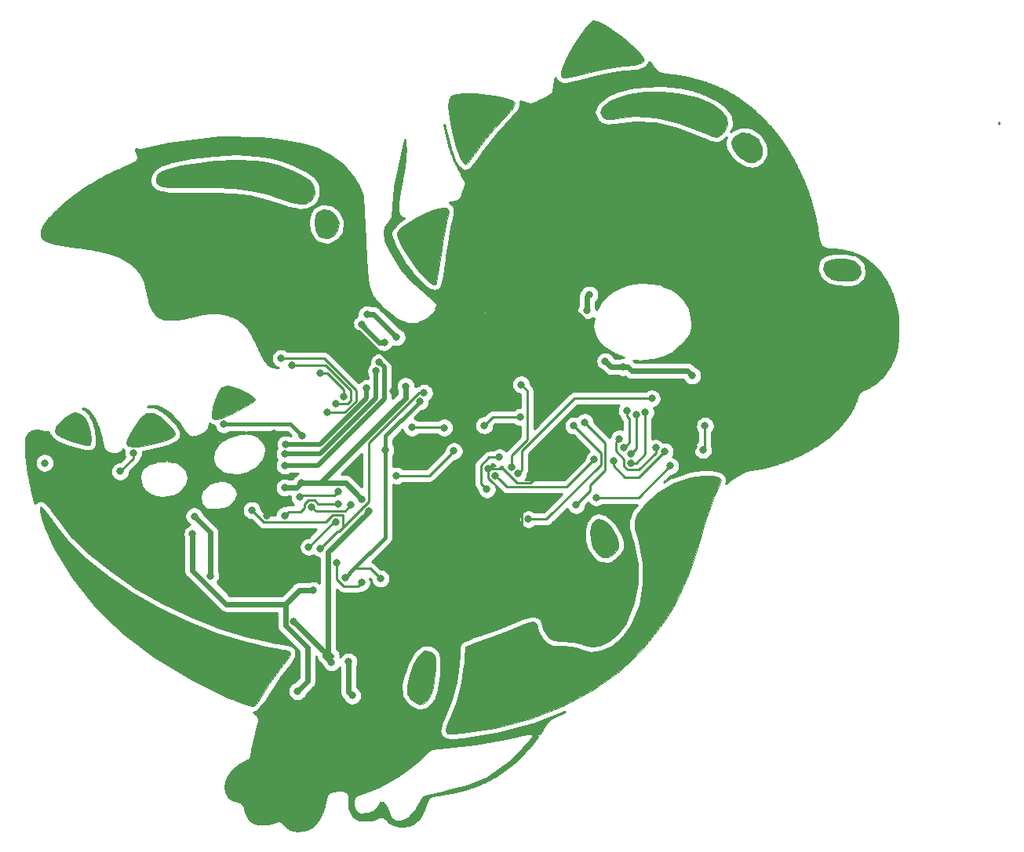
<source format=gbr>
G04 #@! TF.GenerationSoftware,KiCad,Pcbnew,5.1.3-ffb9f22~84~ubuntu18.04.1*
G04 #@! TF.CreationDate,2019-09-02T17:53:29+02:00*
G04 #@! TF.ProjectId,drac_badge,64726163-5f62-4616-9467-652e6b696361,rev?*
G04 #@! TF.SameCoordinates,Original*
G04 #@! TF.FileFunction,Copper,L1,Top*
G04 #@! TF.FilePolarity,Positive*
%FSLAX46Y46*%
G04 Gerber Fmt 4.6, Leading zero omitted, Abs format (unit mm)*
G04 Created by KiCad (PCBNEW 5.1.3-ffb9f22~84~ubuntu18.04.1) date 2019-09-02 17:53:29*
%MOMM*%
%LPD*%
G04 APERTURE LIST*
%ADD10C,0.010000*%
%ADD11C,1.000000*%
%ADD12C,0.800000*%
%ADD13C,0.250000*%
%ADD14C,0.600000*%
%ADD15C,0.400000*%
%ADD16C,0.500000*%
%ADD17C,0.800000*%
%ADD18C,0.300000*%
%ADD19C,0.254000*%
G04 APERTURE END LIST*
D10*
G36*
X65075263Y-4975730D02*
G01*
X65791403Y-5341480D01*
X66681134Y-5919857D01*
X67640501Y-6629828D01*
X68565544Y-7390359D01*
X69352308Y-8120415D01*
X69896833Y-8738964D01*
X70095263Y-9158562D01*
X69843697Y-9496021D01*
X69137396Y-9722745D01*
X68048954Y-9816692D01*
X67923757Y-9817928D01*
X67245172Y-9885516D01*
X66218805Y-10064043D01*
X65012353Y-10322233D01*
X64320415Y-10490000D01*
X63045439Y-10811578D01*
X62194769Y-11015024D01*
X61674457Y-11113957D01*
X61390557Y-11122000D01*
X61249122Y-11052773D01*
X61172619Y-10946385D01*
X61170626Y-10506251D01*
X61424055Y-9750264D01*
X61868363Y-8791016D01*
X62439004Y-7741100D01*
X63071435Y-6713107D01*
X63701111Y-5819630D01*
X64263489Y-5173261D01*
X64636672Y-4903641D01*
X65075263Y-4975730D01*
X65075263Y-4975730D01*
G37*
X65075263Y-4975730D02*
X65791403Y-5341480D01*
X66681134Y-5919857D01*
X67640501Y-6629828D01*
X68565544Y-7390359D01*
X69352308Y-8120415D01*
X69896833Y-8738964D01*
X70095263Y-9158562D01*
X69843697Y-9496021D01*
X69137396Y-9722745D01*
X68048954Y-9816692D01*
X67923757Y-9817928D01*
X67245172Y-9885516D01*
X66218805Y-10064043D01*
X65012353Y-10322233D01*
X64320415Y-10490000D01*
X63045439Y-10811578D01*
X62194769Y-11015024D01*
X61674457Y-11113957D01*
X61390557Y-11122000D01*
X61249122Y-11052773D01*
X61172619Y-10946385D01*
X61170626Y-10506251D01*
X61424055Y-9750264D01*
X61868363Y-8791016D01*
X62439004Y-7741100D01*
X63071435Y-6713107D01*
X63701111Y-5819630D01*
X64263489Y-5173261D01*
X64636672Y-4903641D01*
X65075263Y-4975730D01*
G36*
X73794522Y-12780723D02*
G01*
X75404503Y-13121942D01*
X75818240Y-13258022D01*
X77374874Y-13939163D01*
X78459247Y-14669810D01*
X79056397Y-15429987D01*
X79151364Y-16199716D01*
X78729185Y-16959019D01*
X78651053Y-17040526D01*
X78272719Y-17391326D01*
X77944980Y-17525818D01*
X77503250Y-17442625D01*
X76782942Y-17140367D01*
X76523035Y-17022694D01*
X73853584Y-15985800D01*
X71406661Y-15405666D01*
X69139757Y-15274617D01*
X67712580Y-15432030D01*
X66740747Y-15585353D01*
X66143367Y-15603854D01*
X65776036Y-15482055D01*
X65619044Y-15352578D01*
X65385011Y-14826643D01*
X65666118Y-14256072D01*
X66446737Y-13661282D01*
X67210382Y-13273244D01*
X68533915Y-12872113D01*
X70187161Y-12656113D01*
X71998052Y-12625548D01*
X73794522Y-12780723D01*
X73794522Y-12780723D01*
G37*
X73794522Y-12780723D02*
X75404503Y-13121942D01*
X75818240Y-13258022D01*
X77374874Y-13939163D01*
X78459247Y-14669810D01*
X79056397Y-15429987D01*
X79151364Y-16199716D01*
X78729185Y-16959019D01*
X78651053Y-17040526D01*
X78272719Y-17391326D01*
X77944980Y-17525818D01*
X77503250Y-17442625D01*
X76782942Y-17140367D01*
X76523035Y-17022694D01*
X73853584Y-15985800D01*
X71406661Y-15405666D01*
X69139757Y-15274617D01*
X67712580Y-15432030D01*
X66740747Y-15585353D01*
X66143367Y-15603854D01*
X65776036Y-15482055D01*
X65619044Y-15352578D01*
X65385011Y-14826643D01*
X65666118Y-14256072D01*
X66446737Y-13661282D01*
X67210382Y-13273244D01*
X68533915Y-12872113D01*
X70187161Y-12656113D01*
X71998052Y-12625548D01*
X73794522Y-12780723D01*
G36*
X81432067Y-17110285D02*
G01*
X82194725Y-17547329D01*
X82374805Y-17745004D01*
X82840790Y-18620247D01*
X82868899Y-19376561D01*
X82553880Y-19942490D01*
X81990483Y-20246582D01*
X81273457Y-20217383D01*
X80497550Y-19783437D01*
X80145346Y-19426328D01*
X79608527Y-18664852D01*
X79491608Y-18085326D01*
X79777179Y-17561957D01*
X79873308Y-17460677D01*
X80596253Y-17074353D01*
X81432067Y-17110285D01*
X81432067Y-17110285D01*
G37*
X81432067Y-17110285D02*
X82194725Y-17547329D01*
X82374805Y-17745004D01*
X82840790Y-18620247D01*
X82868899Y-19376561D01*
X82553880Y-19942490D01*
X81990483Y-20246582D01*
X81273457Y-20217383D01*
X80497550Y-19783437D01*
X80145346Y-19426328D01*
X79608527Y-18664852D01*
X79491608Y-18085326D01*
X79777179Y-17561957D01*
X79873308Y-17460677D01*
X80596253Y-17074353D01*
X81432067Y-17110285D01*
G36*
X51902129Y-12803009D02*
G01*
X53251585Y-12943465D01*
X53935902Y-13055665D01*
X55168830Y-13300855D01*
X55901415Y-13539932D01*
X56160616Y-13855641D01*
X55973391Y-14330724D01*
X55366699Y-15047927D01*
X54783949Y-15658523D01*
X53858623Y-16678269D01*
X52945593Y-17786528D01*
X52211465Y-18778776D01*
X52079115Y-18978947D01*
X51547876Y-19751299D01*
X51097298Y-20303254D01*
X50824223Y-20516298D01*
X50822878Y-20516316D01*
X50557033Y-20292868D01*
X50230112Y-19736161D01*
X50138301Y-19530784D01*
X49807491Y-18563224D01*
X49480770Y-17320550D01*
X49203996Y-16012633D01*
X49023027Y-14849343D01*
X48977801Y-14219790D01*
X49073828Y-13531724D01*
X49294000Y-13083474D01*
X49802427Y-12873738D01*
X50712107Y-12780008D01*
X51902129Y-12803009D01*
X51902129Y-12803009D01*
G37*
X51902129Y-12803009D02*
X53251585Y-12943465D01*
X53935902Y-13055665D01*
X55168830Y-13300855D01*
X55901415Y-13539932D01*
X56160616Y-13855641D01*
X55973391Y-14330724D01*
X55366699Y-15047927D01*
X54783949Y-15658523D01*
X53858623Y-16678269D01*
X52945593Y-17786528D01*
X52211465Y-18778776D01*
X52079115Y-18978947D01*
X51547876Y-19751299D01*
X51097298Y-20303254D01*
X50824223Y-20516298D01*
X50822878Y-20516316D01*
X50557033Y-20292868D01*
X50230112Y-19736161D01*
X50138301Y-19530784D01*
X49807491Y-18563224D01*
X49480770Y-17320550D01*
X49203996Y-16012633D01*
X49023027Y-14849343D01*
X48977801Y-14219790D01*
X49073828Y-13531724D01*
X49294000Y-13083474D01*
X49802427Y-12873738D01*
X50712107Y-12780008D01*
X51902129Y-12803009D01*
G36*
X28186976Y-20085773D02*
G01*
X29508945Y-20283777D01*
X30732691Y-20624695D01*
X32033157Y-21114180D01*
X33212831Y-21668698D01*
X34074203Y-22204716D01*
X34100790Y-22225834D01*
X34503337Y-22837639D01*
X34569393Y-23596808D01*
X34297273Y-24266119D01*
X34116530Y-24439149D01*
X33586160Y-24701912D01*
X32929312Y-24740396D01*
X32021068Y-24545961D01*
X31059474Y-24227664D01*
X29316738Y-23667785D01*
X27637744Y-23283980D01*
X25868067Y-23054956D01*
X23853288Y-22959421D01*
X21907800Y-22965798D01*
X20221951Y-22985188D01*
X19002712Y-22958976D01*
X18182810Y-22871775D01*
X17694972Y-22708198D01*
X17471925Y-22452856D01*
X17446397Y-22090363D01*
X17468722Y-21950436D01*
X17669672Y-21550145D01*
X18148319Y-21213944D01*
X18973305Y-20914997D01*
X20213271Y-20626472D01*
X21414483Y-20407929D01*
X23794774Y-20104667D01*
X26103646Y-19996493D01*
X28186976Y-20085773D01*
X28186976Y-20085773D01*
G37*
X28186976Y-20085773D02*
X29508945Y-20283777D01*
X30732691Y-20624695D01*
X32033157Y-21114180D01*
X33212831Y-21668698D01*
X34074203Y-22204716D01*
X34100790Y-22225834D01*
X34503337Y-22837639D01*
X34569393Y-23596808D01*
X34297273Y-24266119D01*
X34116530Y-24439149D01*
X33586160Y-24701912D01*
X32929312Y-24740396D01*
X32021068Y-24545961D01*
X31059474Y-24227664D01*
X29316738Y-23667785D01*
X27637744Y-23283980D01*
X25868067Y-23054956D01*
X23853288Y-22959421D01*
X21907800Y-22965798D01*
X20221951Y-22985188D01*
X19002712Y-22958976D01*
X18182810Y-22871775D01*
X17694972Y-22708198D01*
X17471925Y-22452856D01*
X17446397Y-22090363D01*
X17468722Y-21950436D01*
X17669672Y-21550145D01*
X18148319Y-21213944D01*
X18973305Y-20914997D01*
X20213271Y-20626472D01*
X21414483Y-20407929D01*
X23794774Y-20104667D01*
X26103646Y-19996493D01*
X28186976Y-20085773D01*
G36*
X36207918Y-25453692D02*
G01*
X36792734Y-25923175D01*
X37170049Y-26808559D01*
X37067029Y-27627001D01*
X36720000Y-28094877D01*
X35986845Y-28499145D01*
X35282894Y-28373243D01*
X34955414Y-28117218D01*
X34646480Y-27519631D01*
X34545729Y-26718901D01*
X34663601Y-25974439D01*
X34856105Y-25649790D01*
X35487066Y-25349781D01*
X36207918Y-25453692D01*
X36207918Y-25453692D01*
G37*
X36207918Y-25453692D02*
X36792734Y-25923175D01*
X37170049Y-26808559D01*
X37067029Y-27627001D01*
X36720000Y-28094877D01*
X35986845Y-28499145D01*
X35282894Y-28373243D01*
X34955414Y-28117218D01*
X34646480Y-27519631D01*
X34545729Y-26718901D01*
X34663601Y-25974439D01*
X34856105Y-25649790D01*
X35487066Y-25349781D01*
X36207918Y-25453692D01*
G36*
X91783222Y-30696519D02*
G01*
X92566040Y-30836638D01*
X92807701Y-30936257D01*
X93378529Y-31485559D01*
X93479769Y-32199258D01*
X93345950Y-32567264D01*
X92992865Y-32921677D01*
X92344914Y-33059288D01*
X91943225Y-33065684D01*
X91080334Y-32999582D01*
X90358098Y-32857075D01*
X90238249Y-32815629D01*
X89681709Y-32373230D01*
X89436029Y-31740919D01*
X89575197Y-31129550D01*
X89623806Y-31064538D01*
X90101481Y-30818955D01*
X90891494Y-30693454D01*
X91783222Y-30696519D01*
X91783222Y-30696519D01*
G37*
X91783222Y-30696519D02*
X92566040Y-30836638D01*
X92807701Y-30936257D01*
X93378529Y-31485559D01*
X93479769Y-32199258D01*
X93345950Y-32567264D01*
X92992865Y-32921677D01*
X92344914Y-33059288D01*
X91943225Y-33065684D01*
X91080334Y-32999582D01*
X90358098Y-32857075D01*
X90238249Y-32815629D01*
X89681709Y-32373230D01*
X89436029Y-31740919D01*
X89575197Y-31129550D01*
X89623806Y-31064538D01*
X90101481Y-30818955D01*
X90891494Y-30693454D01*
X91783222Y-30696519D01*
G36*
X48795752Y-25141489D02*
G01*
X48996724Y-25297177D01*
X49033798Y-25636225D01*
X48907464Y-26292504D01*
X48801523Y-26711331D01*
X48598935Y-27640841D01*
X48381281Y-28882742D01*
X48185874Y-30217259D01*
X48128363Y-30676316D01*
X47975357Y-31801303D01*
X47813002Y-32728265D01*
X47666051Y-33326255D01*
X47600697Y-33467555D01*
X47302991Y-33429663D01*
X46757780Y-33031730D01*
X46224203Y-32518311D01*
X45493774Y-31664911D01*
X44783810Y-30680619D01*
X44163100Y-29682102D01*
X43700432Y-28786030D01*
X43464597Y-28109070D01*
X43466049Y-27840438D01*
X43835753Y-27392193D01*
X44563597Y-26851575D01*
X45514229Y-26287126D01*
X46552300Y-25767388D01*
X47542456Y-25360902D01*
X48349348Y-25136210D01*
X48795752Y-25141489D01*
X48795752Y-25141489D01*
G37*
X48795752Y-25141489D02*
X48996724Y-25297177D01*
X49033798Y-25636225D01*
X48907464Y-26292504D01*
X48801523Y-26711331D01*
X48598935Y-27640841D01*
X48381281Y-28882742D01*
X48185874Y-30217259D01*
X48128363Y-30676316D01*
X47975357Y-31801303D01*
X47813002Y-32728265D01*
X47666051Y-33326255D01*
X47600697Y-33467555D01*
X47302991Y-33429663D01*
X46757780Y-33031730D01*
X46224203Y-32518311D01*
X45493774Y-31664911D01*
X44783810Y-30680619D01*
X44163100Y-29682102D01*
X43700432Y-28786030D01*
X43464597Y-28109070D01*
X43466049Y-27840438D01*
X43835753Y-27392193D01*
X44563597Y-26851575D01*
X45514229Y-26287126D01*
X46552300Y-25767388D01*
X47542456Y-25360902D01*
X48349348Y-25136210D01*
X48795752Y-25141489D01*
G36*
X25626502Y-44426988D02*
G01*
X26379848Y-44678173D01*
X27150993Y-45063918D01*
X27779168Y-45487716D01*
X28103606Y-45853062D01*
X28118421Y-45922827D01*
X27895358Y-46148594D01*
X27317011Y-46515504D01*
X26519647Y-46954170D01*
X25639530Y-47395204D01*
X24812926Y-47769219D01*
X24176101Y-48006826D01*
X23930691Y-48055263D01*
X23538327Y-47915486D01*
X23487407Y-47854737D01*
X23468198Y-47439587D01*
X23609568Y-46725087D01*
X23854808Y-45900488D01*
X24147212Y-45155038D01*
X24430070Y-44677988D01*
X24443490Y-44664029D01*
X25076474Y-44380038D01*
X25626502Y-44426988D01*
X25626502Y-44426988D01*
G37*
X25626502Y-44426988D02*
X26379848Y-44678173D01*
X27150993Y-45063918D01*
X27779168Y-45487716D01*
X28103606Y-45853062D01*
X28118421Y-45922827D01*
X27895358Y-46148594D01*
X27317011Y-46515504D01*
X26519647Y-46954170D01*
X25639530Y-47395204D01*
X24812926Y-47769219D01*
X24176101Y-48006826D01*
X23930691Y-48055263D01*
X23538327Y-47915486D01*
X23487407Y-47854737D01*
X23468198Y-47439587D01*
X23609568Y-46725087D01*
X23854808Y-45900488D01*
X24147212Y-45155038D01*
X24430070Y-44677988D01*
X24443490Y-44664029D01*
X25076474Y-44380038D01*
X25626502Y-44426988D01*
G36*
X17988075Y-47798715D02*
G01*
X18529393Y-48265237D01*
X19215127Y-49002171D01*
X19505103Y-49548878D01*
X19496144Y-49714458D01*
X19167358Y-49978522D01*
X18457916Y-50278369D01*
X17516129Y-50571437D01*
X16490307Y-50815168D01*
X15528762Y-50966999D01*
X15029262Y-50996316D01*
X14424969Y-50894768D01*
X14215263Y-50650278D01*
X14344843Y-50251844D01*
X14682136Y-49560979D01*
X15085148Y-48845541D01*
X15792888Y-47836847D01*
X16458959Y-47335186D01*
X17163856Y-47326996D01*
X17988075Y-47798715D01*
X17988075Y-47798715D01*
G37*
X17988075Y-47798715D02*
X18529393Y-48265237D01*
X19215127Y-49002171D01*
X19505103Y-49548878D01*
X19496144Y-49714458D01*
X19167358Y-49978522D01*
X18457916Y-50278369D01*
X17516129Y-50571437D01*
X16490307Y-50815168D01*
X15528762Y-50966999D01*
X15029262Y-50996316D01*
X14424969Y-50894768D01*
X14215263Y-50650278D01*
X14344843Y-50251844D01*
X14682136Y-49560979D01*
X15085148Y-48845541D01*
X15792888Y-47836847D01*
X16458959Y-47335186D01*
X17163856Y-47326996D01*
X17988075Y-47798715D01*
G36*
X9400658Y-47479841D02*
G01*
X9821596Y-47911392D01*
X10123229Y-48559028D01*
X10338609Y-49357424D01*
X10437499Y-50122172D01*
X10389663Y-50668865D01*
X10296229Y-50806086D01*
X9940291Y-50800542D01*
X9234464Y-50645392D01*
X8331249Y-50374191D01*
X8327253Y-50372855D01*
X7333014Y-49981651D01*
X6699785Y-49608014D01*
X6517065Y-49368092D01*
X6658050Y-48887896D01*
X7118991Y-48296646D01*
X7748523Y-47735880D01*
X8395285Y-47347135D01*
X8778804Y-47253158D01*
X9400658Y-47479841D01*
X9400658Y-47479841D01*
G37*
X9400658Y-47479841D02*
X9821596Y-47911392D01*
X10123229Y-48559028D01*
X10338609Y-49357424D01*
X10437499Y-50122172D01*
X10389663Y-50668865D01*
X10296229Y-50806086D01*
X9940291Y-50800542D01*
X9234464Y-50645392D01*
X8331249Y-50374191D01*
X8327253Y-50372855D01*
X7333014Y-49981651D01*
X6699785Y-49608014D01*
X6517065Y-49368092D01*
X6658050Y-48887896D01*
X7118991Y-48296646D01*
X7748523Y-47735880D01*
X8395285Y-47347135D01*
X8778804Y-47253158D01*
X9400658Y-47479841D01*
G36*
X65837480Y-58979071D02*
G01*
X66466943Y-59571699D01*
X66996649Y-60386009D01*
X67136401Y-60705827D01*
X67371314Y-61433643D01*
X67348453Y-61903000D01*
X67036251Y-62339972D01*
X66886842Y-62493158D01*
X66202354Y-62960701D01*
X65554865Y-62906936D01*
X65043542Y-62521437D01*
X64584950Y-61823447D01*
X64347107Y-60966657D01*
X64322448Y-60092370D01*
X64503408Y-59341890D01*
X64882424Y-58856524D01*
X65245433Y-58750000D01*
X65837480Y-58979071D01*
X65837480Y-58979071D01*
G37*
X65837480Y-58979071D02*
X66466943Y-59571699D01*
X66996649Y-60386009D01*
X67136401Y-60705827D01*
X67371314Y-61433643D01*
X67348453Y-61903000D01*
X67036251Y-62339972D01*
X66886842Y-62493158D01*
X66202354Y-62960701D01*
X65554865Y-62906936D01*
X65043542Y-62521437D01*
X64584950Y-61823447D01*
X64347107Y-60966657D01*
X64322448Y-60092370D01*
X64503408Y-59341890D01*
X64882424Y-58856524D01*
X65245433Y-58750000D01*
X65837480Y-58979071D01*
G36*
X47042763Y-73070719D02*
G01*
X47282076Y-73226746D01*
X47501978Y-73519625D01*
X47603449Y-74011047D01*
X47601476Y-74827570D01*
X47555910Y-75538948D01*
X47341166Y-77032060D01*
X46968948Y-78088024D01*
X46460584Y-78684816D01*
X45837400Y-78800414D01*
X45120721Y-78412794D01*
X44937576Y-78242840D01*
X44584596Y-77655197D01*
X44533207Y-76847464D01*
X44789977Y-75747675D01*
X45282256Y-74466659D01*
X45829888Y-73509320D01*
X46427674Y-73037217D01*
X47042763Y-73070719D01*
X47042763Y-73070719D01*
G37*
X47042763Y-73070719D02*
X47282076Y-73226746D01*
X47501978Y-73519625D01*
X47603449Y-74011047D01*
X47601476Y-74827570D01*
X47555910Y-75538948D01*
X47341166Y-77032060D01*
X46968948Y-78088024D01*
X46460584Y-78684816D01*
X45837400Y-78800414D01*
X45120721Y-78412794D01*
X44937576Y-78242840D01*
X44584596Y-77655197D01*
X44533207Y-76847464D01*
X44789977Y-75747675D01*
X45282256Y-74466659D01*
X45829888Y-73509320D01*
X46427674Y-73037217D01*
X47042763Y-73070719D01*
G36*
X5275743Y-57631840D02*
G01*
X5720292Y-58181964D01*
X6266901Y-58956946D01*
X6327895Y-59048835D01*
X7878672Y-61026477D01*
X9886145Y-62997107D01*
X12273737Y-64914166D01*
X14964873Y-66731098D01*
X17882976Y-68401343D01*
X20951469Y-69878346D01*
X24093775Y-71115547D01*
X27233319Y-72066389D01*
X28070119Y-72267874D01*
X29277888Y-72533045D01*
X30322594Y-72746197D01*
X31075651Y-72882054D01*
X31377905Y-72918104D01*
X31881426Y-73052433D01*
X31939224Y-73453786D01*
X31550040Y-74131378D01*
X31144959Y-74625194D01*
X30451141Y-75503121D01*
X29700539Y-76587856D01*
X29187895Y-77419977D01*
X28670117Y-78229846D01*
X28195239Y-78811243D01*
X27862207Y-79043947D01*
X27851053Y-79044272D01*
X27431231Y-78938556D01*
X26666383Y-78665926D01*
X25699312Y-78278486D01*
X25377164Y-78141654D01*
X21107070Y-76071300D01*
X17265000Y-73726310D01*
X13861945Y-71116458D01*
X10908891Y-68251521D01*
X8416829Y-65141276D01*
X6396748Y-61795498D01*
X5926160Y-60836978D01*
X5424938Y-59668440D01*
X5075434Y-58657005D01*
X4901970Y-57894835D01*
X4928870Y-57474090D01*
X5024474Y-57420532D01*
X5275743Y-57631840D01*
X5275743Y-57631840D01*
G37*
X5275743Y-57631840D02*
X5720292Y-58181964D01*
X6266901Y-58956946D01*
X6327895Y-59048835D01*
X7878672Y-61026477D01*
X9886145Y-62997107D01*
X12273737Y-64914166D01*
X14964873Y-66731098D01*
X17882976Y-68401343D01*
X20951469Y-69878346D01*
X24093775Y-71115547D01*
X27233319Y-72066389D01*
X28070119Y-72267874D01*
X29277888Y-72533045D01*
X30322594Y-72746197D01*
X31075651Y-72882054D01*
X31377905Y-72918104D01*
X31881426Y-73052433D01*
X31939224Y-73453786D01*
X31550040Y-74131378D01*
X31144959Y-74625194D01*
X30451141Y-75503121D01*
X29700539Y-76587856D01*
X29187895Y-77419977D01*
X28670117Y-78229846D01*
X28195239Y-78811243D01*
X27862207Y-79043947D01*
X27851053Y-79044272D01*
X27431231Y-78938556D01*
X26666383Y-78665926D01*
X25699312Y-78278486D01*
X25377164Y-78141654D01*
X21107070Y-76071300D01*
X17265000Y-73726310D01*
X13861945Y-71116458D01*
X10908891Y-68251521D01*
X8416829Y-65141276D01*
X6396748Y-61795498D01*
X5926160Y-60836978D01*
X5424938Y-59668440D01*
X5075434Y-58657005D01*
X4901970Y-57894835D01*
X4928870Y-57474090D01*
X5024474Y-57420532D01*
X5275743Y-57631840D01*
G36*
X77555551Y-54121049D02*
G01*
X78181458Y-54251568D01*
X78394864Y-54552114D01*
X78255633Y-55081843D01*
X77985480Y-55611503D01*
X77684399Y-56283458D01*
X77290966Y-57341920D01*
X76850288Y-58656630D01*
X76407477Y-60097330D01*
X76282743Y-60528377D01*
X75570916Y-62889025D01*
X74878642Y-64858228D01*
X74146063Y-66573352D01*
X73313320Y-68171759D01*
X72320557Y-69790814D01*
X72102000Y-70122481D01*
X70003810Y-72800997D01*
X67485584Y-75188391D01*
X64590159Y-77261297D01*
X61360370Y-78996348D01*
X57839055Y-80370177D01*
X54069051Y-81359416D01*
X50510526Y-81900401D01*
X49547519Y-81983538D01*
X49001019Y-81974767D01*
X48758137Y-81857566D01*
X48705790Y-81636271D01*
X48822653Y-81122271D01*
X49113442Y-80397744D01*
X49215965Y-80187618D01*
X49913147Y-78474750D01*
X50432101Y-76505786D01*
X50703002Y-74548265D01*
X50707831Y-74471646D01*
X50762908Y-73567700D01*
X50806265Y-72891128D01*
X50826540Y-72612358D01*
X51071978Y-72457162D01*
X51704788Y-72205288D01*
X52597978Y-71906264D01*
X52783158Y-71849264D01*
X54058793Y-71423587D01*
X55426908Y-70908485D01*
X56423008Y-70489374D01*
X57463176Y-70053952D01*
X58119615Y-69888912D01*
X58470482Y-69995176D01*
X58593931Y-70373669D01*
X58598421Y-70515080D01*
X58765513Y-71046831D01*
X59174689Y-71686090D01*
X59243788Y-71769301D01*
X59713877Y-72223516D01*
X60241183Y-72448185D01*
X61035266Y-72519457D01*
X61315894Y-72522268D01*
X62262882Y-72591350D01*
X63082052Y-72764189D01*
X63382753Y-72886513D01*
X64382440Y-73162722D01*
X65502897Y-72999919D01*
X66648235Y-72447969D01*
X67722564Y-71556738D01*
X68629994Y-70376091D01*
X68806545Y-70065981D01*
X69604984Y-68047343D01*
X70004995Y-65813931D01*
X69996051Y-63519037D01*
X69567627Y-61315956D01*
X69435063Y-60912249D01*
X69120518Y-59839991D01*
X69092157Y-59019585D01*
X69389907Y-58267502D01*
X70053692Y-57400214D01*
X70246375Y-57182881D01*
X71701515Y-55871678D01*
X73373824Y-54876470D01*
X75124564Y-54266092D01*
X76457277Y-54101402D01*
X77555551Y-54121049D01*
X77555551Y-54121049D01*
G37*
X77555551Y-54121049D02*
X78181458Y-54251568D01*
X78394864Y-54552114D01*
X78255633Y-55081843D01*
X77985480Y-55611503D01*
X77684399Y-56283458D01*
X77290966Y-57341920D01*
X76850288Y-58656630D01*
X76407477Y-60097330D01*
X76282743Y-60528377D01*
X75570916Y-62889025D01*
X74878642Y-64858228D01*
X74146063Y-66573352D01*
X73313320Y-68171759D01*
X72320557Y-69790814D01*
X72102000Y-70122481D01*
X70003810Y-72800997D01*
X67485584Y-75188391D01*
X64590159Y-77261297D01*
X61360370Y-78996348D01*
X57839055Y-80370177D01*
X54069051Y-81359416D01*
X50510526Y-81900401D01*
X49547519Y-81983538D01*
X49001019Y-81974767D01*
X48758137Y-81857566D01*
X48705790Y-81636271D01*
X48822653Y-81122271D01*
X49113442Y-80397744D01*
X49215965Y-80187618D01*
X49913147Y-78474750D01*
X50432101Y-76505786D01*
X50703002Y-74548265D01*
X50707831Y-74471646D01*
X50762908Y-73567700D01*
X50806265Y-72891128D01*
X50826540Y-72612358D01*
X51071978Y-72457162D01*
X51704788Y-72205288D01*
X52597978Y-71906264D01*
X52783158Y-71849264D01*
X54058793Y-71423587D01*
X55426908Y-70908485D01*
X56423008Y-70489374D01*
X57463176Y-70053952D01*
X58119615Y-69888912D01*
X58470482Y-69995176D01*
X58593931Y-70373669D01*
X58598421Y-70515080D01*
X58765513Y-71046831D01*
X59174689Y-71686090D01*
X59243788Y-71769301D01*
X59713877Y-72223516D01*
X60241183Y-72448185D01*
X61035266Y-72519457D01*
X61315894Y-72522268D01*
X62262882Y-72591350D01*
X63082052Y-72764189D01*
X63382753Y-72886513D01*
X64382440Y-73162722D01*
X65502897Y-72999919D01*
X66648235Y-72447969D01*
X67722564Y-71556738D01*
X68629994Y-70376091D01*
X68806545Y-70065981D01*
X69604984Y-68047343D01*
X70004995Y-65813931D01*
X69996051Y-63519037D01*
X69567627Y-61315956D01*
X69435063Y-60912249D01*
X69120518Y-59839991D01*
X69092157Y-59019585D01*
X69389907Y-58267502D01*
X70053692Y-57400214D01*
X70246375Y-57182881D01*
X71701515Y-55871678D01*
X73373824Y-54876470D01*
X75124564Y-54266092D01*
X76457277Y-54101402D01*
X77555551Y-54121049D01*
D11*
X73500000Y-57500000D03*
X17470000Y-72740000D03*
D12*
X5430000Y-52730000D03*
X27780000Y-57834989D03*
X46380000Y-45150000D03*
X35174722Y-61960458D03*
X70895010Y-57610000D03*
X32720000Y-77390000D03*
X34440000Y-66500000D03*
X76680000Y-48710000D03*
X76470000Y-51310000D03*
X72940000Y-53050000D03*
X21394989Y-60396814D03*
X37850000Y-65120000D03*
X41670000Y-65230000D03*
X42189998Y-51330000D03*
X45940000Y-46090000D03*
X64950000Y-56450000D03*
X38230000Y-74190000D03*
X38630000Y-77860000D03*
X15010000Y-51620000D03*
X13580000Y-53650000D03*
X36390000Y-74280000D03*
X23310000Y-64920000D03*
X21580000Y-58490000D03*
X65930000Y-41740000D03*
X33120675Y-54880000D03*
X44379990Y-44439174D03*
X75310000Y-43290000D03*
X31334990Y-55400000D03*
X40458433Y-57913113D03*
X39660000Y-56620000D03*
X67830000Y-42379989D03*
X24777347Y-48557347D03*
X33217653Y-49817653D03*
X32320010Y-69828596D03*
X18410000Y-69400000D03*
X56765594Y-47775021D03*
X52870000Y-48675043D03*
X45070000Y-48900000D03*
X48540000Y-48920000D03*
X64740000Y-52374990D03*
X54069264Y-54075005D03*
X41554681Y-41843223D03*
X31334990Y-53008182D03*
X41201526Y-42799990D03*
X63930000Y-36240000D03*
X64210000Y-34540000D03*
X31334990Y-51743559D03*
X40200000Y-44650000D03*
X31443458Y-50708535D03*
X43420000Y-39150000D03*
X40210000Y-36680000D03*
X42080000Y-39690000D03*
X39616701Y-37798223D03*
X72320000Y-51480000D03*
X66794968Y-52469992D03*
X71363983Y-51106730D03*
X67450000Y-50100000D03*
X69290000Y-47555000D03*
X68694990Y-51747274D03*
X70246609Y-47263620D03*
X68694990Y-52747276D03*
X68280000Y-47100000D03*
X67931239Y-51101744D03*
X37676397Y-45536397D03*
X35130000Y-42990000D03*
X32090000Y-42200000D03*
X36864990Y-46333325D03*
X35890000Y-47260000D03*
X30940000Y-41430000D03*
X56850000Y-44270000D03*
X55805154Y-53176833D03*
X70950000Y-45760000D03*
X56510000Y-53890000D03*
X57640000Y-58810000D03*
X62530000Y-48700000D03*
X31334990Y-58410000D03*
X37110000Y-57180000D03*
X54500000Y-52120000D03*
X38503284Y-57265805D03*
X34224694Y-57479990D03*
X53152660Y-55592660D03*
X43410000Y-54100000D03*
X37133568Y-55830000D03*
X49590000Y-51450000D03*
X32965010Y-56419990D03*
X33930000Y-61800000D03*
X36876087Y-59080023D03*
X63710000Y-48330000D03*
X62780000Y-57275000D03*
X39620000Y-65660000D03*
X36960000Y-63510000D03*
X26340000Y-87190000D03*
X29410000Y-63840000D03*
X50930000Y-63200000D03*
X30210000Y-49550000D03*
X57850000Y-64210000D03*
X43730000Y-52750000D03*
X53250000Y-53350000D03*
X11820000Y-53800000D03*
X13370000Y-55250000D03*
X56860000Y-33150000D03*
X56720000Y-37010000D03*
X57545524Y-33390000D03*
X57580000Y-36950000D03*
X88900000Y-32990000D03*
X90610000Y-34630000D03*
X73160000Y-45035000D03*
X74750000Y-46660000D03*
X75480000Y-51025000D03*
X75460000Y-48640000D03*
X54290000Y-31730000D03*
X38760000Y-34240000D03*
X39680000Y-30690000D03*
X43000000Y-44950000D03*
X38481864Y-37842316D03*
X45172347Y-60832347D03*
X41140000Y-68290000D03*
X19170000Y-62790000D03*
X19000000Y-64540000D03*
X30210000Y-49550000D03*
X29408908Y-58410001D03*
X39060000Y-52880000D03*
X49230000Y-55940000D03*
X64890000Y-47190000D03*
X58670000Y-57500000D03*
X50210000Y-32710000D03*
X60490000Y-52240000D03*
D13*
X108380000Y-16080000D02*
X108380000Y-15930000D01*
X37210000Y-60126104D02*
X37009076Y-60126104D01*
X37009076Y-60126104D02*
X35574721Y-61560459D01*
X35574721Y-61560459D02*
X35174722Y-61960458D01*
X40385001Y-56951103D02*
X37210000Y-60126104D01*
X40385001Y-50579314D02*
X40385001Y-56951103D01*
X45814315Y-45150000D02*
X40385001Y-50579314D01*
X46380000Y-45150000D02*
X45814315Y-45150000D01*
X37584402Y-58355013D02*
X37609846Y-58380457D01*
X27780000Y-57834989D02*
X29080012Y-59135001D01*
X37609846Y-59726258D02*
X37210000Y-60126104D01*
X36515598Y-58355013D02*
X37584402Y-58355013D01*
X29080012Y-59135001D02*
X35735610Y-59135001D01*
X35735610Y-59135001D02*
X36515598Y-58355013D01*
X37609846Y-58380457D02*
X37609846Y-59726258D01*
X71005010Y-57500000D02*
X70895010Y-57610000D01*
X73500000Y-57500000D02*
X71005010Y-57500000D01*
X76680000Y-48710000D02*
X76680000Y-51100000D01*
X76680000Y-51100000D02*
X76470000Y-51310000D01*
D14*
X32870000Y-66500000D02*
X34440000Y-66500000D01*
X25022998Y-67965000D02*
X21394989Y-64336991D01*
X31405000Y-67965000D02*
X25022998Y-67965000D01*
X31405000Y-67965000D02*
X32870000Y-66500000D01*
X21394989Y-64336991D02*
X21394989Y-60396814D01*
D13*
X40570000Y-64130000D02*
X41670000Y-65230000D01*
X38840000Y-64130000D02*
X40570000Y-64130000D01*
D15*
X37850000Y-65120000D02*
X38840000Y-64130000D01*
X38840000Y-64130000D02*
X42189998Y-60780002D01*
X42189998Y-60780002D02*
X42189998Y-51895685D01*
X42189998Y-51895685D02*
X42189998Y-51330000D01*
X42189998Y-49840002D02*
X45540001Y-46489999D01*
X42189998Y-51330000D02*
X42189998Y-49840002D01*
X45540001Y-46489999D02*
X45940000Y-46090000D01*
D13*
X72940000Y-53050000D02*
X69540000Y-56450000D01*
X69540000Y-56450000D02*
X65515685Y-56450000D01*
X65515685Y-56450000D02*
X64950000Y-56450000D01*
D14*
X31420000Y-69180000D02*
X31405000Y-69165000D01*
X31420000Y-70290000D02*
X31420000Y-69180000D01*
X33800000Y-72670000D02*
X31420000Y-70290000D01*
X32720000Y-77390000D02*
X33800000Y-76310000D01*
X33800000Y-76310000D02*
X33800000Y-72670000D01*
X31405000Y-69165000D02*
X31405000Y-67965000D01*
X38230000Y-74190000D02*
X38230000Y-77460000D01*
X38230000Y-77460000D02*
X38630000Y-77860000D01*
D13*
X15010000Y-51620000D02*
X15010000Y-52220000D01*
X15010000Y-52220000D02*
X13580000Y-53650000D01*
D14*
X23310000Y-64920000D02*
X23310000Y-60220000D01*
X23310000Y-60220000D02*
X21580000Y-58490000D01*
X33120675Y-54880000D02*
X35200418Y-54880000D01*
X35200418Y-54880000D02*
X44379990Y-45700428D01*
X44379990Y-45700428D02*
X44379990Y-45004859D01*
X44379990Y-45004859D02*
X44379990Y-44439174D01*
X66569989Y-42379989D02*
X67264315Y-42379989D01*
X67264315Y-42379989D02*
X67830000Y-42379989D01*
X65930000Y-41740000D02*
X66569989Y-42379989D01*
X32600675Y-55400000D02*
X31334990Y-55400000D01*
X36050000Y-62321546D02*
X40058434Y-58313112D01*
X40058434Y-58313112D02*
X40458433Y-57913113D01*
X36050000Y-73215000D02*
X36050000Y-62321546D01*
X36390000Y-73555000D02*
X36050000Y-73215000D01*
X39260001Y-56220001D02*
X39660000Y-56620000D01*
X37920000Y-54880000D02*
X39260001Y-56220001D01*
X32600675Y-55400000D02*
X33120675Y-54880000D01*
X33120675Y-54880000D02*
X37920000Y-54880000D01*
X68395685Y-42379989D02*
X67830000Y-42379989D01*
X68815696Y-42800000D02*
X68395685Y-42379989D01*
X75310000Y-43290000D02*
X74820000Y-42800000D01*
X74820000Y-42800000D02*
X68815696Y-42800000D01*
D15*
X31957347Y-48557347D02*
X33217653Y-49817653D01*
X24777347Y-48557347D02*
X31957347Y-48557347D01*
D14*
X35694290Y-73202876D02*
X32320010Y-69828596D01*
X36390000Y-74280000D02*
X35694290Y-73584290D01*
X35694290Y-73584290D02*
X35694290Y-73202876D01*
D13*
X18410000Y-71800000D02*
X17470000Y-72740000D01*
X18410000Y-69400000D02*
X18410000Y-71800000D01*
X53770022Y-47775021D02*
X53269999Y-48275044D01*
X53269999Y-48275044D02*
X52870000Y-48675043D01*
X56765594Y-47775021D02*
X53770022Y-47775021D01*
X45070000Y-48900000D02*
X48520000Y-48900000D01*
X48520000Y-48900000D02*
X48540000Y-48920000D01*
X64740000Y-52374990D02*
X61789978Y-55325012D01*
X55319271Y-55325012D02*
X54469263Y-54475004D01*
X54469263Y-54475004D02*
X54069264Y-54075005D01*
X61789978Y-55325012D02*
X55319271Y-55325012D01*
D16*
X31900675Y-53008182D02*
X31334990Y-53008182D01*
X34878358Y-53008182D02*
X31900675Y-53008182D01*
X41554681Y-41843223D02*
X42101448Y-42389990D01*
X42101448Y-42389990D02*
X42101448Y-45785092D01*
X42101448Y-45785092D02*
X34878358Y-53008182D01*
D14*
X63930000Y-36240000D02*
X63930000Y-34820000D01*
X63930000Y-34820000D02*
X64210000Y-34540000D01*
D16*
X41201526Y-45695052D02*
X35153019Y-51743559D01*
X35153019Y-51743559D02*
X31900675Y-51743559D01*
X31900675Y-51743559D02*
X31334990Y-51743559D01*
X41201526Y-42799990D02*
X41201526Y-45695052D01*
X32009143Y-50708535D02*
X31443458Y-50708535D01*
X35198080Y-50708535D02*
X32009143Y-50708535D01*
X40200000Y-45706615D02*
X35198080Y-50708535D01*
X40200000Y-44650000D02*
X40200000Y-45706615D01*
D14*
X43420000Y-39150000D02*
X40950000Y-36680000D01*
X40950000Y-36680000D02*
X40775685Y-36680000D01*
X40775685Y-36680000D02*
X40210000Y-36680000D01*
X40016700Y-38198222D02*
X39616701Y-37798223D01*
X42080000Y-39690000D02*
X41508478Y-39690000D01*
X41508478Y-39690000D02*
X40016700Y-38198222D01*
D13*
X72320000Y-51480000D02*
X69519989Y-54280011D01*
X69519989Y-54280011D02*
X68039302Y-54280011D01*
X68039302Y-54280011D02*
X66794968Y-53035677D01*
X66794968Y-53035677D02*
X66794968Y-52469992D01*
X69564120Y-53472278D02*
X68346988Y-53472278D01*
X67969988Y-52349274D02*
X67050001Y-51429287D01*
X67050001Y-51429287D02*
X67050001Y-50499999D01*
X67969988Y-53095278D02*
X67969988Y-52349274D01*
X67050001Y-50499999D02*
X67450000Y-50100000D01*
X71363983Y-51106730D02*
X71363983Y-51672415D01*
X71363983Y-51672415D02*
X69564120Y-53472278D01*
X68346988Y-53472278D02*
X67969988Y-53095278D01*
X69290000Y-51152264D02*
X69094989Y-51347275D01*
X69094989Y-51347275D02*
X68694990Y-51747274D01*
X69290000Y-47555000D02*
X69290000Y-51152264D01*
X69260675Y-52747276D02*
X68694990Y-52747276D01*
X70246609Y-51761342D02*
X69260675Y-52747276D01*
X70246609Y-47263620D02*
X70246609Y-51761342D01*
X68525001Y-47910686D02*
X68525001Y-50507982D01*
X68331238Y-50701745D02*
X67931239Y-51101744D01*
X68280000Y-47100000D02*
X68280000Y-47665685D01*
X68525001Y-50507982D02*
X68331238Y-50701745D01*
X68280000Y-47665685D02*
X68525001Y-47910686D01*
X35900000Y-42990000D02*
X35130000Y-42990000D01*
X37676397Y-45536397D02*
X37676397Y-44766397D01*
X37676397Y-44766397D02*
X35900000Y-42990000D01*
X37430675Y-46333325D02*
X36864990Y-46333325D01*
X38460000Y-45997018D02*
X38123693Y-46333325D01*
X38460000Y-44913589D02*
X38460000Y-45997018D01*
X38123693Y-46333325D02*
X37430675Y-46333325D01*
X32090000Y-42200000D02*
X35746411Y-42200000D01*
X35746411Y-42200000D02*
X38460000Y-44913589D01*
X35612822Y-41430000D02*
X31505685Y-41430000D01*
X37833428Y-47260000D02*
X39048520Y-46044909D01*
X39048520Y-44865698D02*
X35612822Y-41430000D01*
X31505685Y-41430000D02*
X30940000Y-41430000D01*
X39048520Y-46044909D02*
X39048520Y-44865698D01*
X35890000Y-47260000D02*
X37833428Y-47260000D01*
X55805154Y-51912751D02*
X55805154Y-52611148D01*
X57490595Y-50227310D02*
X55805154Y-51912751D01*
X57490595Y-44910595D02*
X57490595Y-50227310D01*
X55805154Y-52611148D02*
X55805154Y-53176833D01*
X56850000Y-44270000D02*
X57490595Y-44910595D01*
X70950000Y-45760000D02*
X62594315Y-45760000D01*
X56909999Y-53490001D02*
X56510000Y-53890000D01*
X56909999Y-51444316D02*
X56909999Y-53490001D01*
X62594315Y-45760000D02*
X56909999Y-51444316D01*
X65465001Y-52922993D02*
X65465001Y-51635001D01*
X59577994Y-58810000D02*
X65465001Y-52922993D01*
X62929999Y-49099999D02*
X62530000Y-48700000D01*
X57640000Y-58810000D02*
X59577994Y-58810000D01*
X65465001Y-51635001D02*
X62929999Y-49099999D01*
X34572695Y-56754989D02*
X34949695Y-57131989D01*
X33499693Y-57560307D02*
X33499693Y-57131989D01*
X33060000Y-58000000D02*
X33499693Y-57560307D01*
X33876693Y-56754989D02*
X34572695Y-56754989D01*
X31744990Y-58000000D02*
X33060000Y-58000000D01*
X31334990Y-58410000D02*
X31744990Y-58000000D01*
X34949695Y-57131989D02*
X34949695Y-57180000D01*
X34949695Y-57180000D02*
X37110000Y-57180000D01*
X33499693Y-57131989D02*
X33876693Y-56754989D01*
X38503284Y-57265805D02*
X37864087Y-57905002D01*
X34649706Y-57905002D02*
X34624693Y-57879989D01*
X37864087Y-57905002D02*
X34649706Y-57905002D01*
X34624693Y-57879989D02*
X34224694Y-57479990D01*
X52752661Y-55192661D02*
X53152660Y-55592660D01*
X52524999Y-54964999D02*
X52752661Y-55192661D01*
X54500000Y-52120000D02*
X53406998Y-52120000D01*
X53406998Y-52120000D02*
X52524999Y-53001999D01*
X52524999Y-53001999D02*
X52524999Y-54964999D01*
X43410000Y-54100000D02*
X46940000Y-54100000D01*
X49190001Y-51849999D02*
X49590000Y-51450000D01*
X46940000Y-54100000D02*
X49190001Y-51849999D01*
X33080059Y-56304941D02*
X32965010Y-56419990D01*
X37133568Y-55830000D02*
X36733569Y-56229999D01*
X33155001Y-56229999D02*
X33080059Y-56304941D01*
X36733569Y-56229999D02*
X33155001Y-56229999D01*
X36649977Y-59080023D02*
X36876087Y-59080023D01*
X33930000Y-61800000D02*
X36649977Y-59080023D01*
X65915010Y-50535010D02*
X65915010Y-53514990D01*
X63710000Y-48330000D02*
X65915010Y-50535010D01*
X65915010Y-53514990D02*
X64330000Y-55100000D01*
X64330000Y-55100000D02*
X64330000Y-55725000D01*
X64330000Y-55725000D02*
X62780000Y-57275000D01*
X36960000Y-65303002D02*
X36960000Y-63510000D01*
X37716997Y-66059999D02*
X36960000Y-65303002D01*
X39620000Y-65660000D02*
X39220001Y-66059999D01*
X39220001Y-66059999D02*
X37716997Y-66059999D01*
D17*
X51130000Y-39550000D02*
X51130000Y-39060000D01*
D15*
X11820000Y-53800000D02*
X11920000Y-53800000D01*
X11920000Y-53800000D02*
X13370000Y-55250000D01*
D13*
X56860000Y-33150000D02*
X56860000Y-36870000D01*
X56860000Y-36870000D02*
X56720000Y-37010000D01*
X57545524Y-33390000D02*
X57545524Y-36915524D01*
X57545524Y-36915524D02*
X57580000Y-36950000D01*
X88900000Y-32990000D02*
X88970000Y-32990000D01*
X88970000Y-32990000D02*
X90610000Y-34630000D01*
X73160000Y-45035000D02*
X73160000Y-45070000D01*
X73160000Y-45070000D02*
X74750000Y-46660000D01*
X75480000Y-51025000D02*
X75480000Y-48660000D01*
X75480000Y-48660000D02*
X75460000Y-48640000D01*
D18*
X38760000Y-34240000D02*
X39680000Y-33320000D01*
X39680000Y-33320000D02*
X39680000Y-30690000D01*
X38881863Y-38242315D02*
X38481864Y-37842316D01*
X39187772Y-38548224D02*
X38881863Y-38242315D01*
X39368224Y-38548224D02*
X39187772Y-38548224D01*
X43000000Y-42180000D02*
X39368224Y-38548224D01*
X43000000Y-44950000D02*
X43000000Y-42180000D01*
D15*
X45172347Y-60832347D02*
X45172347Y-64257653D01*
X45172347Y-64257653D02*
X41140000Y-68290000D01*
D13*
X19170000Y-62790000D02*
X19170000Y-64370000D01*
X19170000Y-64370000D02*
X19000000Y-64540000D01*
X30210000Y-49550000D02*
X30210000Y-57608909D01*
X30210000Y-57608909D02*
X29408908Y-58410001D01*
D14*
X50609999Y-32310001D02*
X50210000Y-32710000D01*
X51190000Y-31730000D02*
X50609999Y-32310001D01*
X54290000Y-31730000D02*
X51190000Y-31730000D01*
D17*
X51130000Y-39060000D02*
X51130000Y-38460000D01*
X51130000Y-38460000D02*
X49530000Y-36860000D01*
X49530000Y-36860000D02*
X49530000Y-36480000D01*
X49530000Y-36480000D02*
X49620000Y-36570000D01*
X50000000Y-36950000D02*
X58130000Y-36950000D01*
X49620000Y-36570000D02*
X50000000Y-36950000D01*
X58130000Y-36950000D02*
X58340000Y-36740000D01*
X62949998Y-36740000D02*
X63449999Y-37240001D01*
X58340000Y-36740000D02*
X62949998Y-36740000D01*
X63219998Y-37010000D02*
X49440000Y-37010000D01*
X63449999Y-37240001D02*
X63219998Y-37010000D01*
X49440000Y-37010000D02*
X50020000Y-36430000D01*
X50020000Y-36430000D02*
X52490000Y-36430000D01*
X52490000Y-36430000D02*
X52560000Y-36500000D01*
X23800000Y-53970000D02*
X23800000Y-53980000D01*
X23490000Y-50790000D02*
X22330000Y-50790000D01*
X22330000Y-50790000D02*
X22360000Y-50820000D01*
X22810000Y-51470000D02*
X23490000Y-50790000D01*
X22360000Y-50820000D02*
X22360000Y-52530000D01*
X22360000Y-52530000D02*
X23800000Y-53970000D01*
X19610000Y-51470000D02*
X19590000Y-51470000D01*
X19610000Y-51470000D02*
X22810000Y-51470000D01*
X18440000Y-51470000D02*
X19610000Y-51470000D01*
X19590000Y-51470000D02*
X18980000Y-52080000D01*
D13*
X53299514Y-54330574D02*
X53299514Y-53399514D01*
X53299514Y-53399514D02*
X53250000Y-53350000D01*
X56914999Y-57946059D02*
X53299514Y-54330574D01*
X56914999Y-63274999D02*
X56914999Y-57946059D01*
X57850000Y-64210000D02*
X56914999Y-63274999D01*
X54905319Y-53350000D02*
X56430321Y-54875002D01*
X53250000Y-53350000D02*
X54905319Y-53350000D01*
X56430321Y-54875002D02*
X57854998Y-54875002D01*
X57854998Y-54875002D02*
X60490000Y-52240000D01*
D19*
G36*
X70737140Y-9453395D02*
G01*
X70819169Y-9565006D01*
X70898058Y-9674815D01*
X70978511Y-9789632D01*
X70990763Y-9807393D01*
X71072081Y-9926365D01*
X71072186Y-9926490D01*
X71074101Y-9929305D01*
X71156752Y-10048977D01*
X71163566Y-10057031D01*
X71168942Y-10066097D01*
X71175070Y-10074329D01*
X71261169Y-10188300D01*
X71270507Y-10198430D01*
X71278133Y-10209904D01*
X71284676Y-10217810D01*
X71293583Y-10228421D01*
X71315035Y-10249421D01*
X71333959Y-10272720D01*
X71341226Y-10279966D01*
X71442422Y-10379466D01*
X71453694Y-10388566D01*
X71463409Y-10399305D01*
X71509410Y-10433549D01*
X71554034Y-10469576D01*
X71566855Y-10476312D01*
X71578474Y-10484961D01*
X71587302Y-10490195D01*
X71713876Y-10564054D01*
X71759506Y-10585007D01*
X71803796Y-10608592D01*
X71813308Y-10612443D01*
X71847887Y-10626159D01*
X71880289Y-10635472D01*
X71911550Y-10648093D01*
X71921415Y-10650919D01*
X72078212Y-10694654D01*
X72107542Y-10699818D01*
X72136088Y-10708300D01*
X72146177Y-10710179D01*
X72315978Y-10740574D01*
X72325991Y-10741371D01*
X72335731Y-10743833D01*
X72345889Y-10745295D01*
X72521850Y-10769361D01*
X72523343Y-10769418D01*
X72524789Y-10769756D01*
X72534972Y-10771035D01*
X72716617Y-10792556D01*
X72716802Y-10792560D01*
X72722002Y-10793174D01*
X72902233Y-10813181D01*
X72902328Y-10813182D01*
X72903854Y-10813359D01*
X73088415Y-10833432D01*
X73088466Y-10833438D01*
X73267298Y-10852963D01*
X73369198Y-10864567D01*
X73539376Y-10885749D01*
X73715018Y-10909918D01*
X73884829Y-10935453D01*
X74048727Y-10962085D01*
X74211767Y-10990468D01*
X74380691Y-11021831D01*
X74544983Y-11054211D01*
X74711685Y-11088929D01*
X74871578Y-11123972D01*
X75031892Y-11160804D01*
X75192632Y-11199422D01*
X75346246Y-11237897D01*
X75500002Y-11277939D01*
X75653849Y-11319531D01*
X75807636Y-11362631D01*
X75961257Y-11407202D01*
X76114650Y-11453226D01*
X76269572Y-11501253D01*
X76419748Y-11549297D01*
X76565142Y-11597217D01*
X76710268Y-11646439D01*
X76855548Y-11697114D01*
X77006681Y-11751334D01*
X77149043Y-11803830D01*
X77296987Y-11859866D01*
X77436300Y-11914034D01*
X77575936Y-11969713D01*
X77718088Y-12027851D01*
X77854063Y-12084859D01*
X77990128Y-12143306D01*
X78131879Y-12205719D01*
X78264225Y-12265426D01*
X78395418Y-12326022D01*
X78526473Y-12387994D01*
X78660301Y-12452800D01*
X78788704Y-12516478D01*
X78921403Y-12583877D01*
X79048695Y-12650105D01*
X79178420Y-12719246D01*
X79306520Y-12789219D01*
X79430674Y-12858712D01*
X79553266Y-12929027D01*
X79674061Y-13000029D01*
X79794525Y-13072621D01*
X79913149Y-13145932D01*
X80031163Y-13220756D01*
X80059015Y-13238703D01*
X80180504Y-13318269D01*
X80294773Y-13394939D01*
X80408397Y-13472903D01*
X80522760Y-13553070D01*
X80639042Y-13636289D01*
X80753084Y-13719542D01*
X80863162Y-13801413D01*
X80979320Y-13889398D01*
X81091530Y-13975920D01*
X81201023Y-14061778D01*
X81312033Y-14150259D01*
X81423165Y-14240273D01*
X81530036Y-14328186D01*
X81635414Y-14416161D01*
X81741341Y-14505883D01*
X81845660Y-14595513D01*
X81949124Y-14685652D01*
X82053581Y-14777923D01*
X82157785Y-14871242D01*
X82261518Y-14965414D01*
X82364708Y-15060369D01*
X82468912Y-15157565D01*
X82569741Y-15252876D01*
X82673464Y-15352248D01*
X82772298Y-15448206D01*
X82872440Y-15546724D01*
X82973236Y-15647226D01*
X83070573Y-15745586D01*
X83168241Y-15845607D01*
X83266373Y-15947481D01*
X83362237Y-16048370D01*
X83455720Y-16148109D01*
X83549454Y-16249502D01*
X83642073Y-16351104D01*
X83733482Y-16452817D01*
X83827320Y-16558778D01*
X83917150Y-16661757D01*
X84009386Y-16769140D01*
X84099864Y-16876182D01*
X84188759Y-16983092D01*
X84274975Y-17088529D01*
X84360436Y-17194854D01*
X84445282Y-17302315D01*
X84531244Y-17413267D01*
X84615060Y-17523619D01*
X84696758Y-17633420D01*
X84777125Y-17743780D01*
X84857897Y-17857276D01*
X84935022Y-17968307D01*
X85013015Y-18083533D01*
X85089631Y-18199924D01*
X85103279Y-18220906D01*
X85103379Y-18221031D01*
X85105250Y-18223921D01*
X85186817Y-18347986D01*
X85186918Y-18348112D01*
X85188717Y-18350861D01*
X85271394Y-18475339D01*
X85271467Y-18475429D01*
X85272607Y-18477160D01*
X85354311Y-18599382D01*
X85354383Y-18599469D01*
X85355349Y-18600929D01*
X85439952Y-18726796D01*
X85440014Y-18726871D01*
X85441013Y-18728372D01*
X85524984Y-18852604D01*
X85525067Y-18852704D01*
X85526243Y-18854459D01*
X85607048Y-18973225D01*
X85629078Y-19005940D01*
X85699685Y-19115647D01*
X85769444Y-19229391D01*
X85839852Y-19348190D01*
X85909975Y-19469650D01*
X85979164Y-19592063D01*
X86049285Y-19718381D01*
X86118575Y-19845186D01*
X86188430Y-19974857D01*
X86257635Y-20105006D01*
X86325616Y-20234402D01*
X86392955Y-20364044D01*
X86460721Y-20495946D01*
X86527335Y-20627004D01*
X86593115Y-20757797D01*
X86658477Y-20889141D01*
X86724511Y-21023282D01*
X86790490Y-21158846D01*
X86856861Y-21296865D01*
X86922504Y-21435150D01*
X86986012Y-21570804D01*
X87047957Y-21705123D01*
X87109527Y-21840915D01*
X87169967Y-21976855D01*
X87228973Y-22112717D01*
X87286030Y-22247951D01*
X87341544Y-22384602D01*
X87380505Y-22483329D01*
X87436097Y-22626175D01*
X87491664Y-22771357D01*
X87546211Y-22916331D01*
X87599859Y-23061404D01*
X87652499Y-23206288D01*
X87706955Y-23358958D01*
X87757651Y-23503782D01*
X87808172Y-23650837D01*
X87857656Y-23797679D01*
X87907060Y-23947244D01*
X87957858Y-24104288D01*
X88006511Y-24258037D01*
X88060440Y-24432549D01*
X88109756Y-24596212D01*
X88156953Y-24756790D01*
X88201453Y-24912025D01*
X88244745Y-25066939D01*
X88287442Y-25223804D01*
X88328179Y-25377602D01*
X88368956Y-25535988D01*
X88412165Y-25709166D01*
X88451301Y-25871302D01*
X88489558Y-26035231D01*
X88527488Y-26203727D01*
X88562719Y-26366247D01*
X88596421Y-26527900D01*
X88630577Y-26698798D01*
X88662060Y-26863629D01*
X88691923Y-27027559D01*
X88721798Y-27200292D01*
X88749033Y-27366872D01*
X88775139Y-27536424D01*
X88777294Y-27550877D01*
X88777299Y-27550896D01*
X88777341Y-27551193D01*
X88803765Y-27727892D01*
X88803782Y-27727959D01*
X88803923Y-27728940D01*
X88831296Y-27910197D01*
X88831323Y-27910306D01*
X88831615Y-27912291D01*
X88858910Y-28089571D01*
X88858953Y-28089738D01*
X88859517Y-28093443D01*
X88887257Y-28267438D01*
X88887294Y-28267581D01*
X88888471Y-28274817D01*
X88918152Y-28449536D01*
X88918831Y-28452026D01*
X88919030Y-28454594D01*
X88920890Y-28464687D01*
X88953350Y-28634181D01*
X88957141Y-28647026D01*
X88958847Y-28660305D01*
X88961211Y-28670291D01*
X89000737Y-28832156D01*
X89007267Y-28850778D01*
X89011095Y-28870128D01*
X89014127Y-28879932D01*
X89025795Y-28916734D01*
X89051412Y-28976528D01*
X89075931Y-29036774D01*
X89080772Y-29045823D01*
X89151270Y-29175420D01*
X89158629Y-29186271D01*
X89164167Y-29198156D01*
X89198821Y-29245533D01*
X89231785Y-29294139D01*
X89241117Y-29303359D01*
X89248854Y-29313937D01*
X89292051Y-29353683D01*
X89333827Y-29394958D01*
X89344766Y-29402186D01*
X89354415Y-29411064D01*
X89404523Y-29441670D01*
X89453508Y-29474037D01*
X89465643Y-29479003D01*
X89476832Y-29485837D01*
X89486101Y-29490242D01*
X89602373Y-29544502D01*
X89616889Y-29549619D01*
X89630449Y-29556897D01*
X89684411Y-29573420D01*
X89737661Y-29592190D01*
X89752899Y-29594390D01*
X89767611Y-29598895D01*
X89777683Y-29600858D01*
X89884431Y-29620882D01*
X89906417Y-29622815D01*
X89927939Y-29627701D01*
X89938129Y-29628915D01*
X90119220Y-29649198D01*
X90125182Y-29649280D01*
X90131025Y-29650423D01*
X90141248Y-29651330D01*
X90186647Y-29655035D01*
X90189183Y-29654994D01*
X90191679Y-29655428D01*
X90201918Y-29656121D01*
X90392545Y-29667687D01*
X90398545Y-29667464D01*
X90404487Y-29668314D01*
X90414742Y-29668697D01*
X90609698Y-29674619D01*
X90609877Y-29674607D01*
X90615326Y-29674769D01*
X90672023Y-29676057D01*
X90839542Y-29684494D01*
X91001511Y-29698359D01*
X91162821Y-29716972D01*
X91323872Y-29739772D01*
X91482798Y-29766025D01*
X91638065Y-29795038D01*
X91791668Y-29826864D01*
X91947661Y-29862283D01*
X92100250Y-29899916D01*
X92246830Y-29938884D01*
X92391768Y-29980199D01*
X92537463Y-30024646D01*
X92676945Y-30070110D01*
X92811627Y-30116943D01*
X92945476Y-30166643D01*
X93074191Y-30217790D01*
X93199366Y-30271196D01*
X93318920Y-30326254D01*
X93429278Y-30381451D01*
X93539520Y-30441916D01*
X93581487Y-30466325D01*
X93697917Y-30535935D01*
X93811721Y-30606642D01*
X93928263Y-30681930D01*
X94037603Y-30755346D01*
X94145277Y-30830405D01*
X94251110Y-30906981D01*
X94357932Y-30987228D01*
X94465669Y-31071323D01*
X94566088Y-31152714D01*
X94664812Y-31235713D01*
X94765104Y-31323214D01*
X94862884Y-31411781D01*
X94958925Y-31502078D01*
X95053155Y-31594036D01*
X95147507Y-31689640D01*
X95238281Y-31785142D01*
X95325035Y-31879842D01*
X95412517Y-31978921D01*
X95498202Y-32079671D01*
X95582250Y-32182275D01*
X95662507Y-32283967D01*
X95741162Y-32387378D01*
X95820263Y-32495355D01*
X95899690Y-32608059D01*
X95975409Y-32719771D01*
X96047632Y-32830484D01*
X96118296Y-32943013D01*
X96187337Y-33057265D01*
X96258449Y-33179715D01*
X96326013Y-33300884D01*
X96390207Y-33420716D01*
X96456256Y-33549183D01*
X96518881Y-33676233D01*
X96579898Y-33805347D01*
X96639256Y-33936441D01*
X96696980Y-34069589D01*
X96753039Y-34204736D01*
X96807801Y-34342838D01*
X96860207Y-34481196D01*
X96911290Y-34622488D01*
X96960734Y-34765928D01*
X97008491Y-34911389D01*
X97054546Y-35058855D01*
X97098953Y-35208524D01*
X97141671Y-35360280D01*
X97182666Y-35514020D01*
X97221979Y-35669913D01*
X97261719Y-35837137D01*
X97296418Y-35992241D01*
X97329725Y-36150385D01*
X97361985Y-36313541D01*
X97388636Y-36456109D01*
X97416343Y-36615305D01*
X97440834Y-36774939D01*
X97460727Y-36933260D01*
X97475781Y-37093461D01*
X97486447Y-37263190D01*
X97492869Y-37440101D01*
X97495897Y-37629615D01*
X97496182Y-37822704D01*
X97494573Y-38016859D01*
X97491665Y-38213167D01*
X97487851Y-38411976D01*
X97483308Y-38617658D01*
X97482781Y-38639971D01*
X97477510Y-38841930D01*
X97471449Y-39032982D01*
X97464110Y-39221839D01*
X97455204Y-39407353D01*
X97444360Y-39589392D01*
X97431202Y-39766984D01*
X97415403Y-39938632D01*
X97396516Y-40104502D01*
X97374533Y-40261927D01*
X97348930Y-40413177D01*
X97319694Y-40557710D01*
X97286920Y-40695731D01*
X97249889Y-40831061D01*
X97208780Y-40963896D01*
X97162088Y-41099689D01*
X97113613Y-41228989D01*
X97061557Y-41358612D01*
X97006307Y-41488818D01*
X96948177Y-41619957D01*
X96887693Y-41751832D01*
X96826217Y-41882411D01*
X96808421Y-41919458D01*
X96746722Y-42043347D01*
X96684255Y-42162223D01*
X96616921Y-42283734D01*
X96550376Y-42397767D01*
X96481067Y-42510762D01*
X96407421Y-42625004D01*
X96329214Y-42740361D01*
X96251140Y-42849957D01*
X96174941Y-42952013D01*
X96096022Y-43053015D01*
X96014536Y-43152674D01*
X95927942Y-43253811D01*
X95843270Y-43348304D01*
X95757138Y-43440270D01*
X95669142Y-43530174D01*
X95576982Y-43620242D01*
X95484352Y-43706808D01*
X95390572Y-43790649D01*
X95292516Y-43874457D01*
X95194048Y-43954891D01*
X95094657Y-44032490D01*
X94986875Y-44112789D01*
X94879577Y-44188960D01*
X94772679Y-44261300D01*
X94664719Y-44330942D01*
X94552315Y-44399972D01*
X94438468Y-44466442D01*
X94321868Y-44531091D01*
X94198540Y-44595912D01*
X93612718Y-44895036D01*
X93590854Y-44902730D01*
X93548379Y-44927888D01*
X93536733Y-44933834D01*
X93517345Y-44946269D01*
X93466283Y-44976512D01*
X93456478Y-44985306D01*
X93445401Y-44992410D01*
X93402685Y-45033551D01*
X93358499Y-45073180D01*
X93350599Y-45083717D01*
X93341120Y-45092846D01*
X93307237Y-45141549D01*
X93271646Y-45189018D01*
X93265957Y-45200885D01*
X93258436Y-45211696D01*
X93234702Y-45266085D01*
X93224743Y-45286859D01*
X93220272Y-45299151D01*
X93200529Y-45344394D01*
X93195582Y-45367036D01*
X93000689Y-45902876D01*
X92963158Y-46004588D01*
X92909798Y-46144463D01*
X92857001Y-46276971D01*
X92802075Y-46408320D01*
X92746585Y-46534207D01*
X92688156Y-46659561D01*
X92629073Y-46779258D01*
X92566774Y-46898486D01*
X92502406Y-47015059D01*
X92433565Y-47133389D01*
X92364890Y-47245987D01*
X92293010Y-47359053D01*
X92219545Y-47470516D01*
X92142750Y-47583465D01*
X92064483Y-47695578D01*
X91988897Y-47800933D01*
X91906881Y-47911757D01*
X91825910Y-48017865D01*
X91742824Y-48123593D01*
X91658488Y-48227894D01*
X91574058Y-48329474D01*
X91482194Y-48436998D01*
X91393912Y-48537585D01*
X91300800Y-48640940D01*
X91209626Y-48739596D01*
X91115590Y-48838863D01*
X91020871Y-48936445D01*
X90925296Y-49032601D01*
X90830126Y-49126165D01*
X90731309Y-49221129D01*
X90633907Y-49312655D01*
X90535121Y-49403480D01*
X90430387Y-49497681D01*
X90328617Y-49587237D01*
X90224108Y-49677265D01*
X90120484Y-49764678D01*
X90014275Y-49852431D01*
X89906626Y-49939552D01*
X89797811Y-50025821D01*
X89683067Y-50114915D01*
X89552304Y-50214189D01*
X89430765Y-50304388D01*
X89318900Y-50385710D01*
X89199263Y-50470940D01*
X89082144Y-50552694D01*
X88968944Y-50630175D01*
X88854576Y-50706967D01*
X88735122Y-50785626D01*
X88617358Y-50861667D01*
X88494433Y-50939489D01*
X88375848Y-51013104D01*
X88256158Y-51085988D01*
X88130259Y-51161149D01*
X87986828Y-51244959D01*
X87860147Y-51317405D01*
X87734980Y-51387567D01*
X87610342Y-51456063D01*
X87484758Y-51523726D01*
X87351352Y-51594145D01*
X87219813Y-51662140D01*
X87091564Y-51727082D01*
X86962565Y-51791089D01*
X86828597Y-51856176D01*
X86696384Y-51919062D01*
X86565128Y-51980187D01*
X86432971Y-52040433D01*
X86295861Y-52101587D01*
X86160851Y-52160474D01*
X86016244Y-52222106D01*
X85879899Y-52278874D01*
X85738478Y-52336390D01*
X85596237Y-52392857D01*
X85447415Y-52450472D01*
X85302556Y-52505126D01*
X85160019Y-52557547D01*
X85002996Y-52613756D01*
X84858017Y-52664231D01*
X84699887Y-52717741D01*
X84553516Y-52765845D01*
X84406656Y-52812749D01*
X84259341Y-52858430D01*
X84105339Y-52904735D01*
X83950897Y-52949691D01*
X83796166Y-52993251D01*
X83640715Y-53035528D01*
X83485230Y-53076331D01*
X83322855Y-53117366D01*
X83158617Y-53157232D01*
X82997106Y-53194841D01*
X82835452Y-53230894D01*
X82676622Y-53264776D01*
X82506237Y-53299420D01*
X82342246Y-53331102D01*
X82179510Y-53360927D01*
X82013560Y-53389683D01*
X81842488Y-53417572D01*
X81671241Y-53443698D01*
X81499630Y-53468102D01*
X81495718Y-53469055D01*
X81491699Y-53469274D01*
X81481567Y-53470900D01*
X81432405Y-53479143D01*
X81405116Y-53486515D01*
X81377152Y-53490604D01*
X81367208Y-53493141D01*
X81208219Y-53534906D01*
X81183865Y-53543924D01*
X81158578Y-53549836D01*
X81148884Y-53553203D01*
X80999921Y-53606130D01*
X80987046Y-53612177D01*
X80973384Y-53616139D01*
X80963880Y-53620012D01*
X80821102Y-53679360D01*
X80813077Y-53683658D01*
X80804438Y-53686529D01*
X80795091Y-53690766D01*
X80656614Y-53754708D01*
X80651112Y-53757934D01*
X80645125Y-53760134D01*
X80635915Y-53764661D01*
X80501630Y-53831835D01*
X80497548Y-53834403D01*
X80493066Y-53836189D01*
X80483982Y-53840963D01*
X80352609Y-53911182D01*
X80349233Y-53913436D01*
X80345507Y-53915029D01*
X80336545Y-53920028D01*
X80204978Y-53994628D01*
X80204910Y-53994676D01*
X80197032Y-53999200D01*
X80188865Y-54003966D01*
X80188793Y-54004018D01*
X80181054Y-54008590D01*
X80052782Y-54085591D01*
X80050363Y-54087386D01*
X80047656Y-54088697D01*
X80038938Y-54094111D01*
X79913827Y-54173030D01*
X79911442Y-54174883D01*
X79908756Y-54176258D01*
X79900160Y-54181864D01*
X79774626Y-54264991D01*
X79772173Y-54266985D01*
X79769396Y-54268487D01*
X79760929Y-54274285D01*
X79642764Y-54356419D01*
X79640108Y-54358680D01*
X79637078Y-54360411D01*
X79628749Y-54366405D01*
X79511921Y-54451735D01*
X79508718Y-54454594D01*
X79505051Y-54456815D01*
X79496877Y-54463021D01*
X79383440Y-54550411D01*
X79379209Y-54554385D01*
X79374341Y-54557536D01*
X79366355Y-54563981D01*
X79249340Y-54659794D01*
X79243852Y-54665265D01*
X79237508Y-54669693D01*
X79229752Y-54676414D01*
X79123144Y-54770115D01*
X79116006Y-54777746D01*
X79107703Y-54784080D01*
X79100239Y-54791123D01*
X78996391Y-54890489D01*
X78990486Y-54897363D01*
X78983500Y-54903131D01*
X78976313Y-54910456D01*
X78957234Y-54930175D01*
X79013841Y-54714802D01*
X79017834Y-54689943D01*
X79024705Y-54665701D01*
X79027722Y-54628394D01*
X79033652Y-54591477D01*
X79032741Y-54566319D01*
X79034772Y-54541201D01*
X79030485Y-54504021D01*
X79029132Y-54466653D01*
X79023351Y-54442146D01*
X79020465Y-54417117D01*
X79009043Y-54381495D01*
X79000454Y-54345084D01*
X78990016Y-54322151D01*
X78982328Y-54298175D01*
X78964211Y-54265460D01*
X78948708Y-54231400D01*
X78934018Y-54210937D01*
X78921817Y-54188905D01*
X78916694Y-54181583D01*
X78703288Y-53881037D01*
X78672386Y-53845460D01*
X78643222Y-53808427D01*
X78631501Y-53798388D01*
X78621380Y-53786736D01*
X78584155Y-53757838D01*
X78548355Y-53727176D01*
X78534903Y-53719603D01*
X78522715Y-53710141D01*
X78480584Y-53689022D01*
X78439512Y-53665899D01*
X78424852Y-53661085D01*
X78411053Y-53654168D01*
X78365621Y-53641635D01*
X78320841Y-53626930D01*
X78312106Y-53625045D01*
X77686198Y-53494526D01*
X77631014Y-53488552D01*
X77575932Y-53481373D01*
X77566998Y-53481151D01*
X76468724Y-53461504D01*
X76428254Y-53464743D01*
X76387662Y-53465199D01*
X76378786Y-53466233D01*
X75046073Y-53630923D01*
X75045105Y-53631140D01*
X75044123Y-53631168D01*
X74984178Y-53644809D01*
X74924196Y-53658266D01*
X74923298Y-53658663D01*
X74922331Y-53658883D01*
X74913872Y-53661767D01*
X73163132Y-54272145D01*
X73108792Y-54297277D01*
X73054237Y-54321975D01*
X73049904Y-54324513D01*
X73049764Y-54324578D01*
X73049642Y-54324667D01*
X73046526Y-54326492D01*
X72285291Y-54779511D01*
X72979802Y-54085000D01*
X73041939Y-54085000D01*
X73241898Y-54045226D01*
X73430256Y-53967205D01*
X73599774Y-53853937D01*
X73743937Y-53709774D01*
X73857205Y-53540256D01*
X73935226Y-53351898D01*
X73975000Y-53151939D01*
X73975000Y-52948061D01*
X73935226Y-52748102D01*
X73857205Y-52559744D01*
X73743937Y-52390226D01*
X73599774Y-52246063D01*
X73430256Y-52132795D01*
X73241898Y-52054774D01*
X73187908Y-52044035D01*
X73237205Y-51970256D01*
X73315226Y-51781898D01*
X73355000Y-51581939D01*
X73355000Y-51378061D01*
X73321186Y-51208061D01*
X75435000Y-51208061D01*
X75435000Y-51411939D01*
X75474774Y-51611898D01*
X75552795Y-51800256D01*
X75666063Y-51969774D01*
X75810226Y-52113937D01*
X75979744Y-52227205D01*
X76168102Y-52305226D01*
X76368061Y-52345000D01*
X76571939Y-52345000D01*
X76771898Y-52305226D01*
X76960256Y-52227205D01*
X77129774Y-52113937D01*
X77273937Y-51969774D01*
X77387205Y-51800256D01*
X77465226Y-51611898D01*
X77505000Y-51411939D01*
X77505000Y-51208061D01*
X77465226Y-51008102D01*
X77440000Y-50947201D01*
X77440000Y-49413711D01*
X77483937Y-49369774D01*
X77597205Y-49200256D01*
X77675226Y-49011898D01*
X77715000Y-48811939D01*
X77715000Y-48608061D01*
X77675226Y-48408102D01*
X77597205Y-48219744D01*
X77483937Y-48050226D01*
X77339774Y-47906063D01*
X77170256Y-47792795D01*
X76981898Y-47714774D01*
X76781939Y-47675000D01*
X76578061Y-47675000D01*
X76378102Y-47714774D01*
X76189744Y-47792795D01*
X76020226Y-47906063D01*
X75876063Y-48050226D01*
X75762795Y-48219744D01*
X75684774Y-48408102D01*
X75645000Y-48608061D01*
X75645000Y-48811939D01*
X75684774Y-49011898D01*
X75762795Y-49200256D01*
X75876063Y-49369774D01*
X75920000Y-49413711D01*
X75920001Y-50432714D01*
X75810226Y-50506063D01*
X75666063Y-50650226D01*
X75552795Y-50819744D01*
X75474774Y-51008102D01*
X75435000Y-51208061D01*
X73321186Y-51208061D01*
X73315226Y-51178102D01*
X73237205Y-50989744D01*
X73123937Y-50820226D01*
X72979774Y-50676063D01*
X72810256Y-50562795D01*
X72621898Y-50484774D01*
X72421939Y-50445000D01*
X72218061Y-50445000D01*
X72172649Y-50454033D01*
X72167920Y-50446956D01*
X72023757Y-50302793D01*
X71854239Y-50189525D01*
X71665881Y-50111504D01*
X71465922Y-50071730D01*
X71262044Y-50071730D01*
X71062085Y-50111504D01*
X71006609Y-50134483D01*
X71006609Y-47967331D01*
X71050546Y-47923394D01*
X71163814Y-47753876D01*
X71241835Y-47565518D01*
X71281609Y-47365559D01*
X71281609Y-47161681D01*
X71241835Y-46961722D01*
X71163814Y-46773364D01*
X71163450Y-46772819D01*
X71251898Y-46755226D01*
X71440256Y-46677205D01*
X71609774Y-46563937D01*
X71753937Y-46419774D01*
X71867205Y-46250256D01*
X71945226Y-46061898D01*
X71985000Y-45861939D01*
X71985000Y-45658061D01*
X71945226Y-45458102D01*
X71867205Y-45269744D01*
X71753937Y-45100226D01*
X71609774Y-44956063D01*
X71440256Y-44842795D01*
X71251898Y-44764774D01*
X71051939Y-44725000D01*
X70848061Y-44725000D01*
X70648102Y-44764774D01*
X70459744Y-44842795D01*
X70290226Y-44956063D01*
X70246289Y-45000000D01*
X62631640Y-45000000D01*
X62594315Y-44996324D01*
X62556990Y-45000000D01*
X62556982Y-45000000D01*
X62445329Y-45010997D01*
X62302068Y-45054454D01*
X62170039Y-45125026D01*
X62054314Y-45219999D01*
X62030516Y-45248997D01*
X58250595Y-49028919D01*
X58250595Y-44947917D01*
X58254271Y-44910594D01*
X58250595Y-44873271D01*
X58250595Y-44873262D01*
X58239598Y-44761609D01*
X58196141Y-44618348D01*
X58187131Y-44601492D01*
X58125569Y-44486318D01*
X58054394Y-44399592D01*
X58030596Y-44370594D01*
X58001599Y-44346797D01*
X57885000Y-44230198D01*
X57885000Y-44168061D01*
X57845226Y-43968102D01*
X57767205Y-43779744D01*
X57653937Y-43610226D01*
X57509774Y-43466063D01*
X57340256Y-43352795D01*
X57151898Y-43274774D01*
X56951939Y-43235000D01*
X56748061Y-43235000D01*
X56548102Y-43274774D01*
X56359744Y-43352795D01*
X56190226Y-43466063D01*
X56046063Y-43610226D01*
X55932795Y-43779744D01*
X55854774Y-43968102D01*
X55815000Y-44168061D01*
X55815000Y-44371939D01*
X55854774Y-44571898D01*
X55932795Y-44760256D01*
X56046063Y-44929774D01*
X56190226Y-45073937D01*
X56359744Y-45187205D01*
X56548102Y-45265226D01*
X56730595Y-45301526D01*
X56730595Y-46740021D01*
X56663655Y-46740021D01*
X56463696Y-46779795D01*
X56275338Y-46857816D01*
X56105820Y-46971084D01*
X56061883Y-47015021D01*
X53807344Y-47015021D01*
X53770021Y-47011345D01*
X53732698Y-47015021D01*
X53732689Y-47015021D01*
X53621036Y-47026018D01*
X53477775Y-47069475D01*
X53345746Y-47140047D01*
X53230021Y-47235020D01*
X53206218Y-47264024D01*
X52830199Y-47640043D01*
X52768061Y-47640043D01*
X52568102Y-47679817D01*
X52379744Y-47757838D01*
X52210226Y-47871106D01*
X52066063Y-48015269D01*
X51952795Y-48184787D01*
X51874774Y-48373145D01*
X51835000Y-48573104D01*
X51835000Y-48776982D01*
X51874774Y-48976941D01*
X51952795Y-49165299D01*
X52066063Y-49334817D01*
X52210226Y-49478980D01*
X52379744Y-49592248D01*
X52568102Y-49670269D01*
X52768061Y-49710043D01*
X52971939Y-49710043D01*
X53171898Y-49670269D01*
X53360256Y-49592248D01*
X53529774Y-49478980D01*
X53673937Y-49334817D01*
X53787205Y-49165299D01*
X53865226Y-48976941D01*
X53905000Y-48776982D01*
X53905000Y-48714844D01*
X54084823Y-48535021D01*
X56061883Y-48535021D01*
X56105820Y-48578958D01*
X56275338Y-48692226D01*
X56463696Y-48770247D01*
X56663655Y-48810021D01*
X56730596Y-48810021D01*
X56730596Y-49912507D01*
X55294157Y-51348947D01*
X55265153Y-51372750D01*
X55243205Y-51399494D01*
X55159774Y-51316063D01*
X54990256Y-51202795D01*
X54801898Y-51124774D01*
X54601939Y-51085000D01*
X54398061Y-51085000D01*
X54198102Y-51124774D01*
X54009744Y-51202795D01*
X53840226Y-51316063D01*
X53796289Y-51360000D01*
X53444321Y-51360000D01*
X53406998Y-51356324D01*
X53369675Y-51360000D01*
X53369665Y-51360000D01*
X53258012Y-51370997D01*
X53119996Y-51412863D01*
X53114751Y-51414454D01*
X52982721Y-51485026D01*
X52910333Y-51544434D01*
X52866997Y-51579999D01*
X52843199Y-51608997D01*
X52014001Y-52438196D01*
X51984998Y-52461998D01*
X51931146Y-52527617D01*
X51890025Y-52577723D01*
X51823445Y-52702285D01*
X51819453Y-52709753D01*
X51775996Y-52853014D01*
X51764999Y-52964667D01*
X51764999Y-52964677D01*
X51761323Y-53001999D01*
X51764999Y-53039322D01*
X51765000Y-54927667D01*
X51761323Y-54964999D01*
X51765000Y-55002332D01*
X51775997Y-55113985D01*
X51786108Y-55147317D01*
X51819453Y-55257245D01*
X51890025Y-55389275D01*
X51960079Y-55474635D01*
X51984999Y-55505000D01*
X52013997Y-55528798D01*
X52117660Y-55632461D01*
X52117660Y-55694599D01*
X52157434Y-55894558D01*
X52235455Y-56082916D01*
X52348723Y-56252434D01*
X52492886Y-56396597D01*
X52662404Y-56509865D01*
X52850762Y-56587886D01*
X53050721Y-56627660D01*
X53254599Y-56627660D01*
X53454558Y-56587886D01*
X53642916Y-56509865D01*
X53812434Y-56396597D01*
X53956597Y-56252434D01*
X54069865Y-56082916D01*
X54147886Y-55894558D01*
X54187660Y-55694599D01*
X54187660Y-55490721D01*
X54147886Y-55290762D01*
X54103809Y-55184351D01*
X54755472Y-55836015D01*
X54779270Y-55865013D01*
X54894995Y-55959986D01*
X55027024Y-56030558D01*
X55170285Y-56074015D01*
X55281938Y-56085012D01*
X55281948Y-56085012D01*
X55319271Y-56088688D01*
X55356594Y-56085012D01*
X61228181Y-56085012D01*
X59263193Y-58050000D01*
X58343711Y-58050000D01*
X58299774Y-58006063D01*
X58130256Y-57892795D01*
X57941898Y-57814774D01*
X57741939Y-57775000D01*
X57538061Y-57775000D01*
X57338102Y-57814774D01*
X57149744Y-57892795D01*
X56980226Y-58006063D01*
X56836063Y-58150226D01*
X56722795Y-58319744D01*
X56644774Y-58508102D01*
X56605000Y-58708061D01*
X56605000Y-58911939D01*
X56644774Y-59111898D01*
X56722795Y-59300256D01*
X56836063Y-59469774D01*
X56980226Y-59613937D01*
X57149744Y-59727205D01*
X57338102Y-59805226D01*
X57538061Y-59845000D01*
X57741939Y-59845000D01*
X57941898Y-59805226D01*
X58130256Y-59727205D01*
X58299774Y-59613937D01*
X58343711Y-59570000D01*
X59540672Y-59570000D01*
X59577994Y-59573676D01*
X59615316Y-59570000D01*
X59615327Y-59570000D01*
X59726980Y-59559003D01*
X59870241Y-59515546D01*
X60002270Y-59444974D01*
X60117995Y-59350001D01*
X60141798Y-59320997D01*
X61814392Y-57648403D01*
X61862795Y-57765256D01*
X61976063Y-57934774D01*
X62120226Y-58078937D01*
X62289744Y-58192205D01*
X62478102Y-58270226D01*
X62678061Y-58310000D01*
X62881939Y-58310000D01*
X63081898Y-58270226D01*
X63270256Y-58192205D01*
X63439774Y-58078937D01*
X63583937Y-57934774D01*
X63697205Y-57765256D01*
X63775226Y-57576898D01*
X63815000Y-57376939D01*
X63815000Y-57314801D01*
X64095580Y-57034221D01*
X64146063Y-57109774D01*
X64290226Y-57253937D01*
X64459744Y-57367205D01*
X64648102Y-57445226D01*
X64848061Y-57485000D01*
X65051939Y-57485000D01*
X65251898Y-57445226D01*
X65440256Y-57367205D01*
X65609774Y-57253937D01*
X65653711Y-57210000D01*
X69393338Y-57210000D01*
X68881678Y-57878525D01*
X68870373Y-57896737D01*
X68856829Y-57913345D01*
X68837509Y-57949682D01*
X68815804Y-57984649D01*
X68808254Y-58004704D01*
X68798191Y-58023631D01*
X68794844Y-58031917D01*
X68497094Y-58783999D01*
X68496508Y-58786043D01*
X68495551Y-58787936D01*
X68479319Y-58845996D01*
X68462669Y-58904068D01*
X68462491Y-58906186D01*
X68461920Y-58908229D01*
X68457264Y-58968449D01*
X68452220Y-59028536D01*
X68452456Y-59030641D01*
X68452292Y-59032763D01*
X68452539Y-59041696D01*
X68480900Y-59862102D01*
X68482651Y-59875257D01*
X68482361Y-59888523D01*
X68490878Y-59937079D01*
X68497377Y-59985917D01*
X68501646Y-59998472D01*
X68503940Y-60011550D01*
X68506396Y-60020143D01*
X68820941Y-61092401D01*
X68823099Y-61097756D01*
X68824277Y-61103405D01*
X68827006Y-61111915D01*
X68947054Y-61477507D01*
X69356291Y-63581922D01*
X69364773Y-65758305D01*
X68986295Y-67871491D01*
X68228020Y-69788585D01*
X68095655Y-70021083D01*
X67258792Y-71109916D01*
X66299866Y-71905412D01*
X65313601Y-72380703D01*
X64423378Y-72510053D01*
X63589257Y-72279590D01*
X63323211Y-72171363D01*
X63272820Y-72156402D01*
X63222909Y-72139881D01*
X63214178Y-72137976D01*
X62395008Y-71965137D01*
X62356472Y-71960873D01*
X62318353Y-71953758D01*
X62309445Y-71953046D01*
X61362458Y-71883964D01*
X61346792Y-71884355D01*
X61331239Y-71882452D01*
X61322304Y-71882300D01*
X61067131Y-71879744D01*
X60399062Y-71819782D01*
X60073541Y-71681088D01*
X59713734Y-71333431D01*
X59692367Y-71307700D01*
X59350518Y-70773627D01*
X59235312Y-70406999D01*
X59233609Y-70353358D01*
X59230542Y-70329801D01*
X59230349Y-70306057D01*
X59222497Y-70268021D01*
X59217481Y-70229498D01*
X59209899Y-70206993D01*
X59205097Y-70183731D01*
X59202385Y-70175216D01*
X59078936Y-69796723D01*
X59057696Y-69748254D01*
X59037909Y-69699157D01*
X59032656Y-69691114D01*
X59028802Y-69682320D01*
X58998552Y-69638901D01*
X58969605Y-69594581D01*
X58962890Y-69587712D01*
X58957401Y-69579833D01*
X58919290Y-69543111D01*
X58882290Y-69505263D01*
X58874371Y-69499831D01*
X58867454Y-69493166D01*
X58822923Y-69464539D01*
X58779289Y-69434607D01*
X58770466Y-69430816D01*
X58762386Y-69425622D01*
X58713165Y-69406198D01*
X58664527Y-69385301D01*
X58655992Y-69382652D01*
X58305125Y-69276388D01*
X58262634Y-69267936D01*
X58220697Y-69256944D01*
X58201483Y-69255773D01*
X58182618Y-69252021D01*
X58139280Y-69251984D01*
X58096022Y-69249348D01*
X58076958Y-69251930D01*
X58057712Y-69251913D01*
X58015183Y-69260295D01*
X57972246Y-69266110D01*
X57963564Y-69268228D01*
X57307125Y-69433268D01*
X57266120Y-69447961D01*
X57224313Y-69460197D01*
X57216047Y-69463590D01*
X56175878Y-69899012D01*
X56175814Y-69899047D01*
X56174802Y-69899464D01*
X55189968Y-70313835D01*
X53844668Y-70820347D01*
X52587711Y-71239791D01*
X52409698Y-71294585D01*
X52406588Y-71295886D01*
X52403295Y-71296593D01*
X52394801Y-71299371D01*
X51501611Y-71598395D01*
X51489372Y-71603872D01*
X51476436Y-71607412D01*
X51468111Y-71610659D01*
X50835301Y-71862533D01*
X50786726Y-71887608D01*
X50737521Y-71911507D01*
X50729935Y-71916231D01*
X50484497Y-72071427D01*
X50449552Y-72098637D01*
X50413104Y-72123818D01*
X50400362Y-72136939D01*
X50385944Y-72148166D01*
X50356955Y-72181639D01*
X50326087Y-72213426D01*
X50316139Y-72228769D01*
X50304173Y-72242585D01*
X50282236Y-72281055D01*
X50258131Y-72318229D01*
X50251353Y-72335210D01*
X50242298Y-72351089D01*
X50228248Y-72393097D01*
X50211827Y-72434236D01*
X50208476Y-72452209D01*
X50202678Y-72469545D01*
X50197056Y-72513471D01*
X50188936Y-72557026D01*
X50188226Y-72565934D01*
X50167951Y-72844703D01*
X50167955Y-72844851D01*
X50167575Y-72850198D01*
X50124218Y-73526771D01*
X50124222Y-73526881D01*
X50124093Y-73528778D01*
X50069076Y-74431732D01*
X50065770Y-74484188D01*
X49803421Y-76379912D01*
X49304805Y-78271714D01*
X48631322Y-79926355D01*
X48538254Y-80117103D01*
X48531734Y-80134628D01*
X48522880Y-80151093D01*
X48519494Y-80159363D01*
X48228705Y-80883890D01*
X48215795Y-80928132D01*
X48200621Y-80971681D01*
X48198580Y-80980381D01*
X48081717Y-81494382D01*
X48079668Y-81510583D01*
X48075303Y-81526331D01*
X48071842Y-81572450D01*
X48066043Y-81618301D01*
X48067180Y-81634593D01*
X48065957Y-81650887D01*
X48071519Y-81696792D01*
X48074736Y-81742904D01*
X48079016Y-81758667D01*
X48080981Y-81774886D01*
X48082978Y-81783596D01*
X48135325Y-82004891D01*
X48144983Y-82033086D01*
X48151710Y-82062131D01*
X48165178Y-82092041D01*
X48175802Y-82123057D01*
X48190752Y-82148837D01*
X48202993Y-82176024D01*
X48222014Y-82202748D01*
X48238460Y-82231110D01*
X48258132Y-82253496D01*
X48275421Y-82277787D01*
X48299264Y-82300302D01*
X48320912Y-82324936D01*
X48344569Y-82343083D01*
X48366236Y-82363543D01*
X48393991Y-82380994D01*
X48420018Y-82400959D01*
X48446744Y-82414163D01*
X48471977Y-82430028D01*
X48479998Y-82433968D01*
X48722881Y-82551169D01*
X48731508Y-82554336D01*
X48739489Y-82558892D01*
X48790063Y-82575833D01*
X48840135Y-82594215D01*
X48849214Y-82595646D01*
X48857927Y-82598565D01*
X48910833Y-82605361D01*
X48963517Y-82613667D01*
X48972698Y-82613308D01*
X48981815Y-82614479D01*
X48990749Y-82614685D01*
X49537248Y-82623456D01*
X49565412Y-82621150D01*
X49593658Y-82621873D01*
X49602566Y-82621166D01*
X50565573Y-82538029D01*
X50581587Y-82535051D01*
X50597873Y-82534413D01*
X50606717Y-82533131D01*
X54165242Y-81992146D01*
X54193739Y-81984912D01*
X54222827Y-81980667D01*
X54231486Y-81978459D01*
X58001491Y-80989220D01*
X58031948Y-80977952D01*
X58063324Y-80969596D01*
X58071672Y-80966406D01*
X61589762Y-79593835D01*
X61482022Y-79643162D01*
X61347185Y-79704010D01*
X61207053Y-79766427D01*
X61061104Y-79830557D01*
X60924872Y-79889618D01*
X60782847Y-79950378D01*
X60635768Y-80012442D01*
X60599876Y-80027537D01*
X60599782Y-80027588D01*
X60591882Y-80030955D01*
X60448722Y-80093167D01*
X60440512Y-80097734D01*
X60431647Y-80100847D01*
X60422372Y-80105240D01*
X60286799Y-80170625D01*
X60263785Y-80184644D01*
X60239239Y-80195748D01*
X60230382Y-80200932D01*
X60104678Y-80275692D01*
X60064666Y-80305128D01*
X60022956Y-80332099D01*
X60014968Y-80338542D01*
X59904939Y-80428560D01*
X59866519Y-80466830D01*
X59826329Y-80503203D01*
X59819481Y-80510847D01*
X59724864Y-80617965D01*
X59705231Y-80645133D01*
X59682876Y-80670106D01*
X59676868Y-80678426D01*
X59591588Y-80798276D01*
X59585507Y-80808880D01*
X59577801Y-80818350D01*
X59572191Y-80826943D01*
X59493648Y-80949121D01*
X59493587Y-80949240D01*
X59489393Y-80955820D01*
X59481125Y-80968990D01*
X59403343Y-81092406D01*
X59322822Y-81219043D01*
X59246399Y-81338104D01*
X59168200Y-81458720D01*
X59088482Y-81580344D01*
X59007238Y-81702827D01*
X58928273Y-81820383D01*
X58848843Y-81937085D01*
X58815667Y-81985150D01*
X58101676Y-82044886D01*
X58092560Y-82033043D01*
X58073817Y-82016656D01*
X58052237Y-82004241D01*
X58028650Y-81996274D01*
X57997461Y-81993025D01*
X57497461Y-82003025D01*
X57473809Y-82005730D01*
X55245966Y-82475275D01*
X54218339Y-82654861D01*
X51892366Y-83054169D01*
X47216242Y-83563747D01*
X47191875Y-83568857D01*
X47168974Y-83578623D01*
X47144156Y-83596406D01*
X45578312Y-85032594D01*
X44143234Y-86131244D01*
X43571139Y-86562862D01*
X41407535Y-87733987D01*
X39626065Y-88390842D01*
X39622402Y-88392257D01*
X39152402Y-88582257D01*
X39130346Y-88593805D01*
X39116824Y-88604027D01*
X38816824Y-88864027D01*
X38799699Y-88882098D01*
X38786428Y-88903163D01*
X38777522Y-88926412D01*
X38774276Y-88942039D01*
X38714276Y-89362039D01*
X38713404Y-89390128D01*
X38733404Y-89640128D01*
X38738266Y-89666191D01*
X38848266Y-90036191D01*
X38849311Y-90039536D01*
X38944311Y-90329536D01*
X38954343Y-90352322D01*
X38968627Y-90372712D01*
X38982349Y-90386426D01*
X39087349Y-90476426D01*
X39106535Y-90490006D01*
X39366535Y-90640006D01*
X39389216Y-90650273D01*
X39413464Y-90655919D01*
X39431460Y-90656992D01*
X40301460Y-90646992D01*
X40326206Y-90644267D01*
X40350244Y-90636638D01*
X41000244Y-90356638D01*
X41031303Y-90337564D01*
X41091303Y-90287564D01*
X41114585Y-90262048D01*
X41424585Y-89812048D01*
X41426830Y-89808676D01*
X41661533Y-89443582D01*
X41937869Y-89429766D01*
X42221308Y-89729878D01*
X42342018Y-90027009D01*
X42701732Y-90946279D01*
X42713033Y-90968462D01*
X42728445Y-90988015D01*
X42741537Y-90999862D01*
X43301537Y-91439862D01*
X43322527Y-91453251D01*
X43345725Y-91462287D01*
X43370241Y-91466624D01*
X43382953Y-91466966D01*
X43812953Y-91456966D01*
X43837550Y-91453976D01*
X44107550Y-91393976D01*
X44136796Y-91383592D01*
X44276796Y-91313592D01*
X44287899Y-91307325D01*
X44777899Y-90997325D01*
X44802331Y-90977201D01*
X45142331Y-90617201D01*
X45152956Y-90604357D01*
X45542956Y-90064357D01*
X45549807Y-90053807D01*
X45978851Y-89315452D01*
X46195273Y-88967295D01*
X46366535Y-88838849D01*
X46751676Y-88650975D01*
X47206430Y-88554219D01*
X47208327Y-88553801D01*
X48388327Y-88283801D01*
X48388964Y-88283653D01*
X49498964Y-88023653D01*
X49503074Y-88022618D01*
X51023074Y-87612618D01*
X51037862Y-87607636D01*
X53077862Y-86777636D01*
X53102626Y-86764184D01*
X55512626Y-85084184D01*
X55530571Y-85069027D01*
X57260571Y-83309027D01*
X57266216Y-83302894D01*
X57826216Y-82652894D01*
X57833165Y-82644067D01*
X58078931Y-82301750D01*
X58625120Y-82256737D01*
X58605874Y-82283782D01*
X58522505Y-82399006D01*
X58440802Y-82510011D01*
X58357856Y-82620745D01*
X58272461Y-82732690D01*
X58184367Y-82845990D01*
X58098382Y-82954455D01*
X58009220Y-83064774D01*
X57923179Y-83169198D01*
X57830959Y-83278981D01*
X57741809Y-83383082D01*
X57652593Y-83485374D01*
X57560991Y-83588535D01*
X57469704Y-83689562D01*
X57376609Y-83790884D01*
X57283200Y-83890932D01*
X57186127Y-83993318D01*
X57088338Y-84094947D01*
X56992764Y-84192932D01*
X56894867Y-84292037D01*
X56795967Y-84390979D01*
X56761835Y-84424829D01*
X56664123Y-84520684D01*
X56564205Y-84617102D01*
X56463897Y-84712264D01*
X56359791Y-84809319D01*
X56255468Y-84904841D01*
X56150485Y-84999236D01*
X56048810Y-85089016D01*
X55943307Y-85180486D01*
X55826381Y-85279866D01*
X55720007Y-85368484D01*
X55602124Y-85464715D01*
X55491122Y-85553455D01*
X55378504Y-85641650D01*
X55270996Y-85724142D01*
X55158264Y-85808881D01*
X55048741Y-85889502D01*
X54935065Y-85971428D01*
X54809363Y-86059974D01*
X54693460Y-86139740D01*
X54578907Y-86216839D01*
X54458731Y-86295887D01*
X54337920Y-86373497D01*
X54220391Y-86447237D01*
X54101977Y-86519804D01*
X53980038Y-86592755D01*
X53859320Y-86663226D01*
X53735800Y-86733566D01*
X53613572Y-86801439D01*
X53487552Y-86869650D01*
X53360548Y-86936615D01*
X53232945Y-87002132D01*
X53100298Y-87068398D01*
X52957232Y-87137814D01*
X52826953Y-87199208D01*
X52696452Y-87259005D01*
X52564173Y-87317917D01*
X52417853Y-87381136D01*
X52279280Y-87439161D01*
X52136119Y-87497263D01*
X51998544Y-87551380D01*
X51856365Y-87605569D01*
X51713322Y-87658352D01*
X51555540Y-87714601D01*
X51399970Y-87768091D01*
X51245075Y-87819455D01*
X51096936Y-87866851D01*
X50942817Y-87914413D01*
X50792079Y-87959259D01*
X50638913Y-88003166D01*
X50472712Y-88048977D01*
X50284217Y-88098687D01*
X50128269Y-88138055D01*
X49954449Y-88180119D01*
X49796472Y-88216731D01*
X49630792Y-88253519D01*
X49463485Y-88289041D01*
X49296068Y-88323000D01*
X49134583Y-88354288D01*
X48967841Y-88385131D01*
X48799639Y-88414773D01*
X48629890Y-88443233D01*
X48462648Y-88469885D01*
X48291444Y-88495793D01*
X48175155Y-88513177D01*
X48174991Y-88513218D01*
X48171317Y-88513761D01*
X47996889Y-88540779D01*
X47996712Y-88540824D01*
X47991925Y-88541565D01*
X47818432Y-88569654D01*
X47818260Y-88569699D01*
X47812259Y-88570680D01*
X47641221Y-88599868D01*
X47641040Y-88599918D01*
X47636172Y-88600748D01*
X47586233Y-88609629D01*
X47586184Y-88609643D01*
X47576878Y-88611355D01*
X47407194Y-88643802D01*
X47394851Y-88647441D01*
X47382086Y-88649059D01*
X47372096Y-88651407D01*
X47265124Y-88677336D01*
X47259000Y-88679472D01*
X47252600Y-88680489D01*
X47191360Y-88703060D01*
X47129677Y-88724571D01*
X47124084Y-88727856D01*
X47118003Y-88730097D01*
X47062292Y-88764146D01*
X47005984Y-88797215D01*
X47001139Y-88801520D01*
X46995606Y-88804902D01*
X46947568Y-88849126D01*
X46898757Y-88892500D01*
X46894839Y-88897667D01*
X46890070Y-88902057D01*
X46883287Y-88909759D01*
X46842462Y-88956776D01*
X46838910Y-88961781D01*
X46836649Y-88963962D01*
X46816289Y-88993232D01*
X46791230Y-89023060D01*
X46785487Y-89031565D01*
X46784236Y-89033444D01*
X46772810Y-89054903D01*
X46759432Y-89073750D01*
X46757889Y-89077188D01*
X46754736Y-89081721D01*
X46749788Y-89090712D01*
X46679209Y-89221124D01*
X46669494Y-89244210D01*
X46656926Y-89265869D01*
X46652732Y-89275235D01*
X46603025Y-89388337D01*
X46598889Y-89400973D01*
X46592799Y-89412793D01*
X46589078Y-89422357D01*
X46533480Y-89568270D01*
X46530320Y-89579853D01*
X46525326Y-89590765D01*
X46522053Y-89600491D01*
X46472328Y-89751792D01*
X46471958Y-89753450D01*
X46471280Y-89755006D01*
X46468189Y-89764792D01*
X46451123Y-89820164D01*
X46405553Y-89960550D01*
X46359101Y-90093125D01*
X46309659Y-90223491D01*
X46258961Y-90346715D01*
X46205834Y-90465573D01*
X46150459Y-90579384D01*
X46093133Y-90687471D01*
X46030743Y-90795084D01*
X45967912Y-90894079D01*
X45900081Y-90991636D01*
X45832653Y-91080188D01*
X45760925Y-91166306D01*
X45685999Y-91248538D01*
X45608583Y-91326312D01*
X45527498Y-91401013D01*
X45442346Y-91473071D01*
X45351899Y-91543468D01*
X45253725Y-91613832D01*
X45223594Y-91633946D01*
X45131208Y-91689838D01*
X45037947Y-91738855D01*
X44938921Y-91783719D01*
X44833606Y-91824364D01*
X44716530Y-91862031D01*
X44597412Y-91893070D01*
X44468714Y-91919083D01*
X44334148Y-91938554D01*
X44189398Y-91951198D01*
X44037715Y-91955614D01*
X43885158Y-91951127D01*
X43739737Y-91938489D01*
X43600534Y-91918563D01*
X43471505Y-91892949D01*
X43348421Y-91861706D01*
X43232104Y-91825584D01*
X43122319Y-91785029D01*
X43016139Y-91739155D01*
X42918807Y-91690581D01*
X42827455Y-91638417D01*
X42739180Y-91580926D01*
X42660383Y-91522547D01*
X42575882Y-91451373D01*
X42241921Y-91151232D01*
X42230188Y-91137075D01*
X42188178Y-91102933D01*
X42174903Y-91091002D01*
X42160181Y-91080179D01*
X42117832Y-91045761D01*
X42101949Y-91037369D01*
X42087483Y-91026734D01*
X42038076Y-91003620D01*
X41989821Y-90978123D01*
X41972605Y-90972990D01*
X41956342Y-90965382D01*
X41903365Y-90952348D01*
X41851073Y-90936758D01*
X41833194Y-90935083D01*
X41815752Y-90930792D01*
X41761239Y-90928344D01*
X41706922Y-90923256D01*
X41689058Y-90925102D01*
X41671117Y-90924296D01*
X41617181Y-90932528D01*
X41562906Y-90938136D01*
X41545745Y-90943431D01*
X41527992Y-90946141D01*
X41476711Y-90964733D01*
X41459227Y-90970128D01*
X41442748Y-90977046D01*
X41391879Y-90995489D01*
X41376153Y-91005005D01*
X40973892Y-91173885D01*
X40854579Y-91221605D01*
X40748594Y-91257815D01*
X40645518Y-91284559D01*
X40532012Y-91303703D01*
X40395132Y-91316308D01*
X40232233Y-91322876D01*
X40052043Y-91324664D01*
X39947146Y-91323352D01*
X39787048Y-91315533D01*
X39646870Y-91301231D01*
X39522920Y-91280722D01*
X39414118Y-91254676D01*
X39316960Y-91223259D01*
X39230531Y-91187361D01*
X39147832Y-91144898D01*
X39069424Y-91096686D01*
X38991961Y-91041239D01*
X38912592Y-90976561D01*
X38834345Y-90905426D01*
X38755576Y-90826982D01*
X38674287Y-90739590D01*
X38656814Y-90719826D01*
X38587603Y-90635861D01*
X38527296Y-90553626D01*
X38474596Y-90471486D01*
X38427701Y-90386344D01*
X38386502Y-90297095D01*
X38350594Y-90201424D01*
X38320320Y-90098227D01*
X38295345Y-89982767D01*
X38276829Y-89855111D01*
X38265391Y-89712953D01*
X38261812Y-89555373D01*
X38266412Y-89384875D01*
X38291282Y-88876759D01*
X38296199Y-88816563D01*
X38290666Y-88768601D01*
X38288288Y-88720382D01*
X38282387Y-88696843D01*
X38279606Y-88672734D01*
X38264824Y-88626777D01*
X38253084Y-88579945D01*
X38242703Y-88558007D01*
X38235273Y-88534907D01*
X38211809Y-88492718D01*
X38191158Y-88449074D01*
X38176698Y-88429585D01*
X38164903Y-88408376D01*
X38133656Y-88371571D01*
X38104890Y-88332800D01*
X38086904Y-88316504D01*
X38071199Y-88298006D01*
X38033378Y-88268008D01*
X37997596Y-88235589D01*
X37976780Y-88223117D01*
X37957765Y-88208036D01*
X37914806Y-88185988D01*
X37873398Y-88161179D01*
X37850550Y-88153009D01*
X37828957Y-88141926D01*
X37782525Y-88128683D01*
X37737070Y-88112428D01*
X37713067Y-88108872D01*
X37689727Y-88102215D01*
X37641599Y-88098284D01*
X37593851Y-88091210D01*
X37533544Y-88094184D01*
X37049466Y-88102260D01*
X37039854Y-88103369D01*
X36876968Y-88110377D01*
X36860473Y-88112714D01*
X36843828Y-88112555D01*
X36833612Y-88113529D01*
X36650806Y-88132268D01*
X36625616Y-88137371D01*
X36599996Y-88139276D01*
X36589897Y-88141102D01*
X36463288Y-88164915D01*
X36405713Y-88181699D01*
X36347650Y-88196617D01*
X36338032Y-88200195D01*
X36287907Y-88219245D01*
X36244653Y-88240726D01*
X36200127Y-88259387D01*
X36180558Y-88272556D01*
X36159431Y-88283048D01*
X36121180Y-88312515D01*
X36081118Y-88339475D01*
X36064479Y-88356195D01*
X36045793Y-88370590D01*
X36013989Y-88406931D01*
X35979933Y-88441153D01*
X35966861Y-88460782D01*
X35951323Y-88478537D01*
X35929812Y-88515810D01*
X35924514Y-88522388D01*
X35919642Y-88531689D01*
X35900423Y-88560549D01*
X35895659Y-88569638D01*
X35885843Y-88588688D01*
X35881630Y-88599296D01*
X35879621Y-88602777D01*
X35875875Y-88613786D01*
X35873485Y-88619804D01*
X35857952Y-88649457D01*
X35854166Y-88658995D01*
X35832470Y-88714795D01*
X35829126Y-88726734D01*
X35823901Y-88737980D01*
X35820574Y-88747688D01*
X35809887Y-88779590D01*
X35807899Y-88788258D01*
X35804461Y-88796460D01*
X35801505Y-88806287D01*
X35755865Y-88961975D01*
X35754969Y-88966698D01*
X35753233Y-88971176D01*
X35750543Y-88981080D01*
X35732238Y-89050397D01*
X35732094Y-89051284D01*
X35731786Y-89052120D01*
X35729259Y-89062066D01*
X35689034Y-89225172D01*
X35688793Y-89226836D01*
X35688243Y-89228415D01*
X35685900Y-89238406D01*
X35648102Y-89404861D01*
X35647980Y-89405829D01*
X35647677Y-89406748D01*
X35645500Y-89416777D01*
X35610052Y-89585826D01*
X35610048Y-89585859D01*
X35609940Y-89586360D01*
X35589654Y-89683465D01*
X35555520Y-89832206D01*
X35517969Y-89978830D01*
X35478435Y-90118053D01*
X35434414Y-90258542D01*
X35388509Y-90391822D01*
X35340960Y-90518146D01*
X35289896Y-90642672D01*
X35236491Y-90762450D01*
X35178331Y-90882500D01*
X35119123Y-90995093D01*
X35054899Y-91107705D01*
X34991836Y-91209809D01*
X34926227Y-91308143D01*
X34858113Y-91402625D01*
X34786783Y-91494122D01*
X34713498Y-91580962D01*
X34632016Y-91669827D01*
X34551885Y-91750092D01*
X34483408Y-91813467D01*
X34398633Y-91885816D01*
X34309121Y-91955533D01*
X34219473Y-92018996D01*
X34125776Y-92079042D01*
X34027589Y-92135607D01*
X33926079Y-92187751D01*
X33821274Y-92235311D01*
X33708778Y-92279777D01*
X33590731Y-92319641D01*
X33470077Y-92353685D01*
X33342669Y-92382782D01*
X33207769Y-92406440D01*
X33066742Y-92423826D01*
X32917299Y-92434583D01*
X32746525Y-92437957D01*
X32654149Y-92435777D01*
X32500481Y-92425569D01*
X32358389Y-92408257D01*
X32233698Y-92385505D01*
X32125553Y-92358293D01*
X32080826Y-92343185D01*
X32022656Y-92312093D01*
X32000620Y-92305408D01*
X31916548Y-92262204D01*
X31826572Y-92208556D01*
X31734968Y-92147650D01*
X31646699Y-92082942D01*
X31566870Y-92018194D01*
X31488162Y-91946161D01*
X31182878Y-91645276D01*
X31175921Y-91635700D01*
X31131391Y-91594531D01*
X31114035Y-91577426D01*
X31104888Y-91570030D01*
X31069610Y-91537415D01*
X31048720Y-91524612D01*
X31029664Y-91509203D01*
X30987125Y-91486861D01*
X30946168Y-91461759D01*
X30923180Y-91453277D01*
X30901485Y-91441882D01*
X30855411Y-91428270D01*
X30810338Y-91411638D01*
X30786136Y-91407803D01*
X30762635Y-91400860D01*
X30714787Y-91396498D01*
X30667339Y-91388980D01*
X30642854Y-91389940D01*
X30618452Y-91387716D01*
X30570675Y-91392772D01*
X30522668Y-91394655D01*
X30498844Y-91400373D01*
X30474474Y-91402952D01*
X30428593Y-91417234D01*
X30417162Y-91419978D01*
X30394151Y-91427956D01*
X30336234Y-91445985D01*
X30325834Y-91451641D01*
X29925553Y-91590418D01*
X29850813Y-91614896D01*
X29730671Y-91648333D01*
X29606187Y-91675280D01*
X29473668Y-91696007D01*
X29327591Y-91710878D01*
X29167881Y-91719617D01*
X28991286Y-91722499D01*
X28975357Y-91722467D01*
X28798591Y-91719156D01*
X28637794Y-91710258D01*
X28495179Y-91695549D01*
X28369830Y-91675064D01*
X28260372Y-91649098D01*
X28166397Y-91618724D01*
X28077935Y-91581593D01*
X27997237Y-91539492D01*
X27917699Y-91490003D01*
X27836791Y-91431918D01*
X27753913Y-91365157D01*
X27669538Y-91290681D01*
X27580775Y-91206478D01*
X27555320Y-91181423D01*
X27470227Y-91094877D01*
X27397630Y-91015138D01*
X27340503Y-90944130D01*
X27296199Y-90878478D01*
X27256815Y-90805921D01*
X27217894Y-90713550D01*
X27180326Y-90603335D01*
X27143500Y-90475456D01*
X27107105Y-90332764D01*
X27071324Y-90180534D01*
X27035469Y-90019947D01*
X27033146Y-90012876D01*
X27032093Y-90005515D01*
X27029586Y-89995563D01*
X27016546Y-89945292D01*
X26994585Y-89885415D01*
X26973949Y-89825119D01*
X26969922Y-89818169D01*
X26967152Y-89810618D01*
X26933973Y-89756138D01*
X26902024Y-89701007D01*
X26895979Y-89692714D01*
X26810835Y-89577620D01*
X26810032Y-89576731D01*
X26809422Y-89575719D01*
X26762217Y-89523801D01*
X26714677Y-89471175D01*
X26713720Y-89470461D01*
X26712922Y-89469584D01*
X26656278Y-89427635D01*
X26599674Y-89385434D01*
X26598602Y-89384923D01*
X26597644Y-89384213D01*
X26588804Y-89379001D01*
X26558385Y-89361352D01*
X26506027Y-89337467D01*
X26454641Y-89311574D01*
X26445044Y-89307939D01*
X26298408Y-89253571D01*
X26266388Y-89245145D01*
X26235449Y-89233400D01*
X26225527Y-89230780D01*
X26065136Y-89189635D01*
X26065022Y-89189617D01*
X26063244Y-89189153D01*
X25973846Y-89166472D01*
X25859361Y-89131178D01*
X25757061Y-89092440D01*
X25663372Y-89049795D01*
X25577240Y-89003368D01*
X25498419Y-88953548D01*
X25424861Y-88899324D01*
X25357576Y-88841616D01*
X25294168Y-88778301D01*
X25237870Y-88712758D01*
X25184181Y-88639647D01*
X25147217Y-88581202D01*
X25101652Y-88496775D01*
X25061879Y-88407710D01*
X25026106Y-88308416D01*
X24995866Y-88200280D01*
X24971688Y-88081961D01*
X24954653Y-87954607D01*
X24945300Y-87814776D01*
X24944912Y-87660305D01*
X24953672Y-87505654D01*
X24954855Y-87492824D01*
X24973511Y-87355962D01*
X24998449Y-87233986D01*
X25030000Y-87116268D01*
X25067430Y-87002197D01*
X25110694Y-86890091D01*
X25158413Y-86782107D01*
X25211290Y-86675660D01*
X25268444Y-86571965D01*
X25329874Y-86470489D01*
X25394381Y-86372693D01*
X25462777Y-86276930D01*
X25534370Y-86183925D01*
X25610740Y-86091598D01*
X25692603Y-85999378D01*
X25774093Y-85913617D01*
X25862141Y-85826907D01*
X25950445Y-85745479D01*
X26040870Y-85667280D01*
X26133036Y-85592505D01*
X26245823Y-85507149D01*
X26344899Y-85437323D01*
X26446067Y-85370684D01*
X26562261Y-85299550D01*
X26670037Y-85238441D01*
X26789992Y-85175522D01*
X26912932Y-85112902D01*
X26913069Y-85112814D01*
X26919293Y-85109623D01*
X27052324Y-85040224D01*
X27052388Y-85040182D01*
X27060403Y-85035945D01*
X27192746Y-84964797D01*
X27195526Y-84962932D01*
X27198603Y-84961614D01*
X27207563Y-84956610D01*
X27325903Y-84889432D01*
X27339750Y-84879671D01*
X27354893Y-84872082D01*
X27363537Y-84866551D01*
X27390409Y-84849090D01*
X27414407Y-84829922D01*
X27440389Y-84813561D01*
X27470308Y-84785270D01*
X27502490Y-84759565D01*
X27522305Y-84736104D01*
X27544617Y-84715006D01*
X27568476Y-84681436D01*
X27595048Y-84649974D01*
X27609928Y-84623112D01*
X27627718Y-84598081D01*
X27644601Y-84560519D01*
X27664557Y-84524493D01*
X27673936Y-84495251D01*
X27686525Y-84467243D01*
X27695790Y-84427117D01*
X27708369Y-84387901D01*
X27711890Y-84357392D01*
X27718799Y-84327473D01*
X27720051Y-84317288D01*
X27732602Y-84208854D01*
X27742504Y-84147780D01*
X27771547Y-83984034D01*
X27779126Y-83943153D01*
X27811023Y-83776277D01*
X27843884Y-83610114D01*
X27877948Y-83441984D01*
X27912094Y-83276605D01*
X27929605Y-83192848D01*
X27965483Y-83023539D01*
X28000541Y-82860947D01*
X28036882Y-82695387D01*
X28072778Y-82535028D01*
X28110086Y-82372105D01*
X28147820Y-82212007D01*
X28185350Y-82058954D01*
X28225319Y-81906344D01*
X28256122Y-81794508D01*
X28256129Y-81794469D01*
X28256289Y-81793901D01*
X28301250Y-81630116D01*
X28301263Y-81630040D01*
X28301600Y-81628837D01*
X28344737Y-81470579D01*
X28344758Y-81470453D01*
X28345372Y-81468234D01*
X28388834Y-81306681D01*
X28388864Y-81306502D01*
X28390026Y-81302194D01*
X28433249Y-81137387D01*
X28433258Y-81137333D01*
X28435599Y-81128184D01*
X28475488Y-80967662D01*
X28476496Y-80960798D01*
X28478694Y-80954221D01*
X28480912Y-80944202D01*
X28516362Y-80778532D01*
X28521876Y-80729972D01*
X28530406Y-80681887D01*
X28531133Y-80671651D01*
X28541478Y-80509903D01*
X28540490Y-80480746D01*
X28542890Y-80451665D01*
X28538067Y-80409225D01*
X28536621Y-80366539D01*
X28529987Y-80338122D01*
X28526693Y-80309135D01*
X28513721Y-80268446D01*
X28504010Y-80226848D01*
X28491984Y-80200264D01*
X28483122Y-80172466D01*
X28462490Y-80135066D01*
X28444887Y-80096152D01*
X28427928Y-80072412D01*
X28413834Y-80046863D01*
X28407965Y-80038444D01*
X28369206Y-79983668D01*
X28350447Y-79961999D01*
X28334369Y-79938291D01*
X28303624Y-79907912D01*
X28275318Y-79875215D01*
X28252710Y-79857605D01*
X28232331Y-79837468D01*
X28196258Y-79813631D01*
X28162152Y-79787064D01*
X28136561Y-79774184D01*
X28112653Y-79758385D01*
X28103547Y-79753654D01*
X28007429Y-79704560D01*
X27991580Y-79698331D01*
X27976832Y-79689813D01*
X27967458Y-79685638D01*
X27946935Y-79676668D01*
X27955669Y-79674512D01*
X27992469Y-79670551D01*
X27998496Y-79668669D01*
X28004750Y-79667871D01*
X28058041Y-79650072D01*
X28111696Y-79633315D01*
X28117237Y-79630301D01*
X28123222Y-79628302D01*
X28172073Y-79600474D01*
X28221420Y-79573632D01*
X28228780Y-79568565D01*
X28561813Y-79335861D01*
X28578039Y-79321981D01*
X28595904Y-79310309D01*
X28625389Y-79281478D01*
X28656730Y-79254668D01*
X28669945Y-79237909D01*
X28685209Y-79222983D01*
X28690910Y-79216101D01*
X29165788Y-78634704D01*
X29183893Y-78607497D01*
X29204468Y-78582082D01*
X29209333Y-78574586D01*
X29727111Y-77764717D01*
X29727508Y-77763938D01*
X29728050Y-77763245D01*
X29732790Y-77755670D01*
X30236506Y-76938041D01*
X30965868Y-75884000D01*
X31643452Y-75026614D01*
X32044857Y-74537280D01*
X32071814Y-74496955D01*
X32100508Y-74457852D01*
X32105013Y-74450134D01*
X32494197Y-73772542D01*
X32502629Y-73753843D01*
X32513444Y-73736403D01*
X32528255Y-73697010D01*
X32545540Y-73658676D01*
X32550178Y-73638701D01*
X32557402Y-73619487D01*
X32564277Y-73577977D01*
X32573790Y-73537007D01*
X32574460Y-73516496D01*
X32577812Y-73496260D01*
X32576495Y-73454224D01*
X32577870Y-73412167D01*
X32574544Y-73391921D01*
X32573902Y-73371415D01*
X32572689Y-73362562D01*
X32514891Y-72961209D01*
X32501499Y-72906667D01*
X32489189Y-72851875D01*
X32486622Y-72846071D01*
X32485108Y-72839906D01*
X32461381Y-72789011D01*
X32438660Y-72737646D01*
X32435012Y-72732449D01*
X32432331Y-72726697D01*
X32399174Y-72681385D01*
X32366905Y-72635407D01*
X32362318Y-72631017D01*
X32358570Y-72625896D01*
X32317249Y-72587892D01*
X32276658Y-72549052D01*
X32271304Y-72545637D01*
X32266635Y-72541342D01*
X32218705Y-72512080D01*
X32171356Y-72481872D01*
X32165445Y-72479563D01*
X32160027Y-72476255D01*
X32107333Y-72456862D01*
X32055013Y-72436423D01*
X32046395Y-72434060D01*
X31542874Y-72299731D01*
X31502453Y-72293085D01*
X31462566Y-72283728D01*
X31453701Y-72282608D01*
X31170437Y-72248823D01*
X30443387Y-72117657D01*
X29410489Y-71906914D01*
X28213682Y-71644150D01*
X27401120Y-71448501D01*
X24304099Y-70510537D01*
X21207838Y-69291465D01*
X18181108Y-67834564D01*
X15303358Y-66187417D01*
X12653790Y-64398550D01*
X10311719Y-62518041D01*
X8356659Y-60598862D01*
X6847128Y-58673819D01*
X6800123Y-58603005D01*
X6797216Y-58599438D01*
X6794999Y-58595404D01*
X6789900Y-58588066D01*
X6243290Y-57813084D01*
X6232519Y-57800604D01*
X6223646Y-57786698D01*
X6218078Y-57779709D01*
X5773529Y-57229585D01*
X5733655Y-57189068D01*
X5694462Y-57147820D01*
X5687663Y-57142022D01*
X5436394Y-56930713D01*
X5430290Y-56926524D01*
X5424997Y-56921351D01*
X5378855Y-56891223D01*
X5333409Y-56860033D01*
X5326608Y-56857109D01*
X5320411Y-56853063D01*
X5269270Y-56832460D01*
X5218657Y-56810702D01*
X5211425Y-56809156D01*
X5204553Y-56806388D01*
X5150381Y-56796111D01*
X5096509Y-56784598D01*
X5089108Y-56784487D01*
X5081836Y-56783107D01*
X5026693Y-56783548D01*
X4971617Y-56782719D01*
X4964343Y-56784046D01*
X4956934Y-56784105D01*
X4902927Y-56795248D01*
X4848738Y-56805133D01*
X4841853Y-56807850D01*
X4834604Y-56809346D01*
X4783822Y-56830753D01*
X4732554Y-56850986D01*
X4726328Y-56854989D01*
X4719507Y-56857864D01*
X4711680Y-56862177D01*
X4616076Y-56915735D01*
X4614764Y-56916649D01*
X4613313Y-56917293D01*
X4563504Y-56952353D01*
X4513582Y-56987125D01*
X4512481Y-56988267D01*
X4511173Y-56989188D01*
X4469052Y-57033330D01*
X4426905Y-57077062D01*
X4426044Y-57078402D01*
X4424943Y-57079555D01*
X4404297Y-57112015D01*
X4365114Y-56966302D01*
X4323113Y-56806701D01*
X4280537Y-56641336D01*
X4239214Y-56477252D01*
X4199664Y-56316754D01*
X4160290Y-56153448D01*
X4120785Y-55985892D01*
X4081210Y-55814120D01*
X4044300Y-55650179D01*
X4006813Y-55479751D01*
X3971341Y-55314608D01*
X3936202Y-55147040D01*
X3902030Y-54980031D01*
X3868753Y-54813254D01*
X3836486Y-54647315D01*
X3804652Y-54479172D01*
X3771553Y-54299242D01*
X3741916Y-54133271D01*
X3711971Y-53960375D01*
X3683294Y-53789350D01*
X3655734Y-53619326D01*
X3629062Y-53448759D01*
X3602895Y-53274827D01*
X3577092Y-53095842D01*
X3555071Y-52936215D01*
X3531845Y-52759565D01*
X3515491Y-52628061D01*
X4395000Y-52628061D01*
X4395000Y-52831939D01*
X4434774Y-53031898D01*
X4512795Y-53220256D01*
X4626063Y-53389774D01*
X4770226Y-53533937D01*
X4939744Y-53647205D01*
X5128102Y-53725226D01*
X5328061Y-53765000D01*
X5531939Y-53765000D01*
X5731898Y-53725226D01*
X5920256Y-53647205D01*
X6089774Y-53533937D01*
X6233937Y-53389774D01*
X6347205Y-53220256D01*
X6425226Y-53031898D01*
X6465000Y-52831939D01*
X6465000Y-52628061D01*
X6425226Y-52428102D01*
X6347205Y-52239744D01*
X6233937Y-52070226D01*
X6089774Y-51926063D01*
X5920256Y-51812795D01*
X5731898Y-51734774D01*
X5531939Y-51695000D01*
X5328061Y-51695000D01*
X5128102Y-51734774D01*
X4939744Y-51812795D01*
X4770226Y-51926063D01*
X4626063Y-52070226D01*
X4512795Y-52239744D01*
X4434774Y-52428102D01*
X4395000Y-52628061D01*
X3515491Y-52628061D01*
X3509675Y-52581300D01*
X3488967Y-52404096D01*
X3469561Y-52225892D01*
X3451642Y-52047391D01*
X3435384Y-51869148D01*
X3420798Y-51689637D01*
X3407908Y-51505898D01*
X3397268Y-51321330D01*
X3389195Y-51135461D01*
X3384182Y-50950514D01*
X3382830Y-50841697D01*
X3383691Y-50657939D01*
X3389033Y-50482219D01*
X3399121Y-50320841D01*
X3414578Y-50172123D01*
X3434630Y-50046689D01*
X3456958Y-49953402D01*
X3478818Y-49893318D01*
X3507946Y-49838869D01*
X3552647Y-49771995D01*
X3610047Y-49698775D01*
X3675605Y-49625331D01*
X3747543Y-49553520D01*
X3823488Y-49485652D01*
X3902800Y-49422446D01*
X3980901Y-49367639D01*
X4059438Y-49320524D01*
X4118719Y-49291899D01*
X4166762Y-49276531D01*
X4265842Y-49257268D01*
X4397327Y-49242028D01*
X4549496Y-49233260D01*
X4651463Y-49231948D01*
X4796755Y-49237443D01*
X4901108Y-49249636D01*
X4979251Y-49269344D01*
X5115649Y-49318037D01*
X5128607Y-49321279D01*
X5140876Y-49326530D01*
X5150680Y-49329561D01*
X5306220Y-49376436D01*
X5323871Y-49379922D01*
X5340807Y-49385944D01*
X5394086Y-49393788D01*
X5446949Y-49404227D01*
X5464935Y-49404218D01*
X5482725Y-49406837D01*
X5492978Y-49407263D01*
X5687357Y-49413965D01*
X5753442Y-49409778D01*
X5819511Y-49406596D01*
X5824936Y-49405248D01*
X5830517Y-49404894D01*
X5878264Y-49392256D01*
X5877880Y-49400385D01*
X5880481Y-49417808D01*
X5880616Y-49435410D01*
X5889683Y-49479438D01*
X5896325Y-49523921D01*
X5902258Y-49540499D01*
X5905811Y-49557749D01*
X5923271Y-49599206D01*
X5938416Y-49641522D01*
X5947454Y-49656628D01*
X5954291Y-49672863D01*
X5979457Y-49710120D01*
X6002544Y-49748709D01*
X6007909Y-49755855D01*
X6190629Y-49995777D01*
X6229216Y-50037313D01*
X6267056Y-50079549D01*
X6271693Y-50083036D01*
X6275643Y-50087288D01*
X6321550Y-50120528D01*
X6366885Y-50154620D01*
X6374549Y-50159214D01*
X7007778Y-50532851D01*
X7049602Y-50552303D01*
X7090387Y-50573878D01*
X7098680Y-50577207D01*
X8092919Y-50968411D01*
X8104720Y-50971768D01*
X8115865Y-50976938D01*
X8124320Y-50979830D01*
X8128316Y-50981166D01*
X8133639Y-50982384D01*
X8138658Y-50984526D01*
X8147199Y-50987156D01*
X9050414Y-51258357D01*
X9069723Y-51262150D01*
X9088350Y-51268490D01*
X9097064Y-51270469D01*
X9802891Y-51425619D01*
X9862167Y-51432684D01*
X9921390Y-51440263D01*
X9926768Y-51440384D01*
X9926919Y-51440402D01*
X9927066Y-51440391D01*
X9930324Y-51440464D01*
X10286262Y-51446008D01*
X10347392Y-51440974D01*
X10409002Y-51436073D01*
X10409865Y-51435830D01*
X10410746Y-51435757D01*
X10469450Y-51419026D01*
X10529220Y-51402170D01*
X10530021Y-51401763D01*
X10530869Y-51401521D01*
X10585370Y-51373623D01*
X10640562Y-51345563D01*
X10641263Y-51345012D01*
X10642055Y-51344607D01*
X10690436Y-51306387D01*
X10738789Y-51268406D01*
X10739367Y-51267733D01*
X10740068Y-51267179D01*
X10780071Y-51220329D01*
X10820159Y-51173642D01*
X10821113Y-51172262D01*
X10821175Y-51172189D01*
X10821226Y-51172098D01*
X10825240Y-51166290D01*
X10918674Y-51029069D01*
X10934881Y-50999406D01*
X10953694Y-50971304D01*
X10964760Y-50944720D01*
X10978563Y-50919457D01*
X10988703Y-50887202D01*
X11001695Y-50855990D01*
X11007386Y-50827769D01*
X11016021Y-50800300D01*
X11019702Y-50766693D01*
X11026386Y-50733549D01*
X11027227Y-50724652D01*
X11075063Y-50177959D01*
X11075041Y-50175886D01*
X11075408Y-50173854D01*
X11074388Y-50113451D01*
X11073756Y-50053060D01*
X11073334Y-50051040D01*
X11073299Y-50048967D01*
X11072214Y-50040096D01*
X10973324Y-49275349D01*
X10964642Y-49237647D01*
X10958788Y-49199376D01*
X10956520Y-49190733D01*
X10741140Y-48392337D01*
X10723239Y-48344956D01*
X10707107Y-48296947D01*
X10703391Y-48288820D01*
X10401758Y-47641185D01*
X10380986Y-47606024D01*
X10362642Y-47569531D01*
X10349286Y-47552366D01*
X10338225Y-47533643D01*
X10311025Y-47503193D01*
X10285938Y-47470952D01*
X10279742Y-47464512D01*
X9858805Y-47032961D01*
X9848160Y-47023993D01*
X9838998Y-47013517D01*
X9800486Y-46983829D01*
X9763280Y-46952484D01*
X9751092Y-46945752D01*
X9740073Y-46937258D01*
X9696525Y-46915613D01*
X9653943Y-46892094D01*
X9640687Y-46887860D01*
X9628221Y-46881664D01*
X9619847Y-46878546D01*
X9524522Y-46843798D01*
X9612939Y-46849673D01*
X9690612Y-46864153D01*
X9762071Y-46887703D01*
X9852087Y-46927547D01*
X9934132Y-46975827D01*
X10009217Y-47028529D01*
X10088207Y-47091637D01*
X10167978Y-47162386D01*
X10248156Y-47240159D01*
X10326207Y-47322182D01*
X10403232Y-47409376D01*
X10477505Y-47499662D01*
X10549824Y-47593966D01*
X10619784Y-47691977D01*
X10686783Y-47793154D01*
X10749809Y-47896246D01*
X10784178Y-47957195D01*
X10842190Y-48068702D01*
X10899209Y-48186938D01*
X10956112Y-48312386D01*
X11011901Y-48441991D01*
X11067058Y-48576316D01*
X11120367Y-48711990D01*
X11172202Y-48849624D01*
X11221980Y-48987524D01*
X11271309Y-49130380D01*
X11317768Y-49271533D01*
X11362200Y-49413951D01*
X11403872Y-49556271D01*
X11442012Y-49697283D01*
X11475733Y-49836249D01*
X11505673Y-49982823D01*
X11529564Y-50115613D01*
X11529596Y-50115725D01*
X11529933Y-50117647D01*
X11562168Y-50293969D01*
X11562220Y-50294151D01*
X11563063Y-50298771D01*
X11596283Y-50473894D01*
X11596283Y-50473895D01*
X11598266Y-50483963D01*
X11632367Y-50650973D01*
X11634205Y-50656931D01*
X11634954Y-50663116D01*
X11637246Y-50673119D01*
X11675674Y-50835574D01*
X11683884Y-50859541D01*
X11688997Y-50884341D01*
X11692108Y-50894120D01*
X11741612Y-51046026D01*
X11754512Y-51075482D01*
X11764158Y-51106155D01*
X11768243Y-51115570D01*
X11775511Y-51132003D01*
X11784773Y-51148401D01*
X11791575Y-51165952D01*
X11819972Y-51210724D01*
X11846055Y-51256905D01*
X11858323Y-51271189D01*
X11868407Y-51287088D01*
X11874779Y-51295132D01*
X11964145Y-51406338D01*
X11971992Y-51414355D01*
X11975606Y-51419621D01*
X12004902Y-51448246D01*
X12038476Y-51485951D01*
X12052331Y-51496435D01*
X12064484Y-51508852D01*
X12072654Y-51514449D01*
X12078205Y-51519873D01*
X12115333Y-51544111D01*
X12152863Y-51572511D01*
X12161648Y-51577815D01*
X12162705Y-51578442D01*
X12173343Y-51583429D01*
X12182824Y-51589924D01*
X12190655Y-51593282D01*
X12198322Y-51598288D01*
X12246020Y-51617498D01*
X12292589Y-51639329D01*
X12305435Y-51642512D01*
X12314657Y-51646467D01*
X12321633Y-51647952D01*
X12331382Y-51651878D01*
X12341250Y-51654696D01*
X12498840Y-51698510D01*
X12539269Y-51705593D01*
X12578965Y-51716037D01*
X12589108Y-51717597D01*
X12751002Y-51741331D01*
X12779395Y-51742690D01*
X12807414Y-51747387D01*
X12817657Y-51748017D01*
X13008196Y-51758391D01*
X13067884Y-51755802D01*
X13127626Y-51755169D01*
X13137820Y-51753988D01*
X13202549Y-51746032D01*
X13257371Y-51733771D01*
X13312621Y-51723861D01*
X13327222Y-51718148D01*
X13342537Y-51714723D01*
X13393928Y-51692049D01*
X13446207Y-51671594D01*
X13455320Y-51666877D01*
X13586446Y-51597834D01*
X13636988Y-51564548D01*
X13688491Y-51532850D01*
X13696789Y-51525163D01*
X13706246Y-51518935D01*
X13749357Y-51476468D01*
X13793726Y-51435368D01*
X13800484Y-51427646D01*
X13831638Y-51391541D01*
X13831909Y-51391157D01*
X13832248Y-51390833D01*
X13873223Y-51332569D01*
X13911162Y-51278767D01*
X13939186Y-51311439D01*
X13961139Y-51332476D01*
X13980877Y-51355618D01*
X14003718Y-51373682D01*
X13975000Y-51518061D01*
X13975000Y-51721939D01*
X14014774Y-51921898D01*
X14078779Y-52076419D01*
X13540198Y-52615000D01*
X13478061Y-52615000D01*
X13278102Y-52654774D01*
X13089744Y-52732795D01*
X12920226Y-52846063D01*
X12776063Y-52990226D01*
X12662795Y-53159744D01*
X12584774Y-53348102D01*
X12545000Y-53548061D01*
X12545000Y-53751939D01*
X12584774Y-53951898D01*
X12662795Y-54140256D01*
X12776063Y-54309774D01*
X12920226Y-54453937D01*
X13089744Y-54567205D01*
X13278102Y-54645226D01*
X13478061Y-54685000D01*
X13681939Y-54685000D01*
X13881898Y-54645226D01*
X14070256Y-54567205D01*
X14239774Y-54453937D01*
X14383937Y-54309774D01*
X14497205Y-54140256D01*
X14575226Y-53951898D01*
X14615000Y-53751939D01*
X14615000Y-53689802D01*
X15521008Y-52783795D01*
X15550001Y-52760001D01*
X15573795Y-52731008D01*
X15573799Y-52731004D01*
X15636173Y-52655000D01*
X15644974Y-52644276D01*
X15715546Y-52512247D01*
X15759003Y-52368986D01*
X15762748Y-52330963D01*
X15813937Y-52279774D01*
X15927205Y-52110256D01*
X16005226Y-51921898D01*
X16045000Y-51721939D01*
X16045000Y-51533413D01*
X16590128Y-51447336D01*
X16609587Y-51442277D01*
X16629542Y-51439839D01*
X16638250Y-51437834D01*
X17664072Y-51194103D01*
X17680587Y-51188427D01*
X17697741Y-51185129D01*
X17706292Y-51182533D01*
X18648078Y-50889465D01*
X18672936Y-50878972D01*
X18698818Y-50871300D01*
X18707073Y-50867878D01*
X19416515Y-50568031D01*
X19435488Y-50557725D01*
X19455617Y-50549929D01*
X19490244Y-50527980D01*
X19526272Y-50508409D01*
X19542876Y-50494619D01*
X19561114Y-50483058D01*
X19568120Y-50477511D01*
X19896906Y-50213447D01*
X19907046Y-50203527D01*
X19918570Y-50195246D01*
X19951623Y-50159921D01*
X19986194Y-50126102D01*
X19994216Y-50114399D01*
X20003910Y-50104039D01*
X20029469Y-50062973D01*
X20056817Y-50023077D01*
X20062413Y-50010040D01*
X20069910Y-49997994D01*
X20087002Y-49952753D01*
X20106084Y-49908298D01*
X20109042Y-49894417D01*
X20114055Y-49881149D01*
X20122035Y-49833447D01*
X20132118Y-49786135D01*
X20132323Y-49771951D01*
X20134665Y-49757955D01*
X20135209Y-49749036D01*
X20144168Y-49583456D01*
X20142257Y-49539746D01*
X20142913Y-49495973D01*
X20139534Y-49477459D01*
X20138713Y-49458669D01*
X20128347Y-49416156D01*
X20120489Y-49373096D01*
X20113580Y-49355594D01*
X20109124Y-49337318D01*
X20090700Y-49297631D01*
X20074627Y-49256914D01*
X20070495Y-49248991D01*
X19780519Y-48702284D01*
X19771242Y-48688290D01*
X19764064Y-48673132D01*
X19736813Y-48636355D01*
X19711503Y-48598177D01*
X19699691Y-48586258D01*
X19689700Y-48572775D01*
X19683658Y-48566191D01*
X18997925Y-47829258D01*
X18974862Y-47808882D01*
X18953935Y-47786317D01*
X18947207Y-47780436D01*
X18405889Y-47313914D01*
X18359500Y-47281244D01*
X18313703Y-47247746D01*
X18305978Y-47243253D01*
X17481759Y-46771534D01*
X17444831Y-46754951D01*
X17409128Y-46735860D01*
X17387977Y-46729420D01*
X17367815Y-46720366D01*
X17328371Y-46711271D01*
X17289637Y-46699478D01*
X17267640Y-46697269D01*
X17246102Y-46692303D01*
X17205646Y-46691043D01*
X17165357Y-46686997D01*
X17156421Y-46687039D01*
X16519465Y-46694440D01*
X16586540Y-46659780D01*
X16660978Y-46630142D01*
X16745639Y-46606337D01*
X16848431Y-46588321D01*
X16976303Y-46577122D01*
X17129188Y-46574012D01*
X17275709Y-46581096D01*
X17401861Y-46597134D01*
X17519770Y-46621079D01*
X17632407Y-46651952D01*
X17747722Y-46691200D01*
X17861049Y-46736670D01*
X17974184Y-46788199D01*
X18085313Y-46844124D01*
X18196274Y-46904603D01*
X18307088Y-46969082D01*
X18417991Y-47037207D01*
X18528408Y-47108169D01*
X18637232Y-47180823D01*
X18681904Y-47211947D01*
X18779122Y-47284274D01*
X18873827Y-47359836D01*
X18969359Y-47440480D01*
X19067855Y-47527748D01*
X19163960Y-47616600D01*
X19256485Y-47705412D01*
X19356002Y-47804391D01*
X19446338Y-47897300D01*
X19538329Y-47994944D01*
X19626633Y-48091628D01*
X19714809Y-48191209D01*
X19801041Y-48291739D01*
X19891229Y-48400536D01*
X19973136Y-48502994D01*
X20051698Y-48605062D01*
X20128359Y-48708943D01*
X20201607Y-48813125D01*
X20269857Y-48915901D01*
X20337874Y-49025768D01*
X20354596Y-49053639D01*
X20356405Y-49056078D01*
X20357726Y-49058807D01*
X20363138Y-49067525D01*
X20441712Y-49192136D01*
X20446812Y-49198703D01*
X20450704Y-49206046D01*
X20456431Y-49214562D01*
X20537659Y-49333527D01*
X20544802Y-49342062D01*
X20550436Y-49351645D01*
X20556533Y-49359900D01*
X20642989Y-49475245D01*
X20647777Y-49480479D01*
X20651570Y-49486466D01*
X20657938Y-49494514D01*
X20670677Y-49510384D01*
X20681330Y-49521280D01*
X20690184Y-49533682D01*
X20696987Y-49541365D01*
X20792251Y-49647452D01*
X20839453Y-49690670D01*
X20885721Y-49734866D01*
X20893842Y-49741140D01*
X20950169Y-49784031D01*
X20996579Y-49812681D01*
X21041602Y-49843484D01*
X21057508Y-49850294D01*
X21072231Y-49859383D01*
X21123326Y-49878474D01*
X21173471Y-49899944D01*
X21190397Y-49903535D01*
X21206605Y-49909591D01*
X21260441Y-49918395D01*
X21313795Y-49929715D01*
X21331093Y-49929950D01*
X21348171Y-49932743D01*
X21402683Y-49930923D01*
X21457228Y-49931664D01*
X21467448Y-49930730D01*
X21540829Y-49923507D01*
X21592771Y-49913202D01*
X21645158Y-49905577D01*
X21655103Y-49903046D01*
X21795147Y-49866356D01*
X21812240Y-49860040D01*
X21830068Y-49856278D01*
X21839833Y-49853121D01*
X21921954Y-49825939D01*
X21930638Y-49822088D01*
X21939846Y-49819760D01*
X21949478Y-49816218D01*
X22095313Y-49761431D01*
X22104615Y-49756856D01*
X22114550Y-49753894D01*
X22124024Y-49749950D01*
X22268139Y-49688775D01*
X22269928Y-49687799D01*
X22271861Y-49687182D01*
X22281257Y-49683055D01*
X22318173Y-49666529D01*
X22318322Y-49666444D01*
X22321764Y-49664910D01*
X22463149Y-49600705D01*
X22481275Y-49590230D01*
X22500674Y-49582361D01*
X22509728Y-49577530D01*
X22640969Y-49506332D01*
X22692720Y-49471320D01*
X22745334Y-49437631D01*
X22753351Y-49431224D01*
X22824594Y-49373467D01*
X22857169Y-49341308D01*
X22891936Y-49311543D01*
X22908092Y-49291035D01*
X22926676Y-49272689D01*
X22952388Y-49234809D01*
X22980707Y-49198863D01*
X22986181Y-49190183D01*
X23063250Y-49066038D01*
X23063735Y-49065053D01*
X23064398Y-49064182D01*
X23095396Y-49000799D01*
X23126654Y-48937364D01*
X23126939Y-48936304D01*
X23127420Y-48935320D01*
X23130941Y-48925681D01*
X23141645Y-48895723D01*
X23151617Y-48855910D01*
X23164886Y-48817080D01*
X23167171Y-48807075D01*
X23203401Y-48643191D01*
X23207323Y-48610619D01*
X23214679Y-48578647D01*
X23215922Y-48568460D01*
X23226902Y-48472924D01*
X23241519Y-48482500D01*
X23278908Y-48497629D01*
X23315156Y-48515315D01*
X23323553Y-48518372D01*
X23715917Y-48658149D01*
X23743489Y-48665028D01*
X23782121Y-48859245D01*
X23860142Y-49047603D01*
X23973410Y-49217121D01*
X24117573Y-49361284D01*
X24287091Y-49474552D01*
X24475449Y-49552573D01*
X24675408Y-49592347D01*
X24879286Y-49592347D01*
X25079245Y-49552573D01*
X25267603Y-49474552D01*
X25390632Y-49392347D01*
X27056756Y-49392347D01*
X27032353Y-49553000D01*
X26560000Y-49553000D01*
X26526144Y-49557596D01*
X26056144Y-49687596D01*
X26056009Y-49687633D01*
X25876009Y-49737633D01*
X25874015Y-49738205D01*
X25435835Y-49867667D01*
X25247679Y-49917182D01*
X25224340Y-49925847D01*
X25212048Y-49932708D01*
X24912048Y-50122708D01*
X24907898Y-50125452D01*
X24618710Y-50324892D01*
X24594895Y-50340769D01*
X24570690Y-50297737D01*
X24556416Y-50277339D01*
X24538437Y-50260117D01*
X24517444Y-50246734D01*
X24500161Y-50239517D01*
X24440161Y-50219517D01*
X24415884Y-50213997D01*
X24390997Y-50213320D01*
X24362715Y-50218596D01*
X21692715Y-51038596D01*
X21669747Y-51048203D01*
X21659063Y-51056155D01*
X18618384Y-52029041D01*
X18595530Y-52038915D01*
X18575041Y-52053059D01*
X18557705Y-52070927D01*
X18544189Y-52091835D01*
X18533363Y-52121335D01*
X18455118Y-52459050D01*
X18373116Y-52473986D01*
X17569065Y-52543472D01*
X17539839Y-52549517D01*
X17269839Y-52639517D01*
X17269331Y-52639688D01*
X16559331Y-52879688D01*
X16536641Y-52889934D01*
X16518860Y-52902300D01*
X15928860Y-53392300D01*
X15911358Y-53410007D01*
X15897648Y-53430788D01*
X15888313Y-53453652D01*
X15658313Y-54223652D01*
X15653560Y-54248090D01*
X15653666Y-54272986D01*
X15655861Y-54286803D01*
X15845861Y-55166803D01*
X15853475Y-55190506D01*
X15869832Y-55218072D01*
X16399832Y-55898072D01*
X16416988Y-55916114D01*
X16436771Y-55930141D01*
X16976771Y-56240141D01*
X16999473Y-56250360D01*
X17012450Y-56253976D01*
X17552450Y-56373976D01*
X17557462Y-56374984D01*
X18167462Y-56484984D01*
X18192278Y-56486980D01*
X18204839Y-56486130D01*
X18714839Y-56426130D01*
X18720879Y-56425272D01*
X19260879Y-56335272D01*
X19284917Y-56328792D01*
X19300211Y-56321820D01*
X19689532Y-56112186D01*
X20128833Y-55882551D01*
X20149660Y-55868910D01*
X20171600Y-55846200D01*
X20741600Y-55086200D01*
X20754514Y-55064915D01*
X20763717Y-55038688D01*
X20923717Y-54348688D01*
X20926937Y-54324001D01*
X20925278Y-54299160D01*
X20921723Y-54283773D01*
X20671723Y-53443773D01*
X20662317Y-53420722D01*
X20648594Y-53399949D01*
X20632651Y-53383574D01*
X20493855Y-53264606D01*
X20085085Y-52895716D01*
X20078463Y-52890138D01*
X19798463Y-52670138D01*
X19777473Y-52656749D01*
X19742325Y-52644978D01*
X19462325Y-52594978D01*
X19461340Y-52594806D01*
X18714936Y-52467578D01*
X18766954Y-52249101D01*
X21670583Y-51319181D01*
X24224330Y-54521187D01*
X24299512Y-54654845D01*
X23952740Y-54674701D01*
X23928143Y-54678553D01*
X23912490Y-54683715D01*
X23172490Y-54982222D01*
X23150425Y-54993753D01*
X23136824Y-55004027D01*
X22536824Y-55524027D01*
X22519699Y-55542098D01*
X22503532Y-55569362D01*
X22303532Y-56029362D01*
X22302456Y-56031914D01*
X22212456Y-56251914D01*
X22205333Y-56275769D01*
X22203001Y-56300556D01*
X22204380Y-56318673D01*
X22314380Y-57058673D01*
X22323946Y-57091580D01*
X22363946Y-57181580D01*
X22379884Y-57208139D01*
X22699884Y-57618139D01*
X22717052Y-57636170D01*
X22737407Y-57650504D01*
X22763507Y-57661644D01*
X23163507Y-57781644D01*
X23195905Y-57786934D01*
X23505905Y-57796934D01*
X23518177Y-57796737D01*
X24138177Y-57756737D01*
X24141900Y-57756441D01*
X24631900Y-57710323D01*
X24662054Y-57703717D01*
X25072054Y-57559835D01*
X25082553Y-57555617D01*
X25412553Y-57405617D01*
X25434099Y-57393142D01*
X25450806Y-57378788D01*
X25890806Y-56928788D01*
X25909161Y-56904907D01*
X26129161Y-56534907D01*
X26139870Y-56511955D01*
X26279870Y-56111955D01*
X26285752Y-56087763D01*
X26286801Y-56062889D01*
X26282296Y-56035757D01*
X26142296Y-55535757D01*
X26133266Y-55512556D01*
X26112284Y-55482750D01*
X25592284Y-54932750D01*
X25573489Y-54916422D01*
X25542099Y-54900181D01*
X24802099Y-54640181D01*
X24777914Y-54634270D01*
X24754924Y-54633101D01*
X24582585Y-54639995D01*
X24440690Y-54387737D01*
X24429289Y-54370812D01*
X21926376Y-51232545D01*
X24381043Y-50478677D01*
X24383198Y-50482508D01*
X24272183Y-50552623D01*
X24252538Y-50567917D01*
X24237230Y-50585386D01*
X23707230Y-51315386D01*
X23694648Y-51336869D01*
X23686792Y-51359198D01*
X23676792Y-51399198D01*
X23674769Y-51408877D01*
X23534769Y-52238877D01*
X23533054Y-52263714D01*
X23536218Y-52288408D01*
X23540328Y-52302515D01*
X23810328Y-53062515D01*
X23820921Y-53085045D01*
X23835707Y-53105075D01*
X23846370Y-53115577D01*
X24086370Y-53325577D01*
X24088901Y-53327734D01*
X24558901Y-53717734D01*
X24579527Y-53731678D01*
X24596095Y-53739170D01*
X25166095Y-53949170D01*
X25202078Y-53956753D01*
X26322078Y-54026753D01*
X26346958Y-54025863D01*
X26361872Y-54022936D01*
X27441872Y-53742936D01*
X27474838Y-53729202D01*
X28114838Y-53349202D01*
X28116560Y-53348161D01*
X28376560Y-53188161D01*
X28396383Y-53173097D01*
X28405768Y-53163411D01*
X28675768Y-52853411D01*
X28676870Y-52852129D01*
X29066870Y-52392129D01*
X29081031Y-52371653D01*
X29093286Y-52340490D01*
X29323286Y-51410490D01*
X29326865Y-51385852D01*
X29325122Y-51358240D01*
X29205122Y-50668240D01*
X29198472Y-50644248D01*
X29187270Y-50622014D01*
X29176117Y-50606990D01*
X28606117Y-49946990D01*
X28588075Y-49929834D01*
X28557167Y-49912083D01*
X27707167Y-49572083D01*
X27683256Y-49565147D01*
X27660000Y-49563000D01*
X27295908Y-49563000D01*
X27319670Y-49392347D01*
X31611480Y-49392347D01*
X32042667Y-49823535D01*
X31981912Y-49823535D01*
X31933714Y-49791330D01*
X31745356Y-49713309D01*
X31545397Y-49673535D01*
X31341519Y-49673535D01*
X31141560Y-49713309D01*
X30953202Y-49791330D01*
X30783684Y-49904598D01*
X30639521Y-50048761D01*
X30526253Y-50218279D01*
X30448232Y-50406637D01*
X30408458Y-50606596D01*
X30408458Y-50810474D01*
X30448232Y-51010433D01*
X30498683Y-51132231D01*
X30417785Y-51253303D01*
X30339764Y-51441661D01*
X30299990Y-51641620D01*
X30299990Y-51845498D01*
X30339764Y-52045457D01*
X30417785Y-52233815D01*
X30512703Y-52375870D01*
X30417785Y-52517926D01*
X30339764Y-52706284D01*
X30299990Y-52906243D01*
X30299990Y-53110121D01*
X30339764Y-53310080D01*
X30417785Y-53498438D01*
X30531053Y-53667956D01*
X30675216Y-53812119D01*
X30844734Y-53925387D01*
X31033092Y-54003408D01*
X31233051Y-54043182D01*
X31436929Y-54043182D01*
X31636888Y-54003408D01*
X31825246Y-53925387D01*
X31873444Y-53893182D01*
X32798478Y-53893182D01*
X32630419Y-53962795D01*
X32460901Y-54076063D01*
X32316738Y-54220226D01*
X32203470Y-54389744D01*
X32172298Y-54465000D01*
X31782285Y-54465000D01*
X31636888Y-54404774D01*
X31436929Y-54365000D01*
X31233051Y-54365000D01*
X31033092Y-54404774D01*
X30844734Y-54482795D01*
X30675216Y-54596063D01*
X30531053Y-54740226D01*
X30417785Y-54909744D01*
X30339764Y-55098102D01*
X30299990Y-55298061D01*
X30299990Y-55501939D01*
X30339764Y-55701898D01*
X30417785Y-55890256D01*
X30531053Y-56059774D01*
X30675216Y-56203937D01*
X30844734Y-56317205D01*
X31033092Y-56395226D01*
X31233051Y-56435000D01*
X31436929Y-56435000D01*
X31636888Y-56395226D01*
X31782285Y-56335000D01*
X31930010Y-56335000D01*
X31930010Y-56521929D01*
X31969784Y-56721888D01*
X32047805Y-56910246D01*
X32161073Y-57079764D01*
X32305236Y-57223927D01*
X32329291Y-57240000D01*
X31782323Y-57240000D01*
X31744990Y-57236323D01*
X31707657Y-57240000D01*
X31596004Y-57250997D01*
X31452743Y-57294454D01*
X31320714Y-57365026D01*
X31308561Y-57375000D01*
X31233051Y-57375000D01*
X31033092Y-57414774D01*
X30844734Y-57492795D01*
X30675216Y-57606063D01*
X30531053Y-57750226D01*
X30417785Y-57919744D01*
X30339764Y-58108102D01*
X30299990Y-58308061D01*
X30299990Y-58375001D01*
X29394814Y-58375001D01*
X28815000Y-57795188D01*
X28815000Y-57733050D01*
X28775226Y-57533091D01*
X28697205Y-57344733D01*
X28583937Y-57175215D01*
X28439774Y-57031052D01*
X28270256Y-56917784D01*
X28081898Y-56839763D01*
X27881939Y-56799989D01*
X27678061Y-56799989D01*
X27478102Y-56839763D01*
X27289744Y-56917784D01*
X27120226Y-57031052D01*
X26976063Y-57175215D01*
X26862795Y-57344733D01*
X26784774Y-57533091D01*
X26745000Y-57733050D01*
X26745000Y-57936928D01*
X26784774Y-58136887D01*
X26862795Y-58325245D01*
X26976063Y-58494763D01*
X27120226Y-58638926D01*
X27289744Y-58752194D01*
X27478102Y-58830215D01*
X27678061Y-58869989D01*
X27740199Y-58869989D01*
X28516213Y-59646004D01*
X28540011Y-59675002D01*
X28655736Y-59769975D01*
X28787765Y-59840547D01*
X28931026Y-59884004D01*
X29002372Y-59891031D01*
X29080012Y-59898678D01*
X29117345Y-59895001D01*
X34760197Y-59895001D01*
X33890199Y-60765000D01*
X33828061Y-60765000D01*
X33628102Y-60804774D01*
X33439744Y-60882795D01*
X33270226Y-60996063D01*
X33126063Y-61140226D01*
X33012795Y-61309744D01*
X32934774Y-61498102D01*
X32895000Y-61698061D01*
X32895000Y-61901939D01*
X32934774Y-62101898D01*
X33012795Y-62290256D01*
X33126063Y-62459774D01*
X33270226Y-62603937D01*
X33439744Y-62717205D01*
X33628102Y-62795226D01*
X33828061Y-62835000D01*
X34031939Y-62835000D01*
X34231898Y-62795226D01*
X34420256Y-62717205D01*
X34448731Y-62698178D01*
X34514948Y-62764395D01*
X34684466Y-62877663D01*
X34872824Y-62955684D01*
X35072783Y-62995458D01*
X35115001Y-62995458D01*
X35115001Y-65711290D01*
X35099774Y-65696063D01*
X34930256Y-65582795D01*
X34741898Y-65504774D01*
X34541939Y-65465000D01*
X34338061Y-65465000D01*
X34138102Y-65504774D01*
X33992705Y-65565000D01*
X32915932Y-65565000D01*
X32870000Y-65560476D01*
X32739118Y-65573367D01*
X32686708Y-65578529D01*
X32510460Y-65631993D01*
X32348028Y-65718814D01*
X32205656Y-65835656D01*
X32176370Y-65871341D01*
X31017711Y-67030000D01*
X25410287Y-67030000D01*
X24036999Y-65656712D01*
X24113937Y-65579774D01*
X24227205Y-65410256D01*
X24305226Y-65221898D01*
X24345000Y-65021939D01*
X24345000Y-64818061D01*
X24305226Y-64618102D01*
X24245000Y-64472705D01*
X24245000Y-60265924D01*
X24249523Y-60219999D01*
X24245000Y-60174074D01*
X24245000Y-60174068D01*
X24231471Y-60036708D01*
X24230986Y-60035107D01*
X24208599Y-59961309D01*
X24178007Y-59860460D01*
X24091186Y-59698028D01*
X23974344Y-59555656D01*
X23938664Y-59526374D01*
X22557431Y-58145142D01*
X22497205Y-57999744D01*
X22383937Y-57830226D01*
X22239774Y-57686063D01*
X22070256Y-57572795D01*
X21881898Y-57494774D01*
X21681939Y-57455000D01*
X21478061Y-57455000D01*
X21278102Y-57494774D01*
X21089744Y-57572795D01*
X20920226Y-57686063D01*
X20776063Y-57830226D01*
X20662795Y-57999744D01*
X20584774Y-58188102D01*
X20545000Y-58388061D01*
X20545000Y-58591939D01*
X20584774Y-58791898D01*
X20662795Y-58980256D01*
X20776063Y-59149774D01*
X20920226Y-59293937D01*
X21085835Y-59404593D01*
X20904733Y-59479609D01*
X20735215Y-59592877D01*
X20591052Y-59737040D01*
X20477784Y-59906558D01*
X20399763Y-60094916D01*
X20359989Y-60294875D01*
X20359989Y-60498753D01*
X20399763Y-60698712D01*
X20459990Y-60844111D01*
X20459989Y-64291059D01*
X20455465Y-64336991D01*
X20468068Y-64464949D01*
X20473518Y-64520282D01*
X20526982Y-64696530D01*
X20613803Y-64858962D01*
X20730645Y-65001335D01*
X20766330Y-65030621D01*
X24329368Y-68593659D01*
X24358654Y-68629344D01*
X24501026Y-68746186D01*
X24595732Y-68796807D01*
X24663457Y-68833007D01*
X24839706Y-68886472D01*
X25022998Y-68904524D01*
X25068933Y-68900000D01*
X30470000Y-68900000D01*
X30470000Y-69119067D01*
X30465476Y-69165000D01*
X30474196Y-69253535D01*
X30483529Y-69348291D01*
X30485001Y-69353143D01*
X30485000Y-70244067D01*
X30480476Y-70290000D01*
X30495921Y-70446813D01*
X30498529Y-70473291D01*
X30551993Y-70649539D01*
X30638814Y-70811971D01*
X30755656Y-70954344D01*
X30791341Y-70983630D01*
X32865001Y-73057291D01*
X32865000Y-75922711D01*
X32375142Y-76412569D01*
X32229744Y-76472795D01*
X32060226Y-76586063D01*
X31916063Y-76730226D01*
X31802795Y-76899744D01*
X31724774Y-77088102D01*
X31685000Y-77288061D01*
X31685000Y-77491939D01*
X31724774Y-77691898D01*
X31802795Y-77880256D01*
X31916063Y-78049774D01*
X32060226Y-78193937D01*
X32229744Y-78307205D01*
X32418102Y-78385226D01*
X32618061Y-78425000D01*
X32821939Y-78425000D01*
X33021898Y-78385226D01*
X33210256Y-78307205D01*
X33379774Y-78193937D01*
X33523937Y-78049774D01*
X33637205Y-77880256D01*
X33697431Y-77734858D01*
X34428660Y-77003629D01*
X34464344Y-76974344D01*
X34581186Y-76831972D01*
X34642444Y-76717366D01*
X34668007Y-76669541D01*
X34721472Y-76493292D01*
X34739524Y-76310000D01*
X34735000Y-76264065D01*
X34735000Y-73565875D01*
X34754914Y-73585789D01*
X34766247Y-73700853D01*
X34772819Y-73767581D01*
X34826283Y-73943829D01*
X34913104Y-74106261D01*
X35029946Y-74248634D01*
X35065631Y-74277920D01*
X35412569Y-74624858D01*
X35472795Y-74770256D01*
X35586063Y-74939774D01*
X35730226Y-75083937D01*
X35899744Y-75197205D01*
X36088102Y-75275226D01*
X36288061Y-75315000D01*
X36491939Y-75315000D01*
X36691898Y-75275226D01*
X36880256Y-75197205D01*
X37049774Y-75083937D01*
X37193937Y-74939774D01*
X37295000Y-74788522D01*
X37295001Y-77414058D01*
X37290476Y-77460000D01*
X37308529Y-77643291D01*
X37358198Y-77807026D01*
X37361994Y-77819540D01*
X37448815Y-77981972D01*
X37565657Y-78124344D01*
X37601336Y-78153625D01*
X37652569Y-78204858D01*
X37712795Y-78350256D01*
X37826063Y-78519774D01*
X37970226Y-78663937D01*
X38139744Y-78777205D01*
X38328102Y-78855226D01*
X38528061Y-78895000D01*
X38731939Y-78895000D01*
X38931898Y-78855226D01*
X39120256Y-78777205D01*
X39289774Y-78663937D01*
X39433937Y-78519774D01*
X39547205Y-78350256D01*
X39625226Y-78161898D01*
X39665000Y-77961939D01*
X39665000Y-77758061D01*
X39625226Y-77558102D01*
X39547205Y-77369744D01*
X39433937Y-77200226D01*
X39289774Y-77056063D01*
X39165000Y-76972692D01*
X39165000Y-76825781D01*
X43893575Y-76825781D01*
X43895281Y-76852463D01*
X43893993Y-76879178D01*
X43894498Y-76888099D01*
X43945887Y-77695832D01*
X43949616Y-77718755D01*
X43950505Y-77741967D01*
X43959624Y-77780267D01*
X43965945Y-77819118D01*
X43974056Y-77840882D01*
X43979436Y-77863476D01*
X43995819Y-77899273D01*
X44009566Y-77936159D01*
X44021747Y-77955929D01*
X44031415Y-77977053D01*
X44035963Y-77984745D01*
X44388943Y-78572388D01*
X44402774Y-78591017D01*
X44414214Y-78611204D01*
X44439924Y-78641052D01*
X44463402Y-78672675D01*
X44480586Y-78688261D01*
X44495730Y-78705843D01*
X44502238Y-78711967D01*
X44685383Y-78881921D01*
X44696317Y-78890239D01*
X44705865Y-78900128D01*
X44745954Y-78927998D01*
X44784794Y-78957544D01*
X44797135Y-78963579D01*
X44808422Y-78971426D01*
X44816253Y-78975732D01*
X45532932Y-79363352D01*
X45556212Y-79373141D01*
X45578198Y-79385576D01*
X45613655Y-79397296D01*
X45648072Y-79411769D01*
X45672807Y-79416849D01*
X45696793Y-79424778D01*
X45733859Y-79429389D01*
X45770424Y-79436899D01*
X45795677Y-79437079D01*
X45820744Y-79440197D01*
X45857982Y-79437522D01*
X45895327Y-79437788D01*
X45920143Y-79433057D01*
X45945329Y-79431248D01*
X45954126Y-79429679D01*
X46577310Y-79314081D01*
X46602374Y-79306843D01*
X46628113Y-79302501D01*
X46662249Y-79289551D01*
X46697312Y-79279425D01*
X46720497Y-79267454D01*
X46744898Y-79258197D01*
X46775863Y-79238867D01*
X46808297Y-79222120D01*
X46828721Y-79205869D01*
X46850853Y-79192053D01*
X46877464Y-79167086D01*
X46906039Y-79144350D01*
X46922918Y-79124440D01*
X46941944Y-79106590D01*
X46947785Y-79099828D01*
X47456150Y-78503036D01*
X47484855Y-78461772D01*
X47515121Y-78421633D01*
X47520470Y-78410577D01*
X47527480Y-78400500D01*
X47547620Y-78354458D01*
X47569518Y-78309194D01*
X47572547Y-78300787D01*
X47944765Y-77244823D01*
X47958656Y-77188343D01*
X47973314Y-77132005D01*
X47974591Y-77123548D01*
X47974595Y-77123531D01*
X47974596Y-77123515D01*
X47974648Y-77123169D01*
X48189392Y-75630057D01*
X48190330Y-75609266D01*
X48193968Y-75588772D01*
X48194601Y-75579858D01*
X48240167Y-74868480D01*
X48239652Y-74853227D01*
X48241391Y-74838052D01*
X48241474Y-74829116D01*
X48243447Y-74012594D01*
X48237608Y-73951521D01*
X48231973Y-73890391D01*
X48231570Y-73888366D01*
X48231559Y-73888255D01*
X48231524Y-73888140D01*
X48230227Y-73881627D01*
X48128756Y-73390205D01*
X48125375Y-73379327D01*
X48123769Y-73368045D01*
X48106863Y-73319771D01*
X48091681Y-73270928D01*
X48086249Y-73260910D01*
X48082484Y-73250159D01*
X48056518Y-73206077D01*
X48032144Y-73161124D01*
X48024877Y-73152360D01*
X48019090Y-73142536D01*
X48013774Y-73135353D01*
X47793872Y-72842475D01*
X47763721Y-72809572D01*
X47735441Y-72775016D01*
X47721600Y-72763605D01*
X47709486Y-72750385D01*
X47673521Y-72723966D01*
X47639066Y-72695560D01*
X47631614Y-72690628D01*
X47392301Y-72534600D01*
X47358683Y-72517098D01*
X47326506Y-72497055D01*
X47303406Y-72488318D01*
X47281511Y-72476919D01*
X47245136Y-72466280D01*
X47209676Y-72452868D01*
X47185325Y-72448785D01*
X47161628Y-72441854D01*
X47123873Y-72438482D01*
X47086490Y-72432214D01*
X47077571Y-72431666D01*
X46462481Y-72398164D01*
X46423323Y-72399862D01*
X46384144Y-72398699D01*
X46361068Y-72402561D01*
X46337692Y-72403574D01*
X46299616Y-72412844D01*
X46260951Y-72419314D01*
X46239057Y-72427587D01*
X46216331Y-72433120D01*
X46180779Y-72449609D01*
X46144108Y-72463466D01*
X46124246Y-72475829D01*
X46103019Y-72485674D01*
X46071345Y-72508756D01*
X46038067Y-72529470D01*
X46031015Y-72534960D01*
X45433229Y-73007063D01*
X45393321Y-73045467D01*
X45352569Y-73082980D01*
X45348364Y-73088732D01*
X45343228Y-73093674D01*
X45311545Y-73139091D01*
X45278849Y-73183811D01*
X45274358Y-73191537D01*
X44726726Y-74148876D01*
X44708557Y-74189359D01*
X44688113Y-74228763D01*
X44684849Y-74237082D01*
X44192570Y-75518099D01*
X44182057Y-75556212D01*
X44168830Y-75593478D01*
X44166738Y-75602166D01*
X43909968Y-76701955D01*
X43906458Y-76728469D01*
X43900008Y-76754417D01*
X43898281Y-76790232D01*
X43893575Y-76825781D01*
X39165000Y-76825781D01*
X39165000Y-74637295D01*
X39225226Y-74491898D01*
X39265000Y-74291939D01*
X39265000Y-74088061D01*
X39225226Y-73888102D01*
X39147205Y-73699744D01*
X39033937Y-73530226D01*
X38889774Y-73386063D01*
X38720256Y-73272795D01*
X38531898Y-73194774D01*
X38331939Y-73155000D01*
X38128061Y-73155000D01*
X37928102Y-73194774D01*
X37739744Y-73272795D01*
X37570226Y-73386063D01*
X37426063Y-73530226D01*
X37315696Y-73695402D01*
X37329524Y-73555000D01*
X37311472Y-73371708D01*
X37258007Y-73195460D01*
X37171185Y-73033029D01*
X37083623Y-72926335D01*
X36985000Y-72827712D01*
X36985000Y-66402804D01*
X37153202Y-66571007D01*
X37176996Y-66600000D01*
X37205989Y-66623794D01*
X37205993Y-66623798D01*
X37261442Y-66669303D01*
X37292721Y-66694973D01*
X37424750Y-66765545D01*
X37568011Y-66809002D01*
X37679664Y-66819999D01*
X37679673Y-66819999D01*
X37716996Y-66823675D01*
X37754319Y-66819999D01*
X39182679Y-66819999D01*
X39220001Y-66823675D01*
X39257323Y-66819999D01*
X39257334Y-66819999D01*
X39368987Y-66809002D01*
X39512248Y-66765545D01*
X39644226Y-66695000D01*
X39721939Y-66695000D01*
X39921898Y-66655226D01*
X40110256Y-66577205D01*
X40279774Y-66463937D01*
X40423937Y-66319774D01*
X40537205Y-66150256D01*
X40615226Y-65961898D01*
X40655000Y-65761939D01*
X40655000Y-65558061D01*
X40615226Y-65358102D01*
X40538805Y-65173606D01*
X40635000Y-65269802D01*
X40635000Y-65331939D01*
X40674774Y-65531898D01*
X40752795Y-65720256D01*
X40866063Y-65889774D01*
X41010226Y-66033937D01*
X41179744Y-66147205D01*
X41368102Y-66225226D01*
X41568061Y-66265000D01*
X41771939Y-66265000D01*
X41971898Y-66225226D01*
X42160256Y-66147205D01*
X42329774Y-66033937D01*
X42473937Y-65889774D01*
X42587205Y-65720256D01*
X42665226Y-65531898D01*
X42705000Y-65331939D01*
X42705000Y-65128061D01*
X42665226Y-64928102D01*
X42587205Y-64739744D01*
X42473937Y-64570226D01*
X42329774Y-64426063D01*
X42160256Y-64312795D01*
X41971898Y-64234774D01*
X41771939Y-64195000D01*
X41709802Y-64195000D01*
X41133804Y-63619002D01*
X41110001Y-63589999D01*
X40994276Y-63495026D01*
X40862247Y-63424454D01*
X40758028Y-63392840D01*
X42751431Y-61399438D01*
X42783289Y-61373293D01*
X42817726Y-61331332D01*
X42887634Y-61246148D01*
X42965170Y-61101089D01*
X42971071Y-61081637D01*
X43012916Y-60943691D01*
X43024998Y-60821021D01*
X43024998Y-60821020D01*
X43029038Y-60780002D01*
X43024998Y-60738984D01*
X43024998Y-60101480D01*
X63682512Y-60101480D01*
X63682702Y-60110414D01*
X63707361Y-60984701D01*
X63708698Y-60995261D01*
X63708311Y-61005890D01*
X63716531Y-61057130D01*
X63723050Y-61108618D01*
X63726410Y-61118709D01*
X63728096Y-61129219D01*
X63730427Y-61137846D01*
X63968270Y-61994636D01*
X63979929Y-62024829D01*
X63988691Y-62055987D01*
X64002375Y-62082954D01*
X64013266Y-62111156D01*
X64030564Y-62138503D01*
X64045213Y-62167372D01*
X64050068Y-62174874D01*
X64508660Y-62872864D01*
X64535593Y-62906236D01*
X64560429Y-62941201D01*
X64574737Y-62954738D01*
X64587106Y-62970064D01*
X64620003Y-62997565D01*
X64651162Y-63027044D01*
X64658260Y-63032473D01*
X65169583Y-63417972D01*
X65212742Y-63444330D01*
X65254928Y-63472302D01*
X65265986Y-63476848D01*
X65276181Y-63483074D01*
X65323647Y-63500550D01*
X65370455Y-63519792D01*
X65382184Y-63522103D01*
X65393395Y-63526231D01*
X65443349Y-63534156D01*
X65493004Y-63543940D01*
X65501904Y-63544741D01*
X66149393Y-63598506D01*
X66175571Y-63598116D01*
X66201631Y-63600701D01*
X66237880Y-63597188D01*
X66274285Y-63596646D01*
X66299886Y-63591179D01*
X66325954Y-63588653D01*
X66360836Y-63578164D01*
X66396437Y-63570562D01*
X66420493Y-63560226D01*
X66445570Y-63552685D01*
X66477735Y-63535629D01*
X66511198Y-63521251D01*
X66532790Y-63506437D01*
X66555922Y-63494171D01*
X66563336Y-63489182D01*
X67247824Y-63021639D01*
X67293056Y-62983771D01*
X67338720Y-62946377D01*
X67343511Y-62941532D01*
X67343598Y-62941459D01*
X67343664Y-62941377D01*
X67345003Y-62940023D01*
X67494413Y-62786837D01*
X67522116Y-62752238D01*
X67551751Y-62719262D01*
X67556996Y-62712027D01*
X67869198Y-62275055D01*
X67895808Y-62228861D01*
X67923738Y-62183442D01*
X67926948Y-62174804D01*
X67931546Y-62166823D01*
X67948679Y-62116334D01*
X67967252Y-62066361D01*
X67968723Y-62057267D01*
X67971684Y-62048542D01*
X67978684Y-61995697D01*
X67987199Y-61943058D01*
X67987695Y-61934136D01*
X68010556Y-61464779D01*
X68008181Y-61416418D01*
X68007937Y-61367987D01*
X68005122Y-61354136D01*
X68004429Y-61340023D01*
X67992709Y-61293058D01*
X67983061Y-61245583D01*
X67980375Y-61237060D01*
X67745462Y-60509244D01*
X67734506Y-60484032D01*
X67726376Y-60457775D01*
X67722855Y-60449562D01*
X67583103Y-60129744D01*
X67559577Y-60087657D01*
X67537952Y-60044554D01*
X67533131Y-60037029D01*
X67003425Y-59222719D01*
X66997534Y-59215351D01*
X66992946Y-59207117D01*
X66958588Y-59166640D01*
X66925424Y-59125162D01*
X66918219Y-59119082D01*
X66912115Y-59111892D01*
X66905652Y-59105722D01*
X66276189Y-58513094D01*
X66231492Y-58478581D01*
X66187472Y-58443249D01*
X66182113Y-58440453D01*
X66177325Y-58436756D01*
X66126787Y-58411588D01*
X66076732Y-58385473D01*
X66068421Y-58382190D01*
X65476374Y-58153120D01*
X65459626Y-58148459D01*
X65443691Y-58141482D01*
X65399551Y-58131740D01*
X65356041Y-58119631D01*
X65338711Y-58118312D01*
X65321720Y-58114562D01*
X65276536Y-58113580D01*
X65231495Y-58110152D01*
X65214225Y-58112226D01*
X65196843Y-58111848D01*
X65152355Y-58119655D01*
X65107480Y-58125044D01*
X65090942Y-58130433D01*
X65073818Y-58133438D01*
X65065226Y-58135895D01*
X64702216Y-58242419D01*
X64695665Y-58245060D01*
X64688756Y-58246530D01*
X64637785Y-58268391D01*
X64586368Y-58289117D01*
X64580457Y-58292978D01*
X64573962Y-58295764D01*
X64528199Y-58327116D01*
X64481797Y-58357428D01*
X64476747Y-58362365D01*
X64470919Y-58366358D01*
X64432136Y-58405981D01*
X64392484Y-58444748D01*
X64388488Y-58450574D01*
X64383548Y-58455621D01*
X64377999Y-58462626D01*
X63998984Y-58947992D01*
X63995296Y-58953806D01*
X63990650Y-58958902D01*
X63961865Y-59006514D01*
X63932082Y-59053470D01*
X63929591Y-59059897D01*
X63926027Y-59065792D01*
X63907037Y-59118088D01*
X63886942Y-59169934D01*
X63885748Y-59176714D01*
X63883394Y-59183197D01*
X63881239Y-59191869D01*
X63700279Y-59942349D01*
X63697821Y-59959940D01*
X63692931Y-59977009D01*
X63689192Y-60021677D01*
X63682990Y-60066053D01*
X63683994Y-60083774D01*
X63682512Y-60101480D01*
X43024998Y-60101480D01*
X43024998Y-55060803D01*
X43108102Y-55095226D01*
X43308061Y-55135000D01*
X43511939Y-55135000D01*
X43711898Y-55095226D01*
X43900256Y-55017205D01*
X44069774Y-54903937D01*
X44113711Y-54860000D01*
X46902678Y-54860000D01*
X46940000Y-54863676D01*
X46977322Y-54860000D01*
X46977333Y-54860000D01*
X47088986Y-54849003D01*
X47232247Y-54805546D01*
X47364276Y-54734974D01*
X47480001Y-54640001D01*
X47503804Y-54610997D01*
X49629802Y-52485000D01*
X49691939Y-52485000D01*
X49891898Y-52445226D01*
X50080256Y-52367205D01*
X50249774Y-52253937D01*
X50393937Y-52109774D01*
X50507205Y-51940256D01*
X50585226Y-51751898D01*
X50625000Y-51551939D01*
X50625000Y-51348061D01*
X50585226Y-51148102D01*
X50507205Y-50959744D01*
X50393937Y-50790226D01*
X50249774Y-50646063D01*
X50080256Y-50532795D01*
X49891898Y-50454774D01*
X49691939Y-50415000D01*
X49488061Y-50415000D01*
X49288102Y-50454774D01*
X49099744Y-50532795D01*
X48930226Y-50646063D01*
X48786063Y-50790226D01*
X48672795Y-50959744D01*
X48594774Y-51148102D01*
X48555000Y-51348061D01*
X48555000Y-51410198D01*
X46625199Y-53340000D01*
X44113711Y-53340000D01*
X44069774Y-53296063D01*
X43900256Y-53182795D01*
X43711898Y-53104774D01*
X43511939Y-53065000D01*
X43308061Y-53065000D01*
X43108102Y-53104774D01*
X43024998Y-53139197D01*
X43024998Y-51943285D01*
X43107203Y-51820256D01*
X43185224Y-51631898D01*
X43224998Y-51431939D01*
X43224998Y-51228061D01*
X43185224Y-51028102D01*
X43107203Y-50839744D01*
X43024998Y-50716715D01*
X43024998Y-50185869D01*
X44063856Y-49147011D01*
X44074774Y-49201898D01*
X44152795Y-49390256D01*
X44266063Y-49559774D01*
X44410226Y-49703937D01*
X44579744Y-49817205D01*
X44768102Y-49895226D01*
X44968061Y-49935000D01*
X45171939Y-49935000D01*
X45371898Y-49895226D01*
X45560256Y-49817205D01*
X45729774Y-49703937D01*
X45773711Y-49660000D01*
X47816289Y-49660000D01*
X47880226Y-49723937D01*
X48049744Y-49837205D01*
X48238102Y-49915226D01*
X48438061Y-49955000D01*
X48641939Y-49955000D01*
X48841898Y-49915226D01*
X49030256Y-49837205D01*
X49199774Y-49723937D01*
X49343937Y-49579774D01*
X49457205Y-49410256D01*
X49535226Y-49221898D01*
X49575000Y-49021939D01*
X49575000Y-48818061D01*
X49535226Y-48618102D01*
X49457205Y-48429744D01*
X49343937Y-48260226D01*
X49199774Y-48116063D01*
X49030256Y-48002795D01*
X48841898Y-47924774D01*
X48641939Y-47885000D01*
X48438061Y-47885000D01*
X48238102Y-47924774D01*
X48049744Y-48002795D01*
X47880226Y-48116063D01*
X47856289Y-48140000D01*
X45773711Y-48140000D01*
X45729774Y-48096063D01*
X45560256Y-47982795D01*
X45371898Y-47904774D01*
X45317012Y-47893857D01*
X46096777Y-47114092D01*
X46241898Y-47085226D01*
X46430256Y-47007205D01*
X46599774Y-46893937D01*
X46743937Y-46749774D01*
X46857205Y-46580256D01*
X46935226Y-46391898D01*
X46975000Y-46191939D01*
X46975000Y-45997217D01*
X47039774Y-45953937D01*
X47183937Y-45809774D01*
X47297205Y-45640256D01*
X47375226Y-45451898D01*
X47415000Y-45251939D01*
X47415000Y-45048061D01*
X47375226Y-44848102D01*
X47297205Y-44659744D01*
X47183937Y-44490226D01*
X47039774Y-44346063D01*
X46870256Y-44232795D01*
X46681898Y-44154774D01*
X46481939Y-44115000D01*
X46278061Y-44115000D01*
X46078102Y-44154774D01*
X45889744Y-44232795D01*
X45720226Y-44346063D01*
X45665276Y-44401013D01*
X45522068Y-44444454D01*
X45414990Y-44501689D01*
X45414990Y-44337235D01*
X45375216Y-44137276D01*
X45297195Y-43948918D01*
X45183927Y-43779400D01*
X45039764Y-43635237D01*
X44870246Y-43521969D01*
X44681888Y-43443948D01*
X44481929Y-43404174D01*
X44278051Y-43404174D01*
X44078092Y-43443948D01*
X43889734Y-43521969D01*
X43720216Y-43635237D01*
X43576053Y-43779400D01*
X43462785Y-43948918D01*
X43384764Y-44137276D01*
X43344990Y-44337235D01*
X43344990Y-44541113D01*
X43384764Y-44741072D01*
X43444990Y-44886469D01*
X43444990Y-45313138D01*
X42989143Y-45768985D01*
X42986448Y-45741623D01*
X42986448Y-42433455D01*
X42990729Y-42389989D01*
X42986448Y-42346523D01*
X42986448Y-42346513D01*
X42973643Y-42216500D01*
X42923037Y-42049677D01*
X42840859Y-41895931D01*
X42730265Y-41761173D01*
X42696493Y-41733457D01*
X42561216Y-41598180D01*
X42549907Y-41541325D01*
X42471886Y-41352967D01*
X42358618Y-41183449D01*
X42214455Y-41039286D01*
X42044937Y-40926018D01*
X41856579Y-40847997D01*
X41656620Y-40808223D01*
X41452742Y-40808223D01*
X41252783Y-40847997D01*
X41064425Y-40926018D01*
X40894907Y-41039286D01*
X40750744Y-41183449D01*
X40637476Y-41352967D01*
X40559455Y-41541325D01*
X40519681Y-41741284D01*
X40519681Y-41945162D01*
X40531786Y-42006019D01*
X40397589Y-42140216D01*
X40284321Y-42309734D01*
X40206300Y-42498092D01*
X40166526Y-42698051D01*
X40166526Y-42901929D01*
X40206300Y-43101888D01*
X40284321Y-43290246D01*
X40316526Y-43338445D01*
X40316526Y-43617902D01*
X40301939Y-43615000D01*
X40098061Y-43615000D01*
X39898102Y-43654774D01*
X39709744Y-43732795D01*
X39540226Y-43846063D01*
X39396063Y-43990226D01*
X39336697Y-44079073D01*
X36176626Y-40919003D01*
X36152823Y-40889999D01*
X36037098Y-40795026D01*
X35905069Y-40724454D01*
X35761808Y-40680997D01*
X35650155Y-40670000D01*
X35650144Y-40670000D01*
X35612822Y-40666324D01*
X35575500Y-40670000D01*
X31643711Y-40670000D01*
X31599774Y-40626063D01*
X31430256Y-40512795D01*
X31241898Y-40434774D01*
X31041939Y-40395000D01*
X30838061Y-40395000D01*
X30638102Y-40434774D01*
X30449744Y-40512795D01*
X30280226Y-40626063D01*
X30136063Y-40770226D01*
X30022795Y-40939744D01*
X29944774Y-41128102D01*
X29905000Y-41328061D01*
X29905000Y-41531939D01*
X29944774Y-41731898D01*
X30022795Y-41920256D01*
X30136063Y-42089774D01*
X30280226Y-42233937D01*
X30449744Y-42347205D01*
X30638102Y-42425226D01*
X30702565Y-42438048D01*
X30566307Y-42424619D01*
X30423629Y-42404298D01*
X30290491Y-42378685D01*
X30169991Y-42348747D01*
X30054880Y-42312866D01*
X29951616Y-42273378D01*
X29852477Y-42227879D01*
X29759138Y-42176306D01*
X29677271Y-42123583D01*
X29598980Y-42065546D01*
X29524138Y-42002373D01*
X29450563Y-41932331D01*
X29380216Y-41857513D01*
X29310572Y-41775494D01*
X29242842Y-41687854D01*
X29175384Y-41592641D01*
X29109130Y-41491299D01*
X29044479Y-41384852D01*
X28976916Y-41265663D01*
X28914004Y-41147444D01*
X28852346Y-41024939D01*
X28791612Y-40898089D01*
X28736443Y-40780344D01*
X28736416Y-40780298D01*
X28736047Y-40779499D01*
X28669825Y-40638630D01*
X28669788Y-40638568D01*
X28669359Y-40637642D01*
X28604789Y-40500815D01*
X28604753Y-40500754D01*
X28604277Y-40499732D01*
X28537212Y-40358217D01*
X28537171Y-40358149D01*
X28536635Y-40357002D01*
X28471421Y-40220042D01*
X28471378Y-40219970D01*
X28470801Y-40218743D01*
X28405477Y-40082240D01*
X28405429Y-40082161D01*
X28404767Y-40080760D01*
X28337604Y-39941217D01*
X28337550Y-39941128D01*
X28336801Y-39939554D01*
X28269981Y-39801611D01*
X28269922Y-39801514D01*
X28269058Y-39799712D01*
X28200987Y-39660209D01*
X28200920Y-39660100D01*
X28199917Y-39658025D01*
X28130974Y-39517914D01*
X28130899Y-39517794D01*
X28129724Y-39515386D01*
X28060298Y-39375646D01*
X28060210Y-39375505D01*
X28058816Y-39372682D01*
X27989303Y-39234338D01*
X27989215Y-39234198D01*
X27987550Y-39230871D01*
X27918365Y-39094975D01*
X27918265Y-39094819D01*
X27916229Y-39090813D01*
X27846409Y-38955802D01*
X27846310Y-38955649D01*
X27844332Y-38951816D01*
X27804844Y-38876587D01*
X27804740Y-38876428D01*
X27802248Y-38871688D01*
X27732267Y-38740779D01*
X27732211Y-38740695D01*
X27728135Y-38733157D01*
X27655817Y-38601632D01*
X27655443Y-38601086D01*
X27655185Y-38600487D01*
X27650163Y-38591538D01*
X27575687Y-38461000D01*
X27573889Y-38458461D01*
X27572594Y-38455631D01*
X27567372Y-38446797D01*
X27491836Y-38321028D01*
X27486909Y-38314391D01*
X27483200Y-38307008D01*
X27477661Y-38298369D01*
X27398238Y-38176406D01*
X27382675Y-38156961D01*
X27369720Y-38135694D01*
X27363495Y-38127536D01*
X27276040Y-38014579D01*
X27254536Y-37991798D01*
X27235671Y-37966786D01*
X27228669Y-37959284D01*
X27159931Y-37886662D01*
X27156402Y-37883597D01*
X27153494Y-37879948D01*
X27146295Y-37872635D01*
X27045400Y-37771567D01*
X27039889Y-37767032D01*
X27035262Y-37761607D01*
X27027824Y-37754538D01*
X26965662Y-37696284D01*
X38581701Y-37696284D01*
X38581701Y-37900162D01*
X38621475Y-38100121D01*
X38699496Y-38288479D01*
X38812764Y-38457997D01*
X38956927Y-38602160D01*
X39126445Y-38715428D01*
X39271843Y-38775654D01*
X40814848Y-40318659D01*
X40844134Y-40354344D01*
X40986506Y-40471186D01*
X41064352Y-40512795D01*
X41148937Y-40558007D01*
X41325186Y-40611472D01*
X41508478Y-40629524D01*
X41554413Y-40625000D01*
X41632705Y-40625000D01*
X41778102Y-40685226D01*
X41978061Y-40725000D01*
X42181939Y-40725000D01*
X42381898Y-40685226D01*
X42570256Y-40607205D01*
X42739774Y-40493937D01*
X42883937Y-40349774D01*
X42997205Y-40180256D01*
X43027295Y-40107612D01*
X43118102Y-40145226D01*
X43318061Y-40185000D01*
X43521939Y-40185000D01*
X43721898Y-40145226D01*
X43910256Y-40067205D01*
X44079774Y-39953937D01*
X44223937Y-39809774D01*
X44337205Y-39640256D01*
X44415226Y-39451898D01*
X44455000Y-39251939D01*
X44455000Y-39048061D01*
X44415226Y-38848102D01*
X44337205Y-38659744D01*
X44223937Y-38490226D01*
X44079774Y-38346063D01*
X43910256Y-38232795D01*
X43764859Y-38172569D01*
X41643630Y-36051341D01*
X41614344Y-36015656D01*
X41471972Y-35898814D01*
X41309540Y-35811993D01*
X41133292Y-35758529D01*
X40995932Y-35745000D01*
X40950000Y-35740476D01*
X40904068Y-35745000D01*
X40657295Y-35745000D01*
X40511898Y-35684774D01*
X40311939Y-35645000D01*
X40108061Y-35645000D01*
X39908102Y-35684774D01*
X39719744Y-35762795D01*
X39550226Y-35876063D01*
X39406063Y-36020226D01*
X39292795Y-36189744D01*
X39214774Y-36378102D01*
X39175000Y-36578061D01*
X39175000Y-36781939D01*
X39189512Y-36854895D01*
X39126445Y-36881018D01*
X38956927Y-36994286D01*
X38812764Y-37138449D01*
X38699496Y-37307967D01*
X38621475Y-37496325D01*
X38581701Y-37696284D01*
X26965662Y-37696284D01*
X26924238Y-37657465D01*
X26917960Y-37652641D01*
X26912614Y-37646804D01*
X26904929Y-37640002D01*
X26797641Y-37546371D01*
X26790540Y-37541304D01*
X26784410Y-37535097D01*
X26776475Y-37528589D01*
X26664906Y-37438383D01*
X26656983Y-37433167D01*
X26650057Y-37426690D01*
X26641870Y-37420502D01*
X26525388Y-37333733D01*
X26516795Y-37328553D01*
X26509196Y-37322011D01*
X26500762Y-37316165D01*
X26381591Y-37234797D01*
X26372471Y-37229799D01*
X26364317Y-37223357D01*
X26355644Y-37217872D01*
X26231358Y-37140482D01*
X26221429Y-37135573D01*
X26212445Y-37129096D01*
X26203539Y-37123997D01*
X26068687Y-37048047D01*
X26058386Y-37043506D01*
X26048979Y-37037341D01*
X26039856Y-37032643D01*
X25904444Y-36964122D01*
X25894364Y-36960204D01*
X25885083Y-36954680D01*
X25875765Y-36950381D01*
X25736241Y-36887205D01*
X25726369Y-36883852D01*
X25717192Y-36878902D01*
X25707700Y-36875001D01*
X25564079Y-36817146D01*
X25554563Y-36814356D01*
X25545655Y-36810011D01*
X25536011Y-36806500D01*
X25387084Y-36753467D01*
X25378024Y-36751208D01*
X25369488Y-36747452D01*
X25359715Y-36744322D01*
X25205455Y-36696125D01*
X25197047Y-36694376D01*
X25189063Y-36691212D01*
X25179179Y-36688449D01*
X25020271Y-36645223D01*
X25012654Y-36643932D01*
X25005384Y-36641341D01*
X24995410Y-36638924D01*
X24831976Y-36600537D01*
X24825051Y-36599611D01*
X24818400Y-36597484D01*
X24808352Y-36595397D01*
X24635504Y-36560754D01*
X24629496Y-36560151D01*
X24623692Y-36558487D01*
X24613585Y-36556706D01*
X24440788Y-36527493D01*
X24435626Y-36527132D01*
X24430613Y-36525846D01*
X24420460Y-36524348D01*
X24296173Y-36506898D01*
X24287338Y-36506529D01*
X24278698Y-36504658D01*
X24268497Y-36503546D01*
X24086792Y-36485029D01*
X24073190Y-36484977D01*
X24059775Y-36482779D01*
X24049530Y-36482187D01*
X23856865Y-36472409D01*
X23842135Y-36473102D01*
X23827471Y-36471506D01*
X23817209Y-36471468D01*
X23614943Y-36472129D01*
X23601903Y-36473451D01*
X23588822Y-36472679D01*
X23578570Y-36473148D01*
X23385472Y-36483349D01*
X23375791Y-36484817D01*
X23366011Y-36484637D01*
X23355787Y-36485521D01*
X23170784Y-36502828D01*
X23164213Y-36504099D01*
X23157532Y-36504190D01*
X23147342Y-36505401D01*
X22969252Y-36527845D01*
X22965145Y-36528777D01*
X22960942Y-36528941D01*
X22950786Y-36530411D01*
X22774389Y-36557203D01*
X22772206Y-36557757D01*
X22769957Y-36557890D01*
X22759832Y-36559563D01*
X22588012Y-36589198D01*
X22587336Y-36589384D01*
X22586643Y-36589436D01*
X22576546Y-36591270D01*
X22406382Y-36623405D01*
X22406316Y-36623424D01*
X22397287Y-36625182D01*
X22230236Y-36658916D01*
X22230088Y-36658961D01*
X22222926Y-36660431D01*
X22055073Y-36696105D01*
X22054903Y-36696159D01*
X22049127Y-36697394D01*
X21881368Y-36734502D01*
X21881192Y-36734560D01*
X21876501Y-36735596D01*
X21707775Y-36774121D01*
X21707608Y-36774177D01*
X21703802Y-36775040D01*
X21534885Y-36814596D01*
X21534732Y-36814648D01*
X21531631Y-36815366D01*
X21365624Y-36855038D01*
X21365496Y-36855082D01*
X21362974Y-36855676D01*
X21198706Y-36895577D01*
X21198705Y-36895577D01*
X21094332Y-36920823D01*
X20936948Y-36957777D01*
X20777276Y-36993770D01*
X20619106Y-37027783D01*
X20457150Y-37060742D01*
X20297599Y-37091163D01*
X20132460Y-37120270D01*
X19969125Y-37146397D01*
X19803823Y-37169814D01*
X19632009Y-37190514D01*
X19452452Y-37207630D01*
X19285634Y-37218783D01*
X19114942Y-37224711D01*
X18942268Y-37224161D01*
X18782431Y-37216783D01*
X18634501Y-37203033D01*
X18490295Y-37182302D01*
X18461454Y-37177113D01*
X18330917Y-37148654D01*
X18215839Y-37116522D01*
X18108527Y-37079540D01*
X18006524Y-37037249D01*
X17912206Y-36991186D01*
X17822371Y-36940400D01*
X17736177Y-36884743D01*
X17652740Y-36823890D01*
X17572417Y-36758385D01*
X17490879Y-36684581D01*
X17413968Y-36607920D01*
X17338484Y-36525779D01*
X17263023Y-36436663D01*
X17187709Y-36340726D01*
X17182309Y-36333522D01*
X17117764Y-36241536D01*
X17061261Y-36150920D01*
X17008482Y-36054941D01*
X16958814Y-35952270D01*
X16911023Y-35840067D01*
X16866090Y-35720829D01*
X16823482Y-35594069D01*
X16782750Y-35459420D01*
X16743865Y-35317898D01*
X16706421Y-35169290D01*
X16670980Y-35017376D01*
X16637127Y-34862169D01*
X16603869Y-34700358D01*
X16571470Y-34534272D01*
X16540157Y-34366332D01*
X16526761Y-34294144D01*
X16526716Y-34293989D01*
X16525395Y-34286984D01*
X16492379Y-34118402D01*
X16492123Y-34117548D01*
X16492036Y-34116663D01*
X16489969Y-34106611D01*
X16454218Y-33938691D01*
X16453588Y-33936707D01*
X16453344Y-33934643D01*
X16451081Y-33924634D01*
X16413051Y-33761750D01*
X16411939Y-33758473D01*
X16411453Y-33755048D01*
X16408957Y-33745094D01*
X16367122Y-33583087D01*
X16365399Y-33578374D01*
X16364558Y-33573431D01*
X16361789Y-33563550D01*
X16316714Y-33406955D01*
X16314265Y-33400787D01*
X16312942Y-33394279D01*
X16309858Y-33384491D01*
X16260397Y-33231254D01*
X16257042Y-33223533D01*
X16255063Y-33215352D01*
X16251621Y-33205684D01*
X16197297Y-33056400D01*
X16192974Y-33047376D01*
X16190224Y-33037754D01*
X16186388Y-33028235D01*
X16127690Y-32885476D01*
X16122377Y-32875464D01*
X16118779Y-32864717D01*
X16114521Y-32855380D01*
X16050648Y-32717853D01*
X16044402Y-32707255D01*
X16039948Y-32695785D01*
X16035253Y-32686659D01*
X15966436Y-32555158D01*
X15959221Y-32544143D01*
X15953852Y-32532123D01*
X15948711Y-32523242D01*
X15871132Y-32391384D01*
X15863438Y-32380821D01*
X15857524Y-32369165D01*
X15851950Y-32360548D01*
X15772622Y-32239789D01*
X15765019Y-32230367D01*
X15759050Y-32219852D01*
X15753079Y-32211505D01*
X15667593Y-32093764D01*
X15660290Y-32085534D01*
X15654445Y-32076212D01*
X15648114Y-32068135D01*
X15558712Y-31955706D01*
X15552194Y-31948978D01*
X15546909Y-31941244D01*
X15540265Y-31933422D01*
X15447523Y-31825776D01*
X15441959Y-31820467D01*
X15437404Y-31814276D01*
X15430493Y-31806691D01*
X15333382Y-31701602D01*
X15328931Y-31697642D01*
X15325262Y-31692957D01*
X15318125Y-31685583D01*
X15218603Y-31584185D01*
X15217312Y-31583104D01*
X15216252Y-31581801D01*
X15208980Y-31574560D01*
X15171716Y-31537974D01*
X15170198Y-31536751D01*
X15168940Y-31535263D01*
X15161530Y-31528164D01*
X15058290Y-31430632D01*
X15053840Y-31427183D01*
X15050083Y-31422997D01*
X15042469Y-31416117D01*
X14935827Y-31321110D01*
X14930878Y-31317501D01*
X14926651Y-31313071D01*
X14918830Y-31306427D01*
X14807094Y-31212846D01*
X14801826Y-31209246D01*
X14797282Y-31204772D01*
X14789257Y-31198376D01*
X14676898Y-31110096D01*
X14671487Y-31106642D01*
X14666776Y-31102285D01*
X14658555Y-31096144D01*
X14542239Y-31010515D01*
X14536437Y-31007062D01*
X14531339Y-31002644D01*
X14522924Y-30996770D01*
X14397955Y-30910844D01*
X14392161Y-30907644D01*
X14387027Y-30903474D01*
X14378428Y-30897872D01*
X14255989Y-30819315D01*
X14250531Y-30816524D01*
X14245667Y-30812814D01*
X14236902Y-30807477D01*
X14111195Y-30732144D01*
X14105903Y-30729639D01*
X14101149Y-30726232D01*
X14092228Y-30721159D01*
X13962534Y-30648602D01*
X13957514Y-30646406D01*
X13952974Y-30643347D01*
X13943911Y-30638533D01*
X13811672Y-30569476D01*
X13806940Y-30567567D01*
X13802636Y-30564837D01*
X13793442Y-30560276D01*
X13655168Y-30492888D01*
X13650734Y-30491240D01*
X13646671Y-30488814D01*
X13637359Y-30484502D01*
X13495043Y-30419802D01*
X13491186Y-30418485D01*
X13487638Y-30416485D01*
X13478221Y-30412406D01*
X13336700Y-30352289D01*
X13333409Y-30351257D01*
X13330371Y-30349636D01*
X13320862Y-30345778D01*
X13175404Y-30287951D01*
X13172587Y-30287139D01*
X13169983Y-30285822D01*
X13160391Y-30282173D01*
X13012244Y-30227000D01*
X13009957Y-30226395D01*
X13007822Y-30225369D01*
X12998158Y-30221916D01*
X12847381Y-30169236D01*
X12845588Y-30168800D01*
X12843912Y-30168034D01*
X12834184Y-30164765D01*
X12680857Y-30114435D01*
X12679612Y-30114157D01*
X12678445Y-30113648D01*
X12668662Y-30110549D01*
X12515838Y-30063315D01*
X12515066Y-30063157D01*
X12514345Y-30062856D01*
X12504513Y-30059914D01*
X12347253Y-30014067D01*
X12346883Y-30013997D01*
X12346537Y-30013859D01*
X12336662Y-30011065D01*
X12177239Y-29967167D01*
X12177221Y-29967164D01*
X12167455Y-29964546D01*
X12006827Y-29922689D01*
X12006758Y-29922678D01*
X11997834Y-29920406D01*
X11837071Y-29880674D01*
X11836962Y-29880658D01*
X11828803Y-29878681D01*
X11666494Y-29840554D01*
X11666356Y-29840536D01*
X11658771Y-29838784D01*
X11491522Y-29801394D01*
X11491364Y-29801375D01*
X11484302Y-29799818D01*
X11313821Y-29763501D01*
X11313653Y-29763482D01*
X11307148Y-29762112D01*
X11137259Y-29727565D01*
X11137080Y-29727547D01*
X11131166Y-29726353D01*
X10960286Y-29693106D01*
X10960106Y-29693089D01*
X10954700Y-29692041D01*
X10785037Y-29660391D01*
X10784848Y-29660375D01*
X10779876Y-29659448D01*
X10605655Y-29628233D01*
X10605471Y-29628218D01*
X10600864Y-29627391D01*
X10428305Y-29597651D01*
X10428131Y-29597638D01*
X10423859Y-29596898D01*
X10244717Y-29567154D01*
X10244536Y-29567142D01*
X10240569Y-29566478D01*
X10063448Y-29538109D01*
X10063280Y-29538099D01*
X10059664Y-29537513D01*
X9882704Y-29510115D01*
X9882539Y-29510106D01*
X9879269Y-29509592D01*
X9705023Y-29483457D01*
X9704876Y-29483449D01*
X9701821Y-29482983D01*
X9523587Y-29457052D01*
X9523435Y-29457045D01*
X9520593Y-29456623D01*
X9340730Y-29431210D01*
X9340587Y-29431204D01*
X9337960Y-29430824D01*
X9159038Y-29406238D01*
X9158904Y-29406233D01*
X9156487Y-29405892D01*
X8976233Y-29381766D01*
X8976104Y-29381761D01*
X8973835Y-29381449D01*
X8789768Y-29357429D01*
X8789638Y-29357425D01*
X8787535Y-29357142D01*
X8604872Y-29333874D01*
X8604847Y-29333873D01*
X8604397Y-29333813D01*
X8537653Y-29325355D01*
X8362460Y-29302668D01*
X8188549Y-29279368D01*
X8008962Y-29254383D01*
X7837736Y-29229582D01*
X7667555Y-29203853D01*
X7497122Y-29176859D01*
X7322699Y-29147782D01*
X7155011Y-29118235D01*
X6993892Y-29088144D01*
X6834232Y-29056422D01*
X6675948Y-29022787D01*
X6523836Y-28988054D01*
X6374775Y-28951292D01*
X6231543Y-28912925D01*
X6094150Y-28872726D01*
X5958995Y-28829189D01*
X5831975Y-28783751D01*
X5714191Y-28736610D01*
X5599525Y-28684849D01*
X5499091Y-28632113D01*
X5415668Y-28581410D01*
X5344763Y-28530904D01*
X5286294Y-28481437D01*
X5237263Y-28431237D01*
X5197314Y-28380494D01*
X5162975Y-28324626D01*
X5135329Y-28264838D01*
X5110888Y-28190835D01*
X5091171Y-28099132D01*
X5078360Y-27988780D01*
X5075899Y-27876640D01*
X5084959Y-27764455D01*
X5103612Y-27660724D01*
X5131296Y-27558209D01*
X5166776Y-27457310D01*
X5209555Y-27356636D01*
X5259115Y-27255700D01*
X5315127Y-27154036D01*
X5380580Y-27046113D01*
X5429853Y-26970432D01*
X5501636Y-26866510D01*
X5575601Y-26765413D01*
X5592446Y-26743502D01*
X33906202Y-26743502D01*
X33909368Y-26766605D01*
X33909682Y-26789925D01*
X33910736Y-26798798D01*
X34011487Y-27599529D01*
X34021566Y-27643994D01*
X34029275Y-27688915D01*
X34035343Y-27704775D01*
X34039099Y-27721345D01*
X34057619Y-27762996D01*
X34073909Y-27805573D01*
X34077958Y-27813540D01*
X34386892Y-28411127D01*
X34391290Y-28417916D01*
X34394478Y-28425360D01*
X34425220Y-28470288D01*
X34454807Y-28515956D01*
X34460444Y-28521766D01*
X34465014Y-28528444D01*
X34503892Y-28566541D01*
X34541789Y-28605597D01*
X34548443Y-28610198D01*
X34554227Y-28615866D01*
X34561229Y-28621418D01*
X34888709Y-28877443D01*
X34910786Y-28891464D01*
X34931144Y-28907914D01*
X34963400Y-28924877D01*
X34994149Y-28944405D01*
X35018538Y-28953874D01*
X35041695Y-28966052D01*
X35076621Y-28976425D01*
X35110588Y-28989612D01*
X35136352Y-28994164D01*
X35161432Y-29001612D01*
X35170218Y-29003246D01*
X35874168Y-29129148D01*
X35899879Y-29131190D01*
X35925200Y-29136170D01*
X35962012Y-29136123D01*
X35998683Y-29139035D01*
X36024300Y-29136044D01*
X36050106Y-29136011D01*
X36086203Y-29128816D01*
X36122746Y-29124549D01*
X36147300Y-29116638D01*
X36172603Y-29111594D01*
X36206603Y-29097530D01*
X36241633Y-29086243D01*
X36264186Y-29073711D01*
X36288024Y-29063850D01*
X36295879Y-29059589D01*
X37029034Y-28655321D01*
X37035327Y-28651000D01*
X37042273Y-28647815D01*
X37086766Y-28615684D01*
X37132006Y-28584623D01*
X37137345Y-28579157D01*
X37143535Y-28574687D01*
X37180940Y-28534527D01*
X37219285Y-28495270D01*
X37223457Y-28488876D01*
X37228665Y-28483285D01*
X37234038Y-28476145D01*
X37581067Y-28008269D01*
X37598864Y-27978609D01*
X37619183Y-27950615D01*
X37630921Y-27925182D01*
X37645332Y-27901164D01*
X37657029Y-27868611D01*
X37671524Y-27837204D01*
X37678099Y-27809974D01*
X37687570Y-27783616D01*
X37692721Y-27749418D01*
X37700841Y-27715788D01*
X37702018Y-27706929D01*
X37805038Y-26888487D01*
X37806121Y-26849102D01*
X37810048Y-26809880D01*
X37807833Y-26786801D01*
X37808470Y-26763628D01*
X37801880Y-26724770D01*
X37798115Y-26685545D01*
X37791461Y-26663339D01*
X37787584Y-26640481D01*
X37773574Y-26603648D01*
X37762261Y-26565896D01*
X37758815Y-26557651D01*
X37381500Y-25672267D01*
X37368187Y-25647932D01*
X37357595Y-25622289D01*
X37338280Y-25593265D01*
X37321551Y-25562687D01*
X37303763Y-25541399D01*
X37288394Y-25518305D01*
X37263814Y-25493590D01*
X37241461Y-25466838D01*
X37219879Y-25449412D01*
X37200316Y-25429741D01*
X37193386Y-25424098D01*
X36608571Y-24954615D01*
X36574189Y-24932153D01*
X36541390Y-24907435D01*
X36522014Y-24898067D01*
X36504002Y-24886300D01*
X36465917Y-24870946D01*
X36428937Y-24853067D01*
X36408112Y-24847641D01*
X36388156Y-24839596D01*
X36347809Y-24831931D01*
X36308066Y-24821576D01*
X36299230Y-24820240D01*
X35578378Y-24716329D01*
X35520349Y-24713691D01*
X35462162Y-24710265D01*
X35457893Y-24710852D01*
X35453601Y-24710657D01*
X35396100Y-24719350D01*
X35338420Y-24727283D01*
X35334353Y-24728686D01*
X35330098Y-24729329D01*
X35275313Y-24749049D01*
X35220341Y-24768010D01*
X35212610Y-24771620D01*
X35212574Y-24771633D01*
X35212545Y-24771651D01*
X35212244Y-24771791D01*
X34581283Y-25071800D01*
X34530226Y-25102515D01*
X34478715Y-25132898D01*
X34476634Y-25134755D01*
X34474251Y-25136188D01*
X34430108Y-25176257D01*
X34385504Y-25216045D01*
X34383824Y-25218269D01*
X34381764Y-25220139D01*
X34346215Y-25268058D01*
X34310218Y-25315712D01*
X34307436Y-25320330D01*
X34307344Y-25320454D01*
X34307280Y-25320589D01*
X34305607Y-25323366D01*
X34113103Y-25648016D01*
X34090251Y-25696874D01*
X34066098Y-25745114D01*
X34063820Y-25753387D01*
X34060185Y-25761158D01*
X34047263Y-25813506D01*
X34032934Y-25865537D01*
X34031475Y-25874353D01*
X33913603Y-26618815D01*
X33912221Y-26642101D01*
X33908001Y-26665030D01*
X33908529Y-26704291D01*
X33906202Y-26743502D01*
X5592446Y-26743502D01*
X5654492Y-26662800D01*
X5735827Y-26561480D01*
X5822296Y-26457793D01*
X5909853Y-26356273D01*
X6000149Y-26254622D01*
X6092611Y-26153237D01*
X6186764Y-26052394D01*
X6282204Y-25952292D01*
X6378424Y-25853254D01*
X6475028Y-25755476D01*
X6571638Y-25659158D01*
X6671887Y-25560582D01*
X6771541Y-25463821D01*
X6872842Y-25366585D01*
X6909929Y-25331268D01*
X7011254Y-25235774D01*
X7114471Y-25139926D01*
X7220110Y-25043282D01*
X7323801Y-24949816D01*
X7427653Y-24857552D01*
X7530991Y-24767043D01*
X7637513Y-24675073D01*
X7743350Y-24584989D01*
X7851738Y-24494043D01*
X7961764Y-24403039D01*
X8072875Y-24312451D01*
X8180833Y-24225667D01*
X8289703Y-24139349D01*
X8401995Y-24051558D01*
X8513484Y-23965599D01*
X8623319Y-23882066D01*
X8744130Y-23791473D01*
X8855885Y-23708845D01*
X8970105Y-23625532D01*
X9083671Y-23543815D01*
X9203145Y-23459020D01*
X9318357Y-23378360D01*
X9436187Y-23296981D01*
X9553094Y-23217320D01*
X9672623Y-23136963D01*
X9791475Y-23058132D01*
X9910817Y-22980030D01*
X10046525Y-22892468D01*
X10165107Y-22817029D01*
X10287316Y-22740299D01*
X10410300Y-22664109D01*
X10541637Y-22583859D01*
X10666264Y-22508748D01*
X10793743Y-22432945D01*
X10920213Y-22358752D01*
X11045623Y-22286155D01*
X11175794Y-22211801D01*
X11304804Y-22139099D01*
X11349574Y-22114206D01*
X16806842Y-22114206D01*
X16807666Y-22120273D01*
X16807412Y-22126404D01*
X16807978Y-22135323D01*
X16833506Y-22497816D01*
X16836044Y-22512773D01*
X16836345Y-22527946D01*
X16846473Y-22574252D01*
X16854398Y-22620962D01*
X16859792Y-22635139D01*
X16863035Y-22649968D01*
X16881964Y-22693422D01*
X16898811Y-22737706D01*
X16906859Y-22750571D01*
X16912918Y-22764481D01*
X16939914Y-22803414D01*
X16965052Y-22843600D01*
X16975446Y-22854657D01*
X16984091Y-22867125D01*
X16989923Y-22873895D01*
X17212970Y-23129237D01*
X17241943Y-23156504D01*
X17268917Y-23185773D01*
X17287331Y-23199219D01*
X17303930Y-23214840D01*
X17337655Y-23235964D01*
X17369794Y-23259432D01*
X17390465Y-23269044D01*
X17409785Y-23281145D01*
X17446966Y-23295315D01*
X17483054Y-23312095D01*
X17491507Y-23314995D01*
X17979345Y-23478571D01*
X17981892Y-23479156D01*
X17984287Y-23480206D01*
X18042782Y-23493143D01*
X18101081Y-23506535D01*
X18103691Y-23506614D01*
X18106245Y-23507179D01*
X18115124Y-23508186D01*
X18935026Y-23595387D01*
X18957625Y-23595573D01*
X18980023Y-23598574D01*
X18988956Y-23598828D01*
X20208195Y-23625040D01*
X20214291Y-23624574D01*
X20220375Y-23625186D01*
X20229312Y-23625146D01*
X21912516Y-23605786D01*
X23839175Y-23599471D01*
X25811749Y-23693005D01*
X27525102Y-23914740D01*
X29147245Y-24285549D01*
X30861029Y-24836128D01*
X31819954Y-25153541D01*
X31849572Y-25160224D01*
X31878369Y-25169850D01*
X31887094Y-25171781D01*
X32795338Y-25366216D01*
X32814450Y-25368388D01*
X32833091Y-25373121D01*
X32876373Y-25375425D01*
X32919445Y-25380320D01*
X32938613Y-25378738D01*
X32957820Y-25379761D01*
X32966745Y-25379300D01*
X33623592Y-25340816D01*
X33684255Y-25331259D01*
X33744839Y-25321928D01*
X33745876Y-25321551D01*
X33746977Y-25321378D01*
X33804558Y-25300245D01*
X33862245Y-25279301D01*
X33864136Y-25278380D01*
X33864235Y-25278344D01*
X33864332Y-25278285D01*
X33870280Y-25275389D01*
X34400649Y-25012626D01*
X34426236Y-24996665D01*
X34453317Y-24983368D01*
X34479111Y-24963682D01*
X34506627Y-24946518D01*
X34528621Y-24925897D01*
X34552609Y-24907589D01*
X34559107Y-24901454D01*
X34739850Y-24728424D01*
X34743223Y-24724495D01*
X34747247Y-24721228D01*
X34783888Y-24677132D01*
X34821216Y-24633655D01*
X34823763Y-24629143D01*
X34827074Y-24625159D01*
X34854451Y-24574791D01*
X34882626Y-24524888D01*
X34884248Y-24519970D01*
X34886723Y-24515416D01*
X34890146Y-24507162D01*
X35162266Y-23837851D01*
X35168469Y-23816944D01*
X35177281Y-23796990D01*
X35186197Y-23757191D01*
X35197793Y-23718104D01*
X35199817Y-23696389D01*
X35204585Y-23675105D01*
X35205601Y-23634333D01*
X35209385Y-23593737D01*
X35207153Y-23572048D01*
X35207697Y-23550238D01*
X35206984Y-23541330D01*
X35140928Y-22782162D01*
X35135625Y-22753750D01*
X35133334Y-22724925D01*
X35124190Y-22692490D01*
X35118009Y-22659376D01*
X35107287Y-22632532D01*
X35099442Y-22604705D01*
X35084175Y-22574667D01*
X35071678Y-22543381D01*
X35055946Y-22519130D01*
X35042846Y-22493357D01*
X35037986Y-22485858D01*
X34635439Y-21874053D01*
X34613679Y-21847127D01*
X34594345Y-21818399D01*
X34574514Y-21798664D01*
X34556929Y-21776905D01*
X34530353Y-21754718D01*
X34505808Y-21730293D01*
X34498850Y-21724687D01*
X34472263Y-21703569D01*
X34445192Y-21686083D01*
X34419895Y-21666109D01*
X34412340Y-21661335D01*
X33550968Y-21125317D01*
X33521325Y-21110671D01*
X33493151Y-21093354D01*
X33485090Y-21089496D01*
X32305417Y-20534978D01*
X32285641Y-20527945D01*
X32266948Y-20518410D01*
X32258607Y-20515204D01*
X30958141Y-20025719D01*
X30935133Y-20019543D01*
X30913037Y-20010630D01*
X30904445Y-20008172D01*
X29680699Y-19667254D01*
X29646314Y-19661211D01*
X29612574Y-19652222D01*
X29603746Y-19650837D01*
X28281777Y-19452833D01*
X28252388Y-19451335D01*
X28223303Y-19446804D01*
X28214378Y-19446360D01*
X26131048Y-19357080D01*
X26106830Y-19358411D01*
X26082623Y-19356838D01*
X26073694Y-19357194D01*
X23764822Y-19465368D01*
X23743901Y-19468414D01*
X23722761Y-19468731D01*
X23713889Y-19469799D01*
X21333597Y-19773061D01*
X21321307Y-19775867D01*
X21308728Y-19776727D01*
X21299925Y-19778265D01*
X20098713Y-19996808D01*
X20088004Y-19999861D01*
X20076944Y-20001160D01*
X20068226Y-20003125D01*
X18828260Y-20291650D01*
X18796402Y-20302433D01*
X18763687Y-20310298D01*
X18755265Y-20313284D01*
X17930279Y-20612231D01*
X17914282Y-20619868D01*
X17897386Y-20625190D01*
X17858039Y-20646717D01*
X17817558Y-20666042D01*
X17803359Y-20676633D01*
X17787808Y-20685141D01*
X17780460Y-20690227D01*
X17301813Y-21026427D01*
X17280366Y-21044865D01*
X17257066Y-21060904D01*
X17233113Y-21085487D01*
X17207096Y-21107853D01*
X17189639Y-21130104D01*
X17169897Y-21150365D01*
X17151178Y-21179126D01*
X17129997Y-21206124D01*
X17117192Y-21231346D01*
X17101764Y-21255051D01*
X17097699Y-21263009D01*
X16896749Y-21663300D01*
X16885516Y-21692475D01*
X16871492Y-21720403D01*
X16863135Y-21750608D01*
X16851871Y-21779865D01*
X16846520Y-21810660D01*
X16838185Y-21840786D01*
X16836715Y-21849601D01*
X16814390Y-21989528D01*
X16814019Y-21995652D01*
X16812582Y-22001606D01*
X16810248Y-22057945D01*
X16806842Y-22114206D01*
X11349574Y-22114206D01*
X11434740Y-22066853D01*
X11563329Y-21996308D01*
X11692947Y-21926129D01*
X11822431Y-21856948D01*
X11954539Y-21787294D01*
X12093625Y-21714958D01*
X12231464Y-21644263D01*
X12363144Y-21577635D01*
X12496732Y-21510928D01*
X12630907Y-21444817D01*
X12783593Y-21370643D01*
X12915429Y-21307489D01*
X13050199Y-21243770D01*
X13186764Y-21180054D01*
X13323041Y-21117312D01*
X13457842Y-21056063D01*
X13624514Y-20981435D01*
X13759686Y-20921785D01*
X13898173Y-20861475D01*
X14052461Y-20795223D01*
X14193879Y-20735353D01*
X14258992Y-20707896D01*
X14259102Y-20707837D01*
X14261107Y-20707000D01*
X14405090Y-20645754D01*
X14405231Y-20645677D01*
X14408309Y-20644376D01*
X14550107Y-20583260D01*
X14550263Y-20583174D01*
X14553963Y-20581585D01*
X14695523Y-20519609D01*
X14695684Y-20519519D01*
X14700760Y-20517292D01*
X14840064Y-20455006D01*
X14840224Y-20454915D01*
X14845233Y-20452671D01*
X14897935Y-20428616D01*
X14898032Y-20428560D01*
X14898139Y-20428523D01*
X14907444Y-20424194D01*
X15046461Y-20358332D01*
X15053315Y-20354222D01*
X15060776Y-20351359D01*
X15069921Y-20346702D01*
X15112813Y-20324477D01*
X15122947Y-20317898D01*
X15134003Y-20313052D01*
X15183002Y-20278910D01*
X15233129Y-20246368D01*
X15241790Y-20237948D01*
X15251697Y-20231045D01*
X15293150Y-20188017D01*
X15335982Y-20146377D01*
X15342839Y-20136441D01*
X15351221Y-20127740D01*
X15383534Y-20077469D01*
X15417455Y-20028313D01*
X15422252Y-20017232D01*
X15428784Y-20007070D01*
X15450717Y-19951480D01*
X15474444Y-19896672D01*
X15476997Y-19884871D01*
X15481431Y-19873634D01*
X15492142Y-19814878D01*
X15504780Y-19756470D01*
X15504993Y-19744386D01*
X15507157Y-19732513D01*
X15506252Y-19672803D01*
X15507304Y-19613045D01*
X15505167Y-19601157D01*
X15504984Y-19589083D01*
X15492494Y-19530666D01*
X15481923Y-19471861D01*
X15477518Y-19460616D01*
X15474993Y-19448806D01*
X15471810Y-19439050D01*
X15467153Y-19425106D01*
X15466192Y-19422953D01*
X15465651Y-19420655D01*
X15462270Y-19410966D01*
X15428163Y-19315364D01*
X15427737Y-19314460D01*
X15427493Y-19313495D01*
X15423952Y-19303863D01*
X15369032Y-19157667D01*
X15368976Y-19157553D01*
X15366119Y-19150041D01*
X15310404Y-19006589D01*
X15272830Y-18897009D01*
X15252828Y-18821171D01*
X15733044Y-18885863D01*
X15757925Y-18886753D01*
X15775758Y-18884361D01*
X18861342Y-18245276D01*
X24316757Y-17514148D01*
X28830693Y-17636794D01*
X30324869Y-17816095D01*
X30326102Y-17816237D01*
X31411230Y-17935701D01*
X33277885Y-18288394D01*
X34733436Y-18768373D01*
X36214628Y-19449721D01*
X37591438Y-20482329D01*
X38737116Y-21884301D01*
X39305564Y-22766867D01*
X39714310Y-23886054D01*
X39993183Y-28637347D01*
X40093151Y-30686189D01*
X40093384Y-30689874D01*
X40263384Y-32869874D01*
X40265440Y-32884774D01*
X40445440Y-33789774D01*
X40451004Y-33809372D01*
X40671004Y-34399372D01*
X40678093Y-34415048D01*
X40788093Y-34620048D01*
X40791391Y-34625826D01*
X41021704Y-35005826D01*
X41033137Y-35021766D01*
X41672512Y-35781641D01*
X41687858Y-35796998D01*
X42875045Y-36797249D01*
X42881722Y-36802503D01*
X43378597Y-37167251D01*
X43400292Y-37180075D01*
X43734042Y-37334950D01*
X43738835Y-37337055D01*
X44613835Y-37700057D01*
X44637655Y-37707297D01*
X44668142Y-37709626D01*
X45730642Y-37662378D01*
X45755286Y-37658839D01*
X45786265Y-37646749D01*
X46831265Y-37071246D01*
X46852204Y-37056806D01*
X47299704Y-36676806D01*
X47317011Y-36658909D01*
X47330212Y-36638524D01*
X47494769Y-36321600D01*
X58332570Y-36956782D01*
X58342480Y-36956976D01*
X60898396Y-36907056D01*
X63238416Y-37012127D01*
X63270226Y-37043937D01*
X63439744Y-37157205D01*
X63628102Y-37235226D01*
X63828061Y-37275000D01*
X64031939Y-37275000D01*
X64231898Y-37235226D01*
X64420256Y-37157205D01*
X64549290Y-37070988D01*
X64749712Y-37079987D01*
X64546439Y-37935647D01*
X64543086Y-37960316D01*
X64546301Y-37993767D01*
X64696301Y-38638767D01*
X64706408Y-38666796D01*
X64923624Y-39101228D01*
X65101400Y-39565421D01*
X65112540Y-39587686D01*
X65135160Y-39614505D01*
X66015160Y-40404505D01*
X66037359Y-40420477D01*
X67007359Y-40970477D01*
X67030115Y-40980574D01*
X67042450Y-40983976D01*
X67119933Y-41001194D01*
X67668228Y-41245969D01*
X67678045Y-41249870D01*
X67973346Y-41353225D01*
X67931939Y-41344989D01*
X67728061Y-41344989D01*
X67528102Y-41384763D01*
X67382705Y-41444989D01*
X66957279Y-41444989D01*
X66907431Y-41395142D01*
X66847205Y-41249744D01*
X66733937Y-41080226D01*
X66589774Y-40936063D01*
X66420256Y-40822795D01*
X66231898Y-40744774D01*
X66031939Y-40705000D01*
X65828061Y-40705000D01*
X65628102Y-40744774D01*
X65439744Y-40822795D01*
X65270226Y-40936063D01*
X65126063Y-41080226D01*
X65012795Y-41249744D01*
X64934774Y-41438102D01*
X64895000Y-41638061D01*
X64895000Y-41841939D01*
X64934774Y-42041898D01*
X65012795Y-42230256D01*
X65126063Y-42399774D01*
X65270226Y-42543937D01*
X65439744Y-42657205D01*
X65585142Y-42717431D01*
X65876363Y-43008653D01*
X65905645Y-43044333D01*
X66048017Y-43161175D01*
X66210449Y-43247996D01*
X66317545Y-43280483D01*
X66386696Y-43301460D01*
X66569988Y-43319513D01*
X66615920Y-43314989D01*
X67382705Y-43314989D01*
X67528102Y-43375215D01*
X67728061Y-43414989D01*
X67931939Y-43414989D01*
X68079120Y-43385713D01*
X68122066Y-43428659D01*
X68151352Y-43464344D01*
X68293724Y-43581186D01*
X68456156Y-43668007D01*
X68566222Y-43701395D01*
X68632403Y-43721471D01*
X68815695Y-43739524D01*
X68861627Y-43735000D01*
X74374049Y-43735000D01*
X74392795Y-43780256D01*
X74506063Y-43949774D01*
X74650226Y-44093937D01*
X74819744Y-44207205D01*
X75008102Y-44285226D01*
X75208061Y-44325000D01*
X75411939Y-44325000D01*
X75611898Y-44285226D01*
X75800256Y-44207205D01*
X75969774Y-44093937D01*
X76113937Y-43949774D01*
X76227205Y-43780256D01*
X76305226Y-43591898D01*
X76345000Y-43391939D01*
X76345000Y-43188061D01*
X76305226Y-42988102D01*
X76227205Y-42799744D01*
X76113937Y-42630226D01*
X75969774Y-42486063D01*
X75800256Y-42372795D01*
X75654857Y-42312568D01*
X75513631Y-42171342D01*
X75484344Y-42135656D01*
X75341972Y-42018814D01*
X75179540Y-41931993D01*
X75003292Y-41878529D01*
X74865932Y-41865000D01*
X74820000Y-41860476D01*
X74774068Y-41865000D01*
X69202985Y-41865000D01*
X69089315Y-41751330D01*
X69060029Y-41715645D01*
X68967348Y-41639584D01*
X69288341Y-41695140D01*
X69294718Y-41696077D01*
X69624718Y-41736077D01*
X69648448Y-41736719D01*
X70248448Y-41696719D01*
X70261630Y-41695145D01*
X71071630Y-41555145D01*
X71072436Y-41555002D01*
X71462436Y-41485002D01*
X71472460Y-41482782D01*
X72342460Y-41252782D01*
X72370344Y-41241748D01*
X72869192Y-40972370D01*
X73238014Y-40782975D01*
X73264147Y-40765123D01*
X74044147Y-40075123D01*
X74049004Y-40070594D01*
X74417249Y-39708809D01*
X74419523Y-39706518D01*
X74611278Y-39508303D01*
X74624418Y-39492290D01*
X74711656Y-39366279D01*
X74988607Y-39025068D01*
X75001279Y-39006237D01*
X75091279Y-38842604D01*
X75100534Y-38821407D01*
X75210483Y-38490161D01*
X75250483Y-38370161D01*
X75255272Y-38350879D01*
X75275272Y-38230879D01*
X75276677Y-38219048D01*
X75286677Y-38079048D01*
X75286818Y-38076794D01*
X75316818Y-37516794D01*
X75314686Y-37485867D01*
X75134813Y-36556526D01*
X75054951Y-36117282D01*
X75048118Y-36093341D01*
X75038161Y-36073440D01*
X74798161Y-35683440D01*
X74797205Y-35681911D01*
X74327205Y-34941911D01*
X74311861Y-34922304D01*
X74302379Y-34913342D01*
X73422379Y-34163342D01*
X73418695Y-34160320D01*
X73228695Y-34010320D01*
X73196392Y-33991776D01*
X72408553Y-33682624D01*
X71790707Y-33413562D01*
X71767017Y-33405907D01*
X71753786Y-33403750D01*
X70013786Y-33213750D01*
X70000000Y-33213000D01*
X69850000Y-33213000D01*
X69837959Y-33213572D01*
X69627959Y-33233572D01*
X69621045Y-33234423D01*
X69091045Y-33314423D01*
X69090526Y-33314502D01*
X68510526Y-33404502D01*
X68502182Y-33406084D01*
X68012182Y-33516084D01*
X67987152Y-33524518D01*
X67397152Y-33794518D01*
X67393952Y-33796037D01*
X66785365Y-34095342D01*
X66656780Y-34154689D01*
X66635306Y-34167288D01*
X66622310Y-34178134D01*
X66404473Y-34386069D01*
X66026728Y-34714111D01*
X66020197Y-34720197D01*
X65913088Y-34827306D01*
X65586165Y-35114602D01*
X65569165Y-35132790D01*
X65557362Y-35151334D01*
X65434220Y-35387766D01*
X65212748Y-35754324D01*
X65210312Y-35758536D01*
X65038864Y-36068536D01*
X65037499Y-36071071D01*
X64965000Y-36209478D01*
X64965000Y-36138061D01*
X64925226Y-35938102D01*
X64865000Y-35792705D01*
X64865000Y-35347127D01*
X64869774Y-35343937D01*
X65013937Y-35199774D01*
X65127205Y-35030256D01*
X65205226Y-34841898D01*
X65245000Y-34641939D01*
X65245000Y-34438061D01*
X65205226Y-34238102D01*
X65127205Y-34049744D01*
X65013937Y-33880226D01*
X64869774Y-33736063D01*
X64700256Y-33622795D01*
X64511898Y-33544774D01*
X64311939Y-33505000D01*
X64108061Y-33505000D01*
X63908102Y-33544774D01*
X63719744Y-33622795D01*
X63550226Y-33736063D01*
X63406063Y-33880226D01*
X63292795Y-34049744D01*
X63231873Y-34196822D01*
X63148815Y-34298028D01*
X63074061Y-34437884D01*
X63061994Y-34460460D01*
X63008529Y-34636709D01*
X62990476Y-34820000D01*
X62995001Y-34865941D01*
X62995000Y-35792704D01*
X62934774Y-35938102D01*
X62895000Y-36138061D01*
X62895000Y-36341939D01*
X62934774Y-36541898D01*
X63012795Y-36730256D01*
X63021339Y-36743043D01*
X60905393Y-36653115D01*
X60897520Y-36653024D01*
X58342470Y-36702927D01*
X47614098Y-36074158D01*
X47775114Y-35728645D01*
X47783368Y-35705157D01*
X47786880Y-35680510D01*
X47785517Y-35655651D01*
X47779331Y-35631535D01*
X47767853Y-35607942D01*
X47527853Y-35221937D01*
X47504723Y-35194385D01*
X45350919Y-33265675D01*
X44632819Y-32582012D01*
X43999751Y-31824182D01*
X43524665Y-31164992D01*
X42780222Y-29942422D01*
X42218225Y-28678543D01*
X42089383Y-27776646D01*
X42222733Y-27275434D01*
X42917343Y-26176866D01*
X42928521Y-26154621D01*
X42936626Y-26118735D01*
X43185944Y-22877600D01*
X44304207Y-17795918D01*
X44317668Y-17928846D01*
X44329873Y-18098168D01*
X44339505Y-18277855D01*
X44347399Y-18464938D01*
X44349591Y-18526247D01*
X44354441Y-18712328D01*
X44356321Y-18898976D01*
X44354852Y-19089329D01*
X44350046Y-19272011D01*
X44341821Y-19455181D01*
X44330762Y-19631127D01*
X44316712Y-19807423D01*
X44299953Y-19983153D01*
X44280869Y-20157213D01*
X44259738Y-20329934D01*
X44237149Y-20499148D01*
X44212965Y-20667991D01*
X44187397Y-20836429D01*
X44160098Y-21007775D01*
X44131810Y-21178238D01*
X44102552Y-21348664D01*
X44072341Y-21519659D01*
X44041988Y-21687384D01*
X44009805Y-21861580D01*
X43976772Y-22037224D01*
X43969681Y-22074646D01*
X43969676Y-22074706D01*
X43969518Y-22075512D01*
X43936322Y-22251856D01*
X43936315Y-22251935D01*
X43936049Y-22253310D01*
X43904224Y-22424263D01*
X43904216Y-22424358D01*
X43903920Y-22425906D01*
X43870985Y-22605085D01*
X43870975Y-22605199D01*
X43870647Y-22606942D01*
X43839309Y-22779930D01*
X43839300Y-22780043D01*
X43838924Y-22782071D01*
X43806404Y-22964661D01*
X43806393Y-22964795D01*
X43805976Y-22967091D01*
X43775882Y-23139409D01*
X43775872Y-23139547D01*
X43775408Y-23142152D01*
X43745687Y-23316222D01*
X43745676Y-23316380D01*
X43745156Y-23319376D01*
X43716558Y-23491375D01*
X43716547Y-23491541D01*
X43715945Y-23495122D01*
X43687435Y-23672238D01*
X43687423Y-23672425D01*
X43686725Y-23676742D01*
X43659237Y-23854537D01*
X43659227Y-23854718D01*
X43658418Y-23859967D01*
X43632421Y-24036862D01*
X43632413Y-24037035D01*
X43631466Y-24043576D01*
X43606888Y-24222258D01*
X43606884Y-24222373D01*
X43605775Y-24230713D01*
X43583414Y-24408538D01*
X43583401Y-24409002D01*
X43583301Y-24409447D01*
X43582104Y-24419639D01*
X43562087Y-24601074D01*
X43562055Y-24603708D01*
X43561530Y-24606292D01*
X43560549Y-24616507D01*
X43544105Y-24801238D01*
X43544105Y-24801257D01*
X43543286Y-24811207D01*
X43542688Y-24819147D01*
X43542737Y-24821328D01*
X43542374Y-24823483D01*
X43541735Y-24833725D01*
X43531198Y-25024086D01*
X43531849Y-25039410D01*
X43530144Y-25054647D01*
X43530075Y-25064909D01*
X43530130Y-25266198D01*
X43533656Y-25302062D01*
X43533675Y-25338098D01*
X43534753Y-25348304D01*
X43555120Y-25529038D01*
X43560312Y-25553402D01*
X43562355Y-25578222D01*
X43575227Y-25623392D01*
X43585017Y-25669334D01*
X43594841Y-25692222D01*
X43601667Y-25716177D01*
X43605496Y-25725699D01*
X43655104Y-25846623D01*
X43679330Y-25892366D01*
X43701017Y-25939349D01*
X43712829Y-25955619D01*
X43722240Y-25973390D01*
X43754888Y-26013555D01*
X43785289Y-26055432D01*
X43800035Y-26069098D01*
X43812720Y-26084703D01*
X43852546Y-26117760D01*
X43890503Y-26152936D01*
X43907625Y-26163479D01*
X43923097Y-26176321D01*
X43968578Y-26201009D01*
X44012652Y-26228147D01*
X44021905Y-26232585D01*
X44084434Y-26262037D01*
X44120351Y-26274842D01*
X44154949Y-26290887D01*
X44187751Y-26298871D01*
X44219550Y-26310208D01*
X44223820Y-26310840D01*
X44213853Y-26318162D01*
X44189190Y-26332518D01*
X44181980Y-26337796D01*
X43454136Y-26878415D01*
X43446326Y-26885497D01*
X43437477Y-26891219D01*
X43400132Y-26927389D01*
X43361610Y-26962323D01*
X43355327Y-26970784D01*
X43347755Y-26978118D01*
X43342021Y-26984972D01*
X42972317Y-27433217D01*
X42957325Y-27455514D01*
X42939938Y-27476010D01*
X42922553Y-27507233D01*
X42902624Y-27536873D01*
X42892252Y-27561651D01*
X42879173Y-27585139D01*
X42868182Y-27619149D01*
X42854392Y-27652091D01*
X42849028Y-27678417D01*
X42840763Y-27703993D01*
X42836589Y-27739471D01*
X42829456Y-27774482D01*
X42829308Y-27801358D01*
X42826169Y-27828043D01*
X42826058Y-27836979D01*
X42824606Y-28105611D01*
X42828477Y-28147412D01*
X42829654Y-28189361D01*
X42834222Y-28209456D01*
X42836123Y-28229985D01*
X42848038Y-28270234D01*
X42857341Y-28311159D01*
X42860222Y-28319618D01*
X43096057Y-28996578D01*
X43113163Y-29033588D01*
X43127717Y-29071683D01*
X43131761Y-29079651D01*
X43594429Y-29975724D01*
X43605855Y-29993379D01*
X43614895Y-30012362D01*
X43619560Y-30019984D01*
X44240270Y-31018501D01*
X44250946Y-31032431D01*
X44259569Y-31047733D01*
X44264747Y-31055016D01*
X44974711Y-32039309D01*
X44989356Y-32055918D01*
X45001789Y-32074241D01*
X45007552Y-32081070D01*
X45737982Y-32934470D01*
X45757110Y-32952838D01*
X45774054Y-32973246D01*
X45780450Y-32979487D01*
X46314027Y-33492906D01*
X46344588Y-33517039D01*
X46373291Y-33543364D01*
X46380473Y-33548682D01*
X46925684Y-33946615D01*
X46952983Y-33962711D01*
X46978613Y-33981369D01*
X47006664Y-33994362D01*
X47033280Y-34010055D01*
X47063190Y-34020544D01*
X47091952Y-34033866D01*
X47121982Y-34041161D01*
X47151148Y-34051389D01*
X47182528Y-34055869D01*
X47213327Y-34063351D01*
X47222184Y-34064541D01*
X47519890Y-34102433D01*
X47544670Y-34103148D01*
X47569193Y-34106779D01*
X47606956Y-34104946D01*
X47644744Y-34106037D01*
X47669190Y-34101926D01*
X47693953Y-34100724D01*
X47730644Y-34091591D01*
X47767920Y-34085322D01*
X47791098Y-34076543D01*
X47815160Y-34070553D01*
X47849375Y-34054468D01*
X47884728Y-34041077D01*
X47905767Y-34027958D01*
X47928199Y-34017412D01*
X47958637Y-33994989D01*
X47990716Y-33974985D01*
X48008801Y-33958034D01*
X48028763Y-33943328D01*
X48054267Y-33915418D01*
X48081848Y-33889566D01*
X48096300Y-33869420D01*
X48113021Y-33851121D01*
X48132617Y-33818793D01*
X48154653Y-33788073D01*
X48164914Y-33765508D01*
X48177766Y-33744306D01*
X48181574Y-33736222D01*
X48246928Y-33594922D01*
X48265681Y-33541134D01*
X48285367Y-33487649D01*
X48287560Y-33478986D01*
X48434511Y-32880996D01*
X48436966Y-32863975D01*
X48441803Y-32847470D01*
X48443406Y-32838679D01*
X48605761Y-31911716D01*
X48606349Y-31903952D01*
X48608253Y-31896399D01*
X48609519Y-31887553D01*
X48631929Y-31722782D01*
X88796286Y-31722782D01*
X88800484Y-31783167D01*
X88804322Y-31843610D01*
X88804815Y-31845470D01*
X88804948Y-31847388D01*
X88820802Y-31905840D01*
X88836298Y-31964354D01*
X88837603Y-31967783D01*
X88837645Y-31967938D01*
X88837718Y-31968085D01*
X88839476Y-31972705D01*
X89085156Y-32605017D01*
X89103019Y-32640327D01*
X89118301Y-32676828D01*
X89131149Y-32695934D01*
X89141539Y-32716473D01*
X89165919Y-32747640D01*
X89188001Y-32780479D01*
X89204312Y-32796723D01*
X89218496Y-32814856D01*
X89248467Y-32840696D01*
X89276505Y-32868619D01*
X89283461Y-32874228D01*
X89840001Y-33316627D01*
X89874738Y-33339083D01*
X89907895Y-33363776D01*
X89927059Y-33372908D01*
X89944897Y-33384439D01*
X89983321Y-33399715D01*
X90020654Y-33417504D01*
X90029079Y-33420483D01*
X90148928Y-33461929D01*
X90187571Y-33471189D01*
X90225451Y-33483178D01*
X90234206Y-33484969D01*
X90956442Y-33627476D01*
X90989709Y-33630715D01*
X91022545Y-33636968D01*
X91031450Y-33637712D01*
X91894341Y-33703814D01*
X91919461Y-33703279D01*
X91944478Y-33705683D01*
X91953414Y-33705603D01*
X92355103Y-33699207D01*
X92412059Y-33692705D01*
X92469117Y-33687121D01*
X92477871Y-33685325D01*
X93125822Y-33547714D01*
X93178528Y-33531004D01*
X93231656Y-33515461D01*
X93238038Y-33512138D01*
X93244888Y-33509966D01*
X93293371Y-33483323D01*
X93342441Y-33457770D01*
X93348050Y-33453275D01*
X93354354Y-33449811D01*
X93396755Y-33414245D01*
X93439911Y-33379662D01*
X93446262Y-33373375D01*
X93799347Y-33018962D01*
X93805413Y-33011549D01*
X93812621Y-33005235D01*
X93844915Y-32963274D01*
X93878448Y-32922294D01*
X93882960Y-32913840D01*
X93888802Y-32906250D01*
X93912330Y-32858818D01*
X93937265Y-32812103D01*
X93940049Y-32802937D01*
X93944306Y-32794354D01*
X93947419Y-32785978D01*
X94081237Y-32417972D01*
X94087982Y-32391670D01*
X94097595Y-32366265D01*
X94103461Y-32331310D01*
X94112264Y-32296981D01*
X94113772Y-32269862D01*
X94118266Y-32243081D01*
X94117231Y-32207655D01*
X94119199Y-32172267D01*
X94115412Y-32145377D01*
X94114619Y-32118229D01*
X94113426Y-32109372D01*
X94012185Y-31395673D01*
X94007388Y-31375956D01*
X94005230Y-31355765D01*
X93992650Y-31315378D01*
X93982658Y-31274307D01*
X93974123Y-31255898D01*
X93968084Y-31236510D01*
X93947902Y-31199341D01*
X93930120Y-31160988D01*
X93918167Y-31144580D01*
X93908481Y-31126742D01*
X93881473Y-31094211D01*
X93856573Y-31060031D01*
X93841663Y-31046260D01*
X93828695Y-31030640D01*
X93822299Y-31024399D01*
X93251471Y-30475097D01*
X93209897Y-30442265D01*
X93169305Y-30408202D01*
X93160938Y-30403602D01*
X93153446Y-30397685D01*
X93106300Y-30373560D01*
X93059853Y-30348022D01*
X93051615Y-30344559D01*
X92809953Y-30244940D01*
X92808582Y-30244526D01*
X92807320Y-30243862D01*
X92748815Y-30226478D01*
X92690380Y-30208833D01*
X92688960Y-30208694D01*
X92687588Y-30208286D01*
X92678803Y-30206650D01*
X91895985Y-30066531D01*
X91845087Y-30062482D01*
X91794357Y-30056615D01*
X91785421Y-30056523D01*
X90893694Y-30053458D01*
X90846893Y-30057884D01*
X90799918Y-30060039D01*
X90791083Y-30061380D01*
X90001070Y-30186881D01*
X89967637Y-30195606D01*
X89933586Y-30201371D01*
X89907364Y-30211336D01*
X89880212Y-30218422D01*
X89849123Y-30233469D01*
X89816827Y-30245742D01*
X89808852Y-30249773D01*
X89331177Y-30495356D01*
X89317973Y-30503868D01*
X89303663Y-30510364D01*
X89265565Y-30537655D01*
X89226196Y-30563035D01*
X89214897Y-30573949D01*
X89202120Y-30583102D01*
X89170053Y-30617268D01*
X89136359Y-30649815D01*
X89127393Y-30662719D01*
X89116640Y-30674176D01*
X89111239Y-30681295D01*
X89062630Y-30746307D01*
X89060420Y-30749958D01*
X89057583Y-30753151D01*
X89028099Y-30803359D01*
X88997953Y-30853164D01*
X88996493Y-30857177D01*
X88994332Y-30860858D01*
X88975160Y-30915838D01*
X88955263Y-30970549D01*
X88954611Y-30974766D01*
X88953205Y-30978799D01*
X88951161Y-30987498D01*
X88811993Y-31598867D01*
X88804389Y-31658854D01*
X88796406Y-31718955D01*
X88796528Y-31720874D01*
X88796286Y-31722782D01*
X48631929Y-31722782D01*
X48762525Y-30762567D01*
X48762530Y-30762446D01*
X48763399Y-30755874D01*
X48820088Y-30303376D01*
X49013222Y-28984388D01*
X49227057Y-27764272D01*
X49424580Y-26858003D01*
X49527923Y-26449447D01*
X49530014Y-26435610D01*
X49534176Y-26422246D01*
X49535926Y-26413483D01*
X49662260Y-25757204D01*
X49664911Y-25728606D01*
X49670567Y-25700452D01*
X49670661Y-25666571D01*
X49673789Y-25632831D01*
X49670835Y-25604265D01*
X49670915Y-25575547D01*
X49670006Y-25566657D01*
X49632932Y-25227609D01*
X49632477Y-25225439D01*
X49632437Y-25223218D01*
X49619657Y-25164288D01*
X49607303Y-25105361D01*
X49606435Y-25103319D01*
X49605964Y-25101149D01*
X49581968Y-25045793D01*
X49558417Y-24990419D01*
X49557171Y-24988588D01*
X49556286Y-24986547D01*
X49522049Y-24936985D01*
X49488137Y-24887160D01*
X49486551Y-24885598D01*
X49485293Y-24883777D01*
X49442087Y-24841813D01*
X49399138Y-24799520D01*
X49397288Y-24798302D01*
X49395693Y-24796753D01*
X49388667Y-24791232D01*
X49187695Y-24635544D01*
X49174961Y-24627536D01*
X49163550Y-24617729D01*
X49150631Y-24610427D01*
X49286474Y-24578214D01*
X49826169Y-24451768D01*
X49862355Y-24446942D01*
X49931362Y-24423388D01*
X49998960Y-24400361D01*
X49999155Y-24400248D01*
X49999375Y-24400173D01*
X50062206Y-24363756D01*
X50124268Y-24327837D01*
X50124440Y-24327686D01*
X50124638Y-24327571D01*
X50179167Y-24279588D01*
X50233020Y-24232259D01*
X50233159Y-24232077D01*
X50233331Y-24231926D01*
X50277021Y-24174789D01*
X50321035Y-24117302D01*
X50321137Y-24117094D01*
X50321275Y-24116914D01*
X50353214Y-24051873D01*
X50384932Y-23987382D01*
X50394342Y-23952113D01*
X50604396Y-23391153D01*
X50828377Y-22795077D01*
X50853625Y-22728210D01*
X50859670Y-22691838D01*
X50869193Y-22656220D01*
X50871508Y-22620604D01*
X50877361Y-22585387D01*
X50876193Y-22548531D01*
X50878585Y-22511742D01*
X50873907Y-22476358D01*
X50872777Y-22440677D01*
X50864442Y-22404759D01*
X50859610Y-22368208D01*
X50848118Y-22334414D01*
X50840049Y-22299642D01*
X50824866Y-22266038D01*
X50812997Y-22231135D01*
X50777317Y-22169411D01*
X50429175Y-21564934D01*
X50376927Y-21473536D01*
X50306999Y-21349323D01*
X50236214Y-21221198D01*
X50167176Y-21093700D01*
X50100036Y-20967094D01*
X50034617Y-20841007D01*
X49968395Y-20710384D01*
X49904008Y-20580233D01*
X49841353Y-20450311D01*
X49780475Y-20320698D01*
X49718972Y-20186050D01*
X49659206Y-20051307D01*
X49601141Y-19916359D01*
X49544709Y-19781030D01*
X49489924Y-19645340D01*
X49436684Y-19509024D01*
X49382958Y-19366604D01*
X49330821Y-19223283D01*
X49280205Y-19078873D01*
X49231435Y-18934371D01*
X49184921Y-18791182D01*
X49138984Y-18644190D01*
X49095032Y-18497892D01*
X49050815Y-18344624D01*
X49007037Y-18186373D01*
X48966774Y-18034609D01*
X48927313Y-17879602D01*
X48888912Y-17722348D01*
X48851818Y-17563951D01*
X48815978Y-17404401D01*
X48781005Y-17242109D01*
X48747524Y-17080182D01*
X48714803Y-16915323D01*
X48683437Y-16750761D01*
X48653380Y-16586721D01*
X48623309Y-16416019D01*
X48594753Y-16247495D01*
X48578682Y-16149006D01*
X48854636Y-17453049D01*
X48857983Y-17463633D01*
X48859593Y-17474629D01*
X48861806Y-17483287D01*
X49188527Y-18725961D01*
X49195031Y-18743514D01*
X49199076Y-18761798D01*
X49201908Y-18770274D01*
X49532718Y-19737834D01*
X49542941Y-19760291D01*
X49550435Y-19783793D01*
X49554025Y-19791977D01*
X49645836Y-19997353D01*
X49661163Y-20024238D01*
X49673763Y-20052509D01*
X49678234Y-20060246D01*
X50005156Y-20616953D01*
X50029882Y-20650956D01*
X50052379Y-20686471D01*
X50066532Y-20701358D01*
X50078615Y-20717975D01*
X50109467Y-20746521D01*
X50138440Y-20776997D01*
X50145241Y-20782794D01*
X50411086Y-21006242D01*
X50440636Y-21026511D01*
X50468398Y-21049180D01*
X50491470Y-21061465D01*
X50503837Y-21070332D01*
X50505864Y-21071253D01*
X50514089Y-21076895D01*
X50547007Y-21091036D01*
X50578649Y-21107884D01*
X50602042Y-21114962D01*
X50617552Y-21122010D01*
X50620996Y-21122820D01*
X50628854Y-21126196D01*
X50663899Y-21133676D01*
X50698204Y-21144055D01*
X50720658Y-21146270D01*
X50739138Y-21150618D01*
X50744101Y-21150795D01*
X50751008Y-21152269D01*
X50786851Y-21152799D01*
X50822506Y-21156316D01*
X50831442Y-21156259D01*
X50832787Y-21156241D01*
X50848332Y-21154506D01*
X50863965Y-21155063D01*
X50870347Y-21154034D01*
X50875901Y-21154116D01*
X50913684Y-21147214D01*
X50956923Y-21142389D01*
X50971828Y-21137670D01*
X50987278Y-21135179D01*
X50994755Y-21132404D01*
X50998774Y-21131670D01*
X51030532Y-21119127D01*
X51031284Y-21118848D01*
X51076004Y-21104690D01*
X51089716Y-21097163D01*
X51104381Y-21091720D01*
X51112413Y-21086786D01*
X51114946Y-21085786D01*
X51134077Y-21073480D01*
X51144352Y-21067168D01*
X51185496Y-21044581D01*
X51197488Y-21034530D01*
X51210812Y-21026346D01*
X51217896Y-21020899D01*
X51490971Y-20807855D01*
X51494285Y-20804703D01*
X51498099Y-20802210D01*
X51539462Y-20761741D01*
X51581484Y-20721780D01*
X51584118Y-20718051D01*
X51587381Y-20714859D01*
X51593080Y-20707976D01*
X52043658Y-20156021D01*
X52055756Y-20137830D01*
X52070069Y-20121319D01*
X52075184Y-20113992D01*
X52606423Y-19341640D01*
X52607097Y-19340419D01*
X52607994Y-19339346D01*
X52612974Y-19331926D01*
X52736007Y-19145847D01*
X53450151Y-18180609D01*
X54342857Y-17097018D01*
X55252497Y-16094559D01*
X55829681Y-15489795D01*
X55838775Y-15478181D01*
X55849506Y-15468044D01*
X55855324Y-15461262D01*
X56384708Y-14835448D01*
X64745071Y-14835448D01*
X64749163Y-14871997D01*
X64750300Y-14908758D01*
X64756098Y-14933927D01*
X64758970Y-14959579D01*
X64770080Y-14994628D01*
X64778338Y-15030477D01*
X64788912Y-15054035D01*
X64796713Y-15078646D01*
X64800289Y-15086835D01*
X65034322Y-15612770D01*
X65043436Y-15628820D01*
X65050259Y-15645979D01*
X65074213Y-15683025D01*
X65095996Y-15721388D01*
X65108060Y-15735370D01*
X65118081Y-15750868D01*
X65148768Y-15782550D01*
X65177593Y-15815958D01*
X65192139Y-15827327D01*
X65204982Y-15840587D01*
X65211836Y-15846321D01*
X65368828Y-15975798D01*
X65411309Y-16004358D01*
X65452711Y-16034377D01*
X65463038Y-16039137D01*
X65472485Y-16045488D01*
X65519681Y-16065243D01*
X65566148Y-16086660D01*
X65574610Y-16089531D01*
X65941941Y-16211330D01*
X65986141Y-16221327D01*
X66029746Y-16233687D01*
X66046940Y-16235078D01*
X66063770Y-16238885D01*
X66109069Y-16240106D01*
X66154245Y-16243762D01*
X66163178Y-16243547D01*
X66760558Y-16225046D01*
X66795968Y-16220463D01*
X66831648Y-16218865D01*
X66840484Y-16217534D01*
X67797588Y-16066535D01*
X69156488Y-15916653D01*
X71313660Y-16041358D01*
X73662998Y-16598356D01*
X76275001Y-17612935D01*
X76518975Y-17723395D01*
X76523193Y-17724828D01*
X76527086Y-17727000D01*
X76535302Y-17730515D01*
X77255610Y-18032773D01*
X77256142Y-18032937D01*
X77256623Y-18033196D01*
X77315816Y-18051368D01*
X77374953Y-18069633D01*
X77375496Y-18069690D01*
X77376028Y-18069853D01*
X77384798Y-18071568D01*
X77826529Y-18154761D01*
X77880858Y-18159577D01*
X77935055Y-18165741D01*
X77943004Y-18165086D01*
X77950947Y-18165790D01*
X78005189Y-18159961D01*
X78059539Y-18155481D01*
X78067206Y-18153295D01*
X78075138Y-18152443D01*
X78127217Y-18136188D01*
X78179660Y-18121239D01*
X78187950Y-18117904D01*
X78515689Y-17983412D01*
X78557739Y-17961137D01*
X78600785Y-17940846D01*
X78612833Y-17931951D01*
X78626065Y-17924942D01*
X78662973Y-17894935D01*
X78701273Y-17866660D01*
X78707868Y-17860629D01*
X79066665Y-17527944D01*
X78929799Y-17778780D01*
X78917508Y-17807710D01*
X78902457Y-17835323D01*
X78893139Y-17865067D01*
X78880957Y-17893741D01*
X78874519Y-17924506D01*
X78865118Y-17954517D01*
X78861756Y-17985503D01*
X78855374Y-18016000D01*
X78855034Y-18047442D01*
X78851643Y-18078695D01*
X78854362Y-18109732D01*
X78854025Y-18140898D01*
X78859799Y-18171805D01*
X78862542Y-18203124D01*
X78864248Y-18211895D01*
X78981167Y-18791422D01*
X78982112Y-18794513D01*
X78982472Y-18797727D01*
X79000374Y-18854218D01*
X79017700Y-18910866D01*
X79019228Y-18913715D01*
X79020205Y-18916798D01*
X79048740Y-18968741D01*
X79076736Y-19020940D01*
X79078788Y-19023437D01*
X79080345Y-19026272D01*
X79085443Y-19033611D01*
X79622262Y-19795087D01*
X79653690Y-19831518D01*
X79683448Y-19869330D01*
X79689679Y-19875736D01*
X80041883Y-20232845D01*
X80059847Y-20247810D01*
X80075845Y-20264856D01*
X80107724Y-20287694D01*
X80137852Y-20312792D01*
X80158374Y-20323979D01*
X80177383Y-20337597D01*
X80185152Y-20342013D01*
X80961059Y-20775959D01*
X80979952Y-20784220D01*
X80997608Y-20794884D01*
X81037058Y-20809189D01*
X81075503Y-20825999D01*
X81095647Y-20830434D01*
X81115033Y-20837464D01*
X81156501Y-20843833D01*
X81197487Y-20852858D01*
X81218107Y-20853296D01*
X81238490Y-20856427D01*
X81247416Y-20856853D01*
X81964442Y-20886052D01*
X82006188Y-20883668D01*
X82048019Y-20883991D01*
X82068421Y-20880114D01*
X82089145Y-20878931D01*
X82129637Y-20868483D01*
X82170730Y-20860675D01*
X82189989Y-20852911D01*
X82210090Y-20847724D01*
X82247777Y-20829613D01*
X82286575Y-20813971D01*
X82294468Y-20809781D01*
X82857865Y-20505689D01*
X82901067Y-20476595D01*
X82945239Y-20448888D01*
X82952829Y-20441736D01*
X82961468Y-20435918D01*
X82998203Y-20398980D01*
X83036145Y-20363227D01*
X83042199Y-20354741D01*
X83049546Y-20347353D01*
X83078410Y-20303979D01*
X83108683Y-20261543D01*
X83113083Y-20253765D01*
X83428102Y-19687836D01*
X83445977Y-19646731D01*
X83466104Y-19606662D01*
X83470838Y-19589559D01*
X83477912Y-19573291D01*
X83487464Y-19529491D01*
X83499423Y-19486282D01*
X83500745Y-19468588D01*
X83504525Y-19451253D01*
X83505388Y-19406425D01*
X83508727Y-19361723D01*
X83508457Y-19352791D01*
X83480348Y-18596477D01*
X83478314Y-18581488D01*
X83478517Y-18566347D01*
X83469927Y-18519691D01*
X83463551Y-18472706D01*
X83458641Y-18458389D01*
X83455901Y-18443505D01*
X83438418Y-18399417D01*
X83423033Y-18354554D01*
X83415437Y-18341466D01*
X83409858Y-18327396D01*
X83405713Y-18319479D01*
X82939728Y-17444235D01*
X82932584Y-17433495D01*
X82927190Y-17421786D01*
X82898049Y-17381578D01*
X82870549Y-17340236D01*
X82861462Y-17331095D01*
X82853891Y-17320649D01*
X82847919Y-17314002D01*
X82667839Y-17116327D01*
X82643557Y-17094412D01*
X82621430Y-17070337D01*
X82597311Y-17052675D01*
X82575113Y-17032640D01*
X82547048Y-17015866D01*
X82520657Y-16996539D01*
X82512934Y-16992043D01*
X81750276Y-16554999D01*
X81729089Y-16545471D01*
X81709223Y-16533410D01*
X81672252Y-16519909D01*
X81636360Y-16503767D01*
X81613720Y-16498534D01*
X81591895Y-16490564D01*
X81553001Y-16484499D01*
X81514662Y-16475638D01*
X81491448Y-16474902D01*
X81468481Y-16471321D01*
X81459555Y-16470876D01*
X80623741Y-16434944D01*
X80582593Y-16437200D01*
X80541375Y-16436710D01*
X80520361Y-16440612D01*
X80499023Y-16441782D01*
X80459088Y-16451990D01*
X80418568Y-16459514D01*
X80398716Y-16467422D01*
X80378007Y-16472715D01*
X80340817Y-16490484D01*
X80302529Y-16505735D01*
X80294618Y-16509892D01*
X79571674Y-16896216D01*
X79542051Y-16915986D01*
X79510857Y-16933203D01*
X79490215Y-16950581D01*
X79467781Y-16965554D01*
X79445438Y-16987834D01*
X79710717Y-16510721D01*
X79714529Y-16501944D01*
X79719738Y-16493912D01*
X79739379Y-16444721D01*
X79760472Y-16396152D01*
X79762507Y-16386800D01*
X79766056Y-16377911D01*
X79775769Y-16325841D01*
X79787026Y-16274101D01*
X79787205Y-16264534D01*
X79788961Y-16255123D01*
X79788376Y-16202157D01*
X79789369Y-16149217D01*
X79787687Y-16139798D01*
X79787581Y-16130225D01*
X79786548Y-16121349D01*
X79691581Y-15351620D01*
X79681914Y-15308493D01*
X79674731Y-15264870D01*
X79668279Y-15247662D01*
X79664262Y-15229738D01*
X79646403Y-15189311D01*
X79630883Y-15147913D01*
X79621214Y-15132288D01*
X79613790Y-15115483D01*
X79588415Y-15079288D01*
X79565154Y-15041700D01*
X79559683Y-15034635D01*
X78962533Y-14274458D01*
X78939816Y-14250728D01*
X78919406Y-14225004D01*
X78896740Y-14205733D01*
X78876157Y-14184232D01*
X78849269Y-14165371D01*
X78824247Y-14144096D01*
X78816871Y-14139051D01*
X77732498Y-13408404D01*
X77685681Y-13383120D01*
X77639596Y-13356477D01*
X77631434Y-13352838D01*
X76074800Y-12671697D01*
X76050195Y-12663687D01*
X76026670Y-12652913D01*
X76018201Y-12650062D01*
X75604464Y-12513982D01*
X75574786Y-12507345D01*
X75545926Y-12497763D01*
X75537197Y-12495849D01*
X73927216Y-12154630D01*
X73892628Y-12150771D01*
X73858496Y-12143928D01*
X73849598Y-12143097D01*
X72053129Y-11987922D01*
X72024596Y-11988252D01*
X71996187Y-11985550D01*
X71987251Y-11985639D01*
X70176360Y-12016204D01*
X70144843Y-12019832D01*
X70113117Y-12020410D01*
X70104249Y-12021506D01*
X68451002Y-12237506D01*
X68404143Y-12248362D01*
X68356854Y-12257093D01*
X68348284Y-12259625D01*
X67024752Y-12660756D01*
X66976928Y-12680527D01*
X66928451Y-12698687D01*
X66920456Y-12702680D01*
X66156811Y-13090718D01*
X66111800Y-13119434D01*
X66066002Y-13146849D01*
X66058856Y-13152216D01*
X65278237Y-13747006D01*
X65264847Y-13759451D01*
X65249863Y-13769932D01*
X65219188Y-13801888D01*
X65186746Y-13832041D01*
X65176026Y-13846854D01*
X65163366Y-13860042D01*
X65139486Y-13897342D01*
X65113514Y-13933227D01*
X65105875Y-13949838D01*
X65096018Y-13965235D01*
X65092013Y-13973224D01*
X64810906Y-14543795D01*
X64801813Y-14567950D01*
X64790001Y-14590922D01*
X64779852Y-14626289D01*
X64766901Y-14660693D01*
X64762673Y-14686153D01*
X64755548Y-14710983D01*
X64752462Y-14747648D01*
X64746440Y-14783911D01*
X64747238Y-14809709D01*
X64745071Y-14835448D01*
X56384708Y-14835448D01*
X56462016Y-14744059D01*
X56483348Y-14713169D01*
X56507023Y-14684046D01*
X56518753Y-14661901D01*
X56532994Y-14641279D01*
X56547917Y-14606842D01*
X56565488Y-14573668D01*
X56568822Y-14565377D01*
X56756047Y-14090294D01*
X56762328Y-14068258D01*
X56771284Y-14047172D01*
X56779408Y-14008333D01*
X56790285Y-13970171D01*
X56792165Y-13947342D01*
X56796857Y-13924912D01*
X56797282Y-13885220D01*
X56800538Y-13845687D01*
X56797949Y-13822927D01*
X56798194Y-13800013D01*
X56790905Y-13761011D01*
X56786419Y-13721581D01*
X56779456Y-13699751D01*
X56775247Y-13677232D01*
X56770725Y-13665919D01*
X56907706Y-13712740D01*
X56907883Y-13712782D01*
X56913228Y-13714603D01*
X57064326Y-13764915D01*
X57064484Y-13764951D01*
X57071006Y-13767104D01*
X57223512Y-13816270D01*
X57223610Y-13816291D01*
X57231915Y-13818923D01*
X57357878Y-13857871D01*
X57360008Y-13858307D01*
X57362016Y-13859137D01*
X57371859Y-13862042D01*
X57527532Y-13906811D01*
X57546146Y-13910242D01*
X57564078Y-13916312D01*
X57574089Y-13918568D01*
X57711549Y-13948540D01*
X57746372Y-13952631D01*
X57780610Y-13960183D01*
X57817432Y-13960979D01*
X57854015Y-13965277D01*
X57888974Y-13962526D01*
X57924023Y-13963284D01*
X57960293Y-13956914D01*
X57997021Y-13954024D01*
X58030780Y-13944535D01*
X58065308Y-13938471D01*
X58075174Y-13935649D01*
X58187828Y-13902576D01*
X58214705Y-13891738D01*
X58242663Y-13884104D01*
X58252226Y-13880381D01*
X58335008Y-13847483D01*
X58342056Y-13843849D01*
X58349626Y-13841491D01*
X58359051Y-13837431D01*
X58499510Y-13775761D01*
X58502481Y-13774093D01*
X58505706Y-13773006D01*
X58515034Y-13768729D01*
X58597070Y-13730418D01*
X58597593Y-13730109D01*
X58598158Y-13729908D01*
X58607419Y-13725486D01*
X58743079Y-13659535D01*
X58743731Y-13659135D01*
X58744450Y-13658867D01*
X58753639Y-13654297D01*
X58888428Y-13586075D01*
X58888477Y-13586044D01*
X58888533Y-13586022D01*
X58897656Y-13581322D01*
X59031348Y-13511267D01*
X59031372Y-13511251D01*
X59040052Y-13506632D01*
X59142914Y-13450960D01*
X59145234Y-13449966D01*
X59927504Y-13019615D01*
X59949120Y-13011250D01*
X59990792Y-12984799D01*
X60002252Y-12978494D01*
X60021262Y-12965457D01*
X60071356Y-12933660D01*
X60080879Y-12924574D01*
X60091735Y-12917129D01*
X60133183Y-12874668D01*
X60176106Y-12833713D01*
X60183674Y-12822943D01*
X60192868Y-12813524D01*
X60225241Y-12763787D01*
X60259345Y-12715251D01*
X60264663Y-12703218D01*
X60271847Y-12692181D01*
X60293896Y-12637077D01*
X60317874Y-12582826D01*
X60320744Y-12569982D01*
X60325634Y-12557760D01*
X60336509Y-12499415D01*
X60341532Y-12476934D01*
X60343118Y-12463962D01*
X60352164Y-12415430D01*
X60351884Y-12392248D01*
X60388580Y-12092056D01*
X60407394Y-11944160D01*
X60430836Y-11772153D01*
X60455337Y-11604943D01*
X60482105Y-11434834D01*
X60511209Y-11262661D01*
X60542962Y-11087828D01*
X60545600Y-11074265D01*
X60547121Y-11079219D01*
X60547837Y-11085121D01*
X60565424Y-11138864D01*
X60582020Y-11192947D01*
X60584836Y-11198186D01*
X60586684Y-11203833D01*
X60614364Y-11253120D01*
X60641158Y-11302967D01*
X60644938Y-11307558D01*
X60647847Y-11312739D01*
X60653014Y-11320030D01*
X60729517Y-11426418D01*
X60747975Y-11447413D01*
X60764062Y-11470286D01*
X60789118Y-11494213D01*
X60811988Y-11520227D01*
X60834176Y-11537241D01*
X60854396Y-11556549D01*
X60883619Y-11575152D01*
X60911109Y-11596231D01*
X60936175Y-11608609D01*
X60959763Y-11623625D01*
X60967762Y-11627609D01*
X61109197Y-11696836D01*
X61132786Y-11705646D01*
X61155194Y-11717151D01*
X61191163Y-11727449D01*
X61226208Y-11740538D01*
X61251065Y-11744599D01*
X61275275Y-11751531D01*
X61312556Y-11754647D01*
X61349480Y-11760680D01*
X61374649Y-11759836D01*
X61399747Y-11761934D01*
X61408681Y-11761743D01*
X61692581Y-11753700D01*
X61738770Y-11747846D01*
X61785215Y-11744301D01*
X61794006Y-11742692D01*
X62314318Y-11643759D01*
X62324443Y-11640786D01*
X62334928Y-11639489D01*
X62343633Y-11637470D01*
X63193277Y-11434269D01*
X63193280Y-11434269D01*
X63193339Y-11434255D01*
X63194303Y-11434024D01*
X63194358Y-11434005D01*
X63201960Y-11432143D01*
X64474032Y-11111297D01*
X65154756Y-10946249D01*
X66340639Y-10692461D01*
X67331844Y-10520050D01*
X67958700Y-10457614D01*
X68055272Y-10456661D01*
X68075120Y-10454517D01*
X68095082Y-10455028D01*
X68103990Y-10454321D01*
X69192432Y-10360374D01*
X69197193Y-10359489D01*
X69202036Y-10359472D01*
X69258553Y-10348080D01*
X69315233Y-10337541D01*
X69319731Y-10335748D01*
X69324479Y-10334791D01*
X69333006Y-10332119D01*
X70039307Y-10105395D01*
X70044961Y-10102949D01*
X70050968Y-10101529D01*
X70102291Y-10078143D01*
X70153943Y-10055795D01*
X70159013Y-10052298D01*
X70164631Y-10049738D01*
X70210419Y-10016840D01*
X70256761Y-9984874D01*
X70261060Y-9980454D01*
X70266069Y-9976855D01*
X70304573Y-9935714D01*
X70343847Y-9895333D01*
X70347205Y-9890162D01*
X70351420Y-9885659D01*
X70356810Y-9878532D01*
X70608376Y-9541073D01*
X70623431Y-9516120D01*
X70641009Y-9492869D01*
X70655619Y-9462769D01*
X70672901Y-9434124D01*
X70682821Y-9406726D01*
X70690395Y-9391120D01*
X70737140Y-9453395D01*
X70737140Y-9453395D01*
G37*
X70737140Y-9453395D02*
X70819169Y-9565006D01*
X70898058Y-9674815D01*
X70978511Y-9789632D01*
X70990763Y-9807393D01*
X71072081Y-9926365D01*
X71072186Y-9926490D01*
X71074101Y-9929305D01*
X71156752Y-10048977D01*
X71163566Y-10057031D01*
X71168942Y-10066097D01*
X71175070Y-10074329D01*
X71261169Y-10188300D01*
X71270507Y-10198430D01*
X71278133Y-10209904D01*
X71284676Y-10217810D01*
X71293583Y-10228421D01*
X71315035Y-10249421D01*
X71333959Y-10272720D01*
X71341226Y-10279966D01*
X71442422Y-10379466D01*
X71453694Y-10388566D01*
X71463409Y-10399305D01*
X71509410Y-10433549D01*
X71554034Y-10469576D01*
X71566855Y-10476312D01*
X71578474Y-10484961D01*
X71587302Y-10490195D01*
X71713876Y-10564054D01*
X71759506Y-10585007D01*
X71803796Y-10608592D01*
X71813308Y-10612443D01*
X71847887Y-10626159D01*
X71880289Y-10635472D01*
X71911550Y-10648093D01*
X71921415Y-10650919D01*
X72078212Y-10694654D01*
X72107542Y-10699818D01*
X72136088Y-10708300D01*
X72146177Y-10710179D01*
X72315978Y-10740574D01*
X72325991Y-10741371D01*
X72335731Y-10743833D01*
X72345889Y-10745295D01*
X72521850Y-10769361D01*
X72523343Y-10769418D01*
X72524789Y-10769756D01*
X72534972Y-10771035D01*
X72716617Y-10792556D01*
X72716802Y-10792560D01*
X72722002Y-10793174D01*
X72902233Y-10813181D01*
X72902328Y-10813182D01*
X72903854Y-10813359D01*
X73088415Y-10833432D01*
X73088466Y-10833438D01*
X73267298Y-10852963D01*
X73369198Y-10864567D01*
X73539376Y-10885749D01*
X73715018Y-10909918D01*
X73884829Y-10935453D01*
X74048727Y-10962085D01*
X74211767Y-10990468D01*
X74380691Y-11021831D01*
X74544983Y-11054211D01*
X74711685Y-11088929D01*
X74871578Y-11123972D01*
X75031892Y-11160804D01*
X75192632Y-11199422D01*
X75346246Y-11237897D01*
X75500002Y-11277939D01*
X75653849Y-11319531D01*
X75807636Y-11362631D01*
X75961257Y-11407202D01*
X76114650Y-11453226D01*
X76269572Y-11501253D01*
X76419748Y-11549297D01*
X76565142Y-11597217D01*
X76710268Y-11646439D01*
X76855548Y-11697114D01*
X77006681Y-11751334D01*
X77149043Y-11803830D01*
X77296987Y-11859866D01*
X77436300Y-11914034D01*
X77575936Y-11969713D01*
X77718088Y-12027851D01*
X77854063Y-12084859D01*
X77990128Y-12143306D01*
X78131879Y-12205719D01*
X78264225Y-12265426D01*
X78395418Y-12326022D01*
X78526473Y-12387994D01*
X78660301Y-12452800D01*
X78788704Y-12516478D01*
X78921403Y-12583877D01*
X79048695Y-12650105D01*
X79178420Y-12719246D01*
X79306520Y-12789219D01*
X79430674Y-12858712D01*
X79553266Y-12929027D01*
X79674061Y-13000029D01*
X79794525Y-13072621D01*
X79913149Y-13145932D01*
X80031163Y-13220756D01*
X80059015Y-13238703D01*
X80180504Y-13318269D01*
X80294773Y-13394939D01*
X80408397Y-13472903D01*
X80522760Y-13553070D01*
X80639042Y-13636289D01*
X80753084Y-13719542D01*
X80863162Y-13801413D01*
X80979320Y-13889398D01*
X81091530Y-13975920D01*
X81201023Y-14061778D01*
X81312033Y-14150259D01*
X81423165Y-14240273D01*
X81530036Y-14328186D01*
X81635414Y-14416161D01*
X81741341Y-14505883D01*
X81845660Y-14595513D01*
X81949124Y-14685652D01*
X82053581Y-14777923D01*
X82157785Y-14871242D01*
X82261518Y-14965414D01*
X82364708Y-15060369D01*
X82468912Y-15157565D01*
X82569741Y-15252876D01*
X82673464Y-15352248D01*
X82772298Y-15448206D01*
X82872440Y-15546724D01*
X82973236Y-15647226D01*
X83070573Y-15745586D01*
X83168241Y-15845607D01*
X83266373Y-15947481D01*
X83362237Y-16048370D01*
X83455720Y-16148109D01*
X83549454Y-16249502D01*
X83642073Y-16351104D01*
X83733482Y-16452817D01*
X83827320Y-16558778D01*
X83917150Y-16661757D01*
X84009386Y-16769140D01*
X84099864Y-16876182D01*
X84188759Y-16983092D01*
X84274975Y-17088529D01*
X84360436Y-17194854D01*
X84445282Y-17302315D01*
X84531244Y-17413267D01*
X84615060Y-17523619D01*
X84696758Y-17633420D01*
X84777125Y-17743780D01*
X84857897Y-17857276D01*
X84935022Y-17968307D01*
X85013015Y-18083533D01*
X85089631Y-18199924D01*
X85103279Y-18220906D01*
X85103379Y-18221031D01*
X85105250Y-18223921D01*
X85186817Y-18347986D01*
X85186918Y-18348112D01*
X85188717Y-18350861D01*
X85271394Y-18475339D01*
X85271467Y-18475429D01*
X85272607Y-18477160D01*
X85354311Y-18599382D01*
X85354383Y-18599469D01*
X85355349Y-18600929D01*
X85439952Y-18726796D01*
X85440014Y-18726871D01*
X85441013Y-18728372D01*
X85524984Y-18852604D01*
X85525067Y-18852704D01*
X85526243Y-18854459D01*
X85607048Y-18973225D01*
X85629078Y-19005940D01*
X85699685Y-19115647D01*
X85769444Y-19229391D01*
X85839852Y-19348190D01*
X85909975Y-19469650D01*
X85979164Y-19592063D01*
X86049285Y-19718381D01*
X86118575Y-19845186D01*
X86188430Y-19974857D01*
X86257635Y-20105006D01*
X86325616Y-20234402D01*
X86392955Y-20364044D01*
X86460721Y-20495946D01*
X86527335Y-20627004D01*
X86593115Y-20757797D01*
X86658477Y-20889141D01*
X86724511Y-21023282D01*
X86790490Y-21158846D01*
X86856861Y-21296865D01*
X86922504Y-21435150D01*
X86986012Y-21570804D01*
X87047957Y-21705123D01*
X87109527Y-21840915D01*
X87169967Y-21976855D01*
X872
... [158822 chars truncated]
</source>
